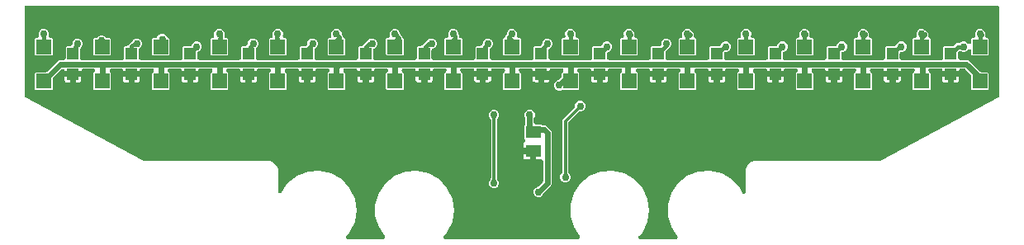
<source format=gbr>
G04 EAGLE Gerber RS-274X export*
G75*
%MOMM*%
%FSLAX34Y34*%
%LPD*%
%INBottom Copper*%
%IPPOS*%
%AMOC8*
5,1,8,0,0,1.08239X$1,22.5*%
G01*
%ADD10R,1.500000X1.300000*%
%ADD11R,1.200000X1.200000*%
%ADD12R,1.500000X1.500000*%
%ADD13C,0.558800*%
%ADD14C,0.756400*%
%ADD15C,0.406400*%
%ADD16C,0.304800*%

G36*
X367911Y360163D02*
X367911Y360163D01*
X367931Y360161D01*
X368111Y360183D01*
X368291Y360201D01*
X368310Y360207D01*
X368331Y360209D01*
X368503Y360266D01*
X368676Y360319D01*
X368694Y360329D01*
X368713Y360335D01*
X368870Y360424D01*
X369030Y360511D01*
X369045Y360524D01*
X369063Y360534D01*
X369200Y360653D01*
X369339Y360768D01*
X369352Y360784D01*
X369367Y360798D01*
X369478Y360941D01*
X369591Y361082D01*
X369601Y361100D01*
X369613Y361117D01*
X369694Y361280D01*
X369777Y361439D01*
X369782Y361459D01*
X369792Y361478D01*
X369838Y361653D01*
X369888Y361826D01*
X369890Y361847D01*
X369895Y361867D01*
X369906Y362047D01*
X369921Y362228D01*
X369919Y362248D01*
X369920Y362269D01*
X369895Y362448D01*
X369874Y362627D01*
X369868Y362647D01*
X369865Y362668D01*
X369805Y362838D01*
X369749Y363010D01*
X369739Y363028D01*
X369732Y363048D01*
X369568Y363336D01*
X363405Y372377D01*
X359836Y383946D01*
X359836Y396054D01*
X363405Y407623D01*
X370225Y417627D01*
X379691Y425176D01*
X390962Y429599D01*
X403035Y430504D01*
X414839Y427810D01*
X425325Y421756D01*
X433560Y412881D01*
X438813Y401972D01*
X440618Y390000D01*
X438813Y378028D01*
X433560Y367119D01*
X430270Y363574D01*
X430166Y363436D01*
X430058Y363302D01*
X430045Y363276D01*
X430027Y363253D01*
X429952Y363098D01*
X429872Y362945D01*
X429864Y362917D01*
X429852Y362890D01*
X429809Y362723D01*
X429761Y362558D01*
X429759Y362529D01*
X429751Y362500D01*
X429742Y362328D01*
X429728Y362156D01*
X429732Y362127D01*
X429730Y362098D01*
X429755Y361928D01*
X429775Y361757D01*
X429784Y361729D01*
X429788Y361700D01*
X429846Y361538D01*
X429900Y361374D01*
X429914Y361348D01*
X429924Y361321D01*
X430013Y361174D01*
X430098Y361023D01*
X430117Y361001D01*
X430132Y360976D01*
X430248Y360849D01*
X430361Y360718D01*
X430384Y360701D01*
X430404Y360679D01*
X430543Y360577D01*
X430679Y360472D01*
X430705Y360459D01*
X430729Y360441D01*
X430885Y360369D01*
X431040Y360292D01*
X431068Y360285D01*
X431094Y360273D01*
X431262Y360233D01*
X431428Y360188D01*
X431461Y360185D01*
X431486Y360179D01*
X431571Y360176D01*
X431759Y360161D01*
X567890Y360161D01*
X567910Y360163D01*
X567931Y360161D01*
X568111Y360183D01*
X568291Y360201D01*
X568310Y360207D01*
X568331Y360209D01*
X568502Y360266D01*
X568675Y360319D01*
X568694Y360329D01*
X568713Y360335D01*
X568870Y360424D01*
X569030Y360511D01*
X569045Y360524D01*
X569063Y360534D01*
X569200Y360653D01*
X569339Y360768D01*
X569352Y360784D01*
X569367Y360798D01*
X569478Y360941D01*
X569591Y361082D01*
X569601Y361100D01*
X569613Y361117D01*
X569694Y361280D01*
X569777Y361439D01*
X569782Y361459D01*
X569792Y361478D01*
X569838Y361653D01*
X569888Y361826D01*
X569890Y361847D01*
X569895Y361867D01*
X569906Y362047D01*
X569921Y362228D01*
X569918Y362248D01*
X569920Y362269D01*
X569895Y362448D01*
X569874Y362627D01*
X569868Y362647D01*
X569865Y362668D01*
X569805Y362838D01*
X569749Y363010D01*
X569739Y363028D01*
X569732Y363048D01*
X569568Y363336D01*
X563405Y372377D01*
X559836Y383946D01*
X559836Y396054D01*
X563405Y407623D01*
X570225Y417627D01*
X579691Y425176D01*
X590962Y429599D01*
X603035Y430504D01*
X614839Y427810D01*
X625325Y421756D01*
X633560Y412881D01*
X638813Y401972D01*
X640618Y390000D01*
X638813Y378028D01*
X633560Y367119D01*
X630270Y363574D01*
X630166Y363436D01*
X630058Y363302D01*
X630045Y363276D01*
X630027Y363253D01*
X629952Y363097D01*
X629872Y362945D01*
X629864Y362917D01*
X629852Y362890D01*
X629809Y362723D01*
X629761Y362558D01*
X629759Y362529D01*
X629751Y362500D01*
X629742Y362328D01*
X629728Y362156D01*
X629732Y362127D01*
X629730Y362098D01*
X629755Y361927D01*
X629775Y361757D01*
X629784Y361729D01*
X629788Y361700D01*
X629846Y361538D01*
X629900Y361374D01*
X629914Y361348D01*
X629924Y361321D01*
X630013Y361174D01*
X630098Y361023D01*
X630117Y361001D01*
X630132Y360976D01*
X630248Y360849D01*
X630361Y360718D01*
X630384Y360701D01*
X630404Y360679D01*
X630543Y360577D01*
X630679Y360472D01*
X630705Y360459D01*
X630729Y360441D01*
X630885Y360369D01*
X631040Y360292D01*
X631068Y360285D01*
X631094Y360273D01*
X631262Y360233D01*
X631428Y360188D01*
X631461Y360185D01*
X631486Y360179D01*
X631571Y360176D01*
X631759Y360161D01*
X667890Y360161D01*
X667910Y360163D01*
X667931Y360161D01*
X668111Y360183D01*
X668291Y360201D01*
X668310Y360207D01*
X668331Y360209D01*
X668502Y360266D01*
X668675Y360319D01*
X668694Y360329D01*
X668713Y360335D01*
X668870Y360424D01*
X669030Y360511D01*
X669045Y360524D01*
X669063Y360534D01*
X669200Y360653D01*
X669339Y360768D01*
X669352Y360784D01*
X669367Y360798D01*
X669478Y360941D01*
X669591Y361082D01*
X669601Y361100D01*
X669613Y361117D01*
X669694Y361280D01*
X669777Y361439D01*
X669782Y361459D01*
X669792Y361478D01*
X669838Y361653D01*
X669888Y361826D01*
X669890Y361847D01*
X669895Y361867D01*
X669906Y362047D01*
X669921Y362228D01*
X669918Y362248D01*
X669920Y362269D01*
X669895Y362448D01*
X669874Y362627D01*
X669868Y362647D01*
X669865Y362668D01*
X669805Y362838D01*
X669749Y363010D01*
X669739Y363028D01*
X669732Y363048D01*
X669568Y363336D01*
X663405Y372377D01*
X659836Y383946D01*
X659836Y396054D01*
X663405Y407623D01*
X670225Y417627D01*
X679691Y425176D01*
X690962Y429599D01*
X703035Y430504D01*
X714839Y427810D01*
X725325Y421756D01*
X733560Y412881D01*
X735978Y407860D01*
X736056Y407733D01*
X736127Y407602D01*
X736160Y407561D01*
X736188Y407516D01*
X736289Y407407D01*
X736384Y407292D01*
X736425Y407259D01*
X736461Y407221D01*
X736582Y407133D01*
X736698Y407040D01*
X736745Y407016D01*
X736787Y406985D01*
X736923Y406923D01*
X737055Y406855D01*
X737106Y406840D01*
X737154Y406818D01*
X737299Y406784D01*
X737442Y406743D01*
X737495Y406739D01*
X737546Y406727D01*
X737695Y406722D01*
X737844Y406710D01*
X737896Y406716D01*
X737949Y406715D01*
X738095Y406740D01*
X738243Y406757D01*
X738293Y406774D01*
X738345Y406782D01*
X738485Y406836D01*
X738626Y406882D01*
X738672Y406908D01*
X738721Y406927D01*
X738847Y407007D01*
X738977Y407080D01*
X739017Y407114D01*
X739061Y407143D01*
X739169Y407246D01*
X739282Y407343D01*
X739314Y407385D01*
X739352Y407421D01*
X739437Y407543D01*
X739528Y407661D01*
X739552Y407708D01*
X739582Y407752D01*
X739641Y407888D01*
X739708Y408022D01*
X739721Y408073D01*
X739742Y408121D01*
X739773Y408267D01*
X739812Y408411D01*
X739817Y408470D01*
X739827Y408515D01*
X739828Y408599D01*
X739839Y408741D01*
X739839Y432021D01*
X741386Y435756D01*
X744244Y438614D01*
X747979Y440161D01*
X876926Y440161D01*
X877059Y440174D01*
X877193Y440178D01*
X877259Y440194D01*
X877327Y440201D01*
X877455Y440240D01*
X877585Y440271D01*
X877657Y440302D01*
X877712Y440319D01*
X877780Y440356D01*
X877889Y440404D01*
X998771Y505494D01*
X998871Y505561D01*
X998977Y505621D01*
X999038Y505674D01*
X999105Y505719D01*
X999190Y505805D01*
X999282Y505884D01*
X999331Y505948D01*
X999388Y506005D01*
X999454Y506106D01*
X999528Y506202D01*
X999564Y506275D01*
X999609Y506342D01*
X999654Y506454D01*
X999708Y506563D01*
X999729Y506641D01*
X999759Y506716D01*
X999781Y506835D01*
X999812Y506951D01*
X999820Y507046D01*
X999832Y507111D01*
X999831Y507182D01*
X999839Y507282D01*
X999839Y597808D01*
X999837Y597826D01*
X999839Y597844D01*
X999818Y598026D01*
X999799Y598209D01*
X999794Y598226D01*
X999792Y598243D01*
X999735Y598418D01*
X999681Y598594D01*
X999673Y598609D01*
X999667Y598626D01*
X999577Y598786D01*
X999489Y598948D01*
X999478Y598961D01*
X999469Y598977D01*
X999349Y599116D01*
X999232Y599257D01*
X999218Y599268D01*
X999206Y599282D01*
X999061Y599394D01*
X998918Y599509D01*
X998902Y599517D01*
X998888Y599528D01*
X998723Y599610D01*
X998561Y599695D01*
X998544Y599700D01*
X998528Y599708D01*
X998349Y599755D01*
X998174Y599806D01*
X998156Y599808D01*
X998139Y599812D01*
X997808Y599839D01*
X2192Y599839D01*
X2174Y599837D01*
X2156Y599839D01*
X1974Y599818D01*
X1791Y599799D01*
X1774Y599794D01*
X1757Y599792D01*
X1582Y599735D01*
X1406Y599681D01*
X1391Y599673D01*
X1374Y599667D01*
X1214Y599577D01*
X1052Y599489D01*
X1039Y599478D01*
X1023Y599469D01*
X884Y599349D01*
X743Y599232D01*
X732Y599218D01*
X718Y599206D01*
X606Y599061D01*
X491Y598918D01*
X483Y598902D01*
X472Y598888D01*
X390Y598723D01*
X305Y598561D01*
X300Y598544D01*
X292Y598528D01*
X245Y598349D01*
X194Y598174D01*
X192Y598156D01*
X188Y598139D01*
X161Y597808D01*
X161Y507282D01*
X173Y507162D01*
X175Y507041D01*
X193Y506962D01*
X201Y506882D01*
X236Y506766D01*
X262Y506648D01*
X295Y506574D01*
X319Y506497D01*
X376Y506390D01*
X425Y506280D01*
X472Y506214D01*
X511Y506143D01*
X588Y506050D01*
X658Y505951D01*
X717Y505895D01*
X768Y505833D01*
X863Y505758D01*
X951Y505674D01*
X1030Y505623D01*
X1082Y505581D01*
X1144Y505549D01*
X1229Y505494D01*
X122111Y440404D01*
X122234Y440352D01*
X122354Y440292D01*
X122420Y440275D01*
X122482Y440249D01*
X122613Y440223D01*
X122743Y440188D01*
X122821Y440181D01*
X122877Y440170D01*
X122955Y440170D01*
X123074Y440161D01*
X252021Y440161D01*
X255756Y438614D01*
X258614Y435756D01*
X260161Y432021D01*
X260161Y409451D01*
X260180Y409258D01*
X260200Y409056D01*
X260200Y409053D01*
X260201Y409050D01*
X260257Y408865D01*
X260317Y408670D01*
X260318Y408668D01*
X260319Y408665D01*
X260411Y408494D01*
X260507Y408316D01*
X260509Y408313D01*
X260511Y408311D01*
X260638Y408158D01*
X260764Y408006D01*
X260766Y408004D01*
X260768Y408002D01*
X260923Y407877D01*
X261077Y407753D01*
X261080Y407751D01*
X261082Y407749D01*
X261257Y407658D01*
X261434Y407566D01*
X261437Y407565D01*
X261439Y407564D01*
X261629Y407509D01*
X261821Y407454D01*
X261824Y407453D01*
X261826Y407453D01*
X262025Y407436D01*
X262222Y407420D01*
X262225Y407420D01*
X262228Y407420D01*
X262421Y407442D01*
X262622Y407465D01*
X262625Y407466D01*
X262627Y407467D01*
X262816Y407528D01*
X263005Y407589D01*
X263007Y407591D01*
X263010Y407591D01*
X263186Y407691D01*
X263356Y407786D01*
X263358Y407788D01*
X263361Y407789D01*
X263507Y407916D01*
X263662Y408048D01*
X263664Y408051D01*
X263665Y408052D01*
X263679Y408070D01*
X263870Y408306D01*
X270225Y417627D01*
X279691Y425176D01*
X290962Y429599D01*
X303035Y430504D01*
X314839Y427810D01*
X325325Y421756D01*
X333560Y412881D01*
X338813Y401972D01*
X340618Y390000D01*
X338813Y378028D01*
X333560Y367119D01*
X330270Y363574D01*
X330166Y363436D01*
X330058Y363302D01*
X330045Y363276D01*
X330027Y363253D01*
X329952Y363098D01*
X329872Y362945D01*
X329864Y362917D01*
X329852Y362890D01*
X329809Y362723D01*
X329761Y362558D01*
X329759Y362529D01*
X329751Y362500D01*
X329742Y362328D01*
X329728Y362156D01*
X329732Y362127D01*
X329730Y362098D01*
X329755Y361928D01*
X329775Y361757D01*
X329784Y361729D01*
X329788Y361700D01*
X329846Y361538D01*
X329900Y361374D01*
X329914Y361348D01*
X329924Y361321D01*
X330013Y361174D01*
X330098Y361023D01*
X330117Y361001D01*
X330132Y360976D01*
X330248Y360849D01*
X330361Y360718D01*
X330384Y360701D01*
X330404Y360679D01*
X330543Y360577D01*
X330679Y360472D01*
X330705Y360459D01*
X330729Y360441D01*
X330885Y360369D01*
X331040Y360292D01*
X331068Y360285D01*
X331094Y360273D01*
X331262Y360233D01*
X331428Y360188D01*
X331461Y360185D01*
X331486Y360179D01*
X331571Y360176D01*
X331759Y360161D01*
X367890Y360161D01*
X367911Y360163D01*
G37*
%LPC*%
G36*
X547584Y512853D02*
X547584Y512853D01*
X545634Y513661D01*
X544141Y515154D01*
X543333Y517104D01*
X543333Y519216D01*
X544141Y521166D01*
X545634Y522659D01*
X547646Y523492D01*
X547673Y523507D01*
X547703Y523517D01*
X547851Y523602D01*
X548001Y523682D01*
X548025Y523702D01*
X548052Y523718D01*
X548305Y523933D01*
X549033Y524661D01*
X550380Y526008D01*
X550397Y526029D01*
X550418Y526046D01*
X550525Y526184D01*
X550635Y526319D01*
X550648Y526343D01*
X550664Y526364D01*
X550742Y526521D01*
X550824Y526675D01*
X550832Y526701D01*
X550844Y526725D01*
X550889Y526894D01*
X550939Y527061D01*
X550941Y527088D01*
X550948Y527114D01*
X550975Y527444D01*
X550975Y530632D01*
X552375Y532032D01*
X552381Y532039D01*
X552388Y532044D01*
X552508Y532194D01*
X552630Y532343D01*
X552635Y532351D01*
X552640Y532358D01*
X552729Y532528D01*
X552819Y532699D01*
X552822Y532708D01*
X552826Y532715D01*
X552879Y532900D01*
X552934Y533085D01*
X552935Y533094D01*
X552937Y533102D01*
X552953Y533293D01*
X552970Y533486D01*
X552969Y533495D01*
X552970Y533504D01*
X552948Y533693D01*
X552927Y533886D01*
X552924Y533895D01*
X552923Y533903D01*
X552864Y534085D01*
X552805Y534270D01*
X552801Y534278D01*
X552798Y534286D01*
X552704Y534453D01*
X552611Y534622D01*
X552605Y534629D01*
X552600Y534637D01*
X552475Y534782D01*
X552350Y534929D01*
X552343Y534935D01*
X552337Y534942D01*
X552187Y535058D01*
X552034Y535179D01*
X552026Y535183D01*
X552019Y535188D01*
X551848Y535274D01*
X551675Y535361D01*
X551667Y535364D01*
X551659Y535368D01*
X551473Y535418D01*
X551287Y535469D01*
X551278Y535470D01*
X551270Y535472D01*
X550939Y535499D01*
X540572Y535499D01*
X540554Y535497D01*
X540536Y535499D01*
X540354Y535478D01*
X540171Y535459D01*
X540154Y535454D01*
X540137Y535452D01*
X539962Y535395D01*
X539786Y535341D01*
X539771Y535333D01*
X539754Y535327D01*
X539594Y535237D01*
X539432Y535149D01*
X539419Y535138D01*
X539403Y535129D01*
X539264Y535009D01*
X539123Y534892D01*
X539112Y534878D01*
X539098Y534866D01*
X538986Y534721D01*
X538871Y534578D01*
X538863Y534562D01*
X538852Y534548D01*
X538770Y534383D01*
X538685Y534221D01*
X538680Y534204D01*
X538672Y534188D01*
X538625Y534009D01*
X538574Y533834D01*
X538572Y533816D01*
X538568Y533799D01*
X538541Y533468D01*
X538541Y532499D01*
X530968Y532499D01*
X530950Y532497D01*
X530933Y532499D01*
X530750Y532478D01*
X530568Y532459D01*
X530551Y532454D01*
X530533Y532452D01*
X530358Y532395D01*
X530183Y532341D01*
X530167Y532333D01*
X530150Y532327D01*
X530001Y532243D01*
X529947Y532270D01*
X529784Y532355D01*
X529767Y532360D01*
X529751Y532368D01*
X529573Y532415D01*
X529398Y532466D01*
X529380Y532468D01*
X529363Y532472D01*
X529032Y532499D01*
X521459Y532499D01*
X521459Y533468D01*
X521457Y533486D01*
X521459Y533504D01*
X521438Y533686D01*
X521419Y533869D01*
X521414Y533886D01*
X521412Y533903D01*
X521355Y534078D01*
X521301Y534254D01*
X521293Y534269D01*
X521287Y534286D01*
X521197Y534446D01*
X521109Y534608D01*
X521098Y534621D01*
X521089Y534637D01*
X520969Y534776D01*
X520852Y534917D01*
X520838Y534928D01*
X520826Y534942D01*
X520681Y535054D01*
X520538Y535169D01*
X520522Y535177D01*
X520508Y535188D01*
X520343Y535270D01*
X520181Y535355D01*
X520164Y535360D01*
X520148Y535368D01*
X519969Y535415D01*
X519794Y535466D01*
X519776Y535468D01*
X519759Y535472D01*
X519428Y535499D01*
X509061Y535499D01*
X509052Y535498D01*
X509043Y535499D01*
X508851Y535478D01*
X508660Y535459D01*
X508652Y535457D01*
X508643Y535456D01*
X508461Y535398D01*
X508275Y535341D01*
X508267Y535337D01*
X508259Y535334D01*
X508091Y535241D01*
X507921Y535149D01*
X507915Y535144D01*
X507907Y535139D01*
X507759Y535014D01*
X507612Y534892D01*
X507607Y534885D01*
X507600Y534879D01*
X507480Y534727D01*
X507360Y534578D01*
X507356Y534570D01*
X507350Y534563D01*
X507263Y534391D01*
X507174Y534221D01*
X507172Y534212D01*
X507168Y534204D01*
X507116Y534018D01*
X507063Y533834D01*
X507062Y533825D01*
X507060Y533816D01*
X507046Y533624D01*
X507030Y533432D01*
X507031Y533424D01*
X507030Y533415D01*
X507055Y533222D01*
X507077Y533033D01*
X507080Y533024D01*
X507081Y533015D01*
X507142Y532832D01*
X507202Y532650D01*
X507206Y532642D01*
X507209Y532634D01*
X507305Y532467D01*
X507400Y532299D01*
X507405Y532292D01*
X507410Y532285D01*
X507625Y532032D01*
X509025Y530632D01*
X509025Y514368D01*
X508132Y513475D01*
X491868Y513475D01*
X490975Y514368D01*
X490975Y530632D01*
X492375Y532032D01*
X492381Y532039D01*
X492388Y532044D01*
X492508Y532194D01*
X492630Y532343D01*
X492635Y532351D01*
X492640Y532358D01*
X492729Y532528D01*
X492819Y532699D01*
X492822Y532708D01*
X492826Y532715D01*
X492879Y532900D01*
X492934Y533085D01*
X492935Y533094D01*
X492937Y533102D01*
X492953Y533293D01*
X492970Y533486D01*
X492969Y533495D01*
X492970Y533504D01*
X492948Y533693D01*
X492927Y533886D01*
X492924Y533895D01*
X492923Y533903D01*
X492864Y534085D01*
X492805Y534270D01*
X492801Y534278D01*
X492798Y534286D01*
X492704Y534453D01*
X492611Y534622D01*
X492605Y534629D01*
X492600Y534637D01*
X492475Y534782D01*
X492350Y534929D01*
X492343Y534935D01*
X492337Y534942D01*
X492187Y535058D01*
X492034Y535179D01*
X492026Y535183D01*
X492019Y535188D01*
X491848Y535274D01*
X491675Y535361D01*
X491667Y535364D01*
X491659Y535368D01*
X491473Y535418D01*
X491287Y535469D01*
X491278Y535470D01*
X491270Y535472D01*
X490939Y535499D01*
X480572Y535499D01*
X480554Y535497D01*
X480536Y535499D01*
X480354Y535478D01*
X480171Y535459D01*
X480154Y535454D01*
X480137Y535452D01*
X479962Y535395D01*
X479786Y535341D01*
X479771Y535333D01*
X479754Y535327D01*
X479594Y535237D01*
X479432Y535149D01*
X479419Y535138D01*
X479403Y535129D01*
X479264Y535009D01*
X479123Y534892D01*
X479112Y534878D01*
X479098Y534866D01*
X478986Y534721D01*
X478871Y534578D01*
X478863Y534562D01*
X478852Y534548D01*
X478770Y534383D01*
X478685Y534221D01*
X478680Y534204D01*
X478672Y534188D01*
X478625Y534009D01*
X478574Y533834D01*
X478572Y533816D01*
X478568Y533799D01*
X478541Y533468D01*
X478541Y532499D01*
X470968Y532499D01*
X470950Y532497D01*
X470933Y532499D01*
X470750Y532478D01*
X470568Y532459D01*
X470551Y532454D01*
X470533Y532452D01*
X470358Y532395D01*
X470183Y532341D01*
X470167Y532333D01*
X470150Y532327D01*
X470001Y532243D01*
X469947Y532270D01*
X469784Y532355D01*
X469767Y532360D01*
X469751Y532368D01*
X469573Y532415D01*
X469398Y532466D01*
X469380Y532468D01*
X469363Y532472D01*
X469032Y532499D01*
X461459Y532499D01*
X461459Y533468D01*
X461457Y533486D01*
X461459Y533504D01*
X461438Y533686D01*
X461419Y533869D01*
X461414Y533886D01*
X461412Y533903D01*
X461355Y534078D01*
X461301Y534254D01*
X461293Y534269D01*
X461287Y534286D01*
X461197Y534446D01*
X461109Y534608D01*
X461098Y534621D01*
X461089Y534637D01*
X460969Y534776D01*
X460852Y534917D01*
X460838Y534928D01*
X460826Y534942D01*
X460681Y535054D01*
X460538Y535169D01*
X460522Y535177D01*
X460508Y535188D01*
X460343Y535270D01*
X460181Y535355D01*
X460164Y535360D01*
X460148Y535368D01*
X459969Y535415D01*
X459794Y535466D01*
X459776Y535468D01*
X459759Y535472D01*
X459428Y535499D01*
X449061Y535499D01*
X449052Y535498D01*
X449043Y535499D01*
X448851Y535478D01*
X448660Y535459D01*
X448652Y535457D01*
X448643Y535456D01*
X448461Y535398D01*
X448275Y535341D01*
X448267Y535337D01*
X448259Y535334D01*
X448091Y535241D01*
X447921Y535149D01*
X447915Y535144D01*
X447907Y535139D01*
X447759Y535014D01*
X447612Y534892D01*
X447607Y534885D01*
X447600Y534879D01*
X447480Y534727D01*
X447360Y534578D01*
X447356Y534570D01*
X447350Y534563D01*
X447263Y534391D01*
X447174Y534221D01*
X447172Y534212D01*
X447168Y534204D01*
X447116Y534018D01*
X447063Y533834D01*
X447062Y533825D01*
X447060Y533816D01*
X447046Y533624D01*
X447030Y533432D01*
X447031Y533424D01*
X447030Y533415D01*
X447055Y533222D01*
X447077Y533033D01*
X447080Y533024D01*
X447081Y533015D01*
X447142Y532832D01*
X447202Y532650D01*
X447206Y532642D01*
X447209Y532634D01*
X447305Y532467D01*
X447400Y532299D01*
X447405Y532292D01*
X447410Y532285D01*
X447625Y532032D01*
X449025Y530632D01*
X449025Y514368D01*
X448132Y513475D01*
X431868Y513475D01*
X430975Y514368D01*
X430975Y530632D01*
X432375Y532032D01*
X432381Y532039D01*
X432388Y532044D01*
X432508Y532194D01*
X432630Y532343D01*
X432635Y532351D01*
X432640Y532358D01*
X432729Y532528D01*
X432819Y532699D01*
X432822Y532708D01*
X432826Y532715D01*
X432879Y532900D01*
X432934Y533085D01*
X432935Y533094D01*
X432937Y533102D01*
X432953Y533293D01*
X432970Y533486D01*
X432969Y533495D01*
X432970Y533504D01*
X432948Y533693D01*
X432927Y533886D01*
X432924Y533895D01*
X432923Y533903D01*
X432864Y534085D01*
X432805Y534270D01*
X432801Y534278D01*
X432798Y534286D01*
X432704Y534453D01*
X432611Y534622D01*
X432605Y534629D01*
X432600Y534637D01*
X432475Y534782D01*
X432350Y534929D01*
X432343Y534935D01*
X432337Y534942D01*
X432187Y535058D01*
X432034Y535179D01*
X432026Y535183D01*
X432019Y535188D01*
X431848Y535274D01*
X431675Y535361D01*
X431667Y535364D01*
X431659Y535368D01*
X431473Y535418D01*
X431287Y535469D01*
X431278Y535470D01*
X431270Y535472D01*
X430939Y535499D01*
X420572Y535499D01*
X420554Y535497D01*
X420536Y535499D01*
X420354Y535478D01*
X420171Y535459D01*
X420154Y535454D01*
X420137Y535452D01*
X419962Y535395D01*
X419786Y535341D01*
X419771Y535333D01*
X419754Y535327D01*
X419594Y535237D01*
X419432Y535149D01*
X419419Y535138D01*
X419403Y535129D01*
X419264Y535009D01*
X419123Y534892D01*
X419112Y534878D01*
X419098Y534866D01*
X418986Y534721D01*
X418871Y534578D01*
X418863Y534562D01*
X418852Y534548D01*
X418770Y534383D01*
X418685Y534221D01*
X418680Y534204D01*
X418672Y534188D01*
X418625Y534009D01*
X418574Y533834D01*
X418572Y533816D01*
X418568Y533799D01*
X418541Y533468D01*
X418541Y532499D01*
X410968Y532499D01*
X410950Y532497D01*
X410933Y532499D01*
X410750Y532478D01*
X410568Y532459D01*
X410551Y532454D01*
X410533Y532452D01*
X410358Y532395D01*
X410183Y532341D01*
X410167Y532333D01*
X410150Y532327D01*
X410001Y532243D01*
X409947Y532270D01*
X409784Y532355D01*
X409767Y532360D01*
X409751Y532368D01*
X409573Y532415D01*
X409398Y532466D01*
X409380Y532468D01*
X409363Y532472D01*
X409032Y532499D01*
X401459Y532499D01*
X401459Y533468D01*
X401457Y533486D01*
X401459Y533504D01*
X401438Y533686D01*
X401419Y533869D01*
X401414Y533886D01*
X401412Y533903D01*
X401355Y534078D01*
X401301Y534254D01*
X401293Y534269D01*
X401287Y534286D01*
X401197Y534446D01*
X401109Y534608D01*
X401098Y534621D01*
X401089Y534637D01*
X400969Y534776D01*
X400852Y534917D01*
X400838Y534928D01*
X400826Y534942D01*
X400681Y535054D01*
X400538Y535169D01*
X400522Y535177D01*
X400508Y535188D01*
X400343Y535270D01*
X400181Y535355D01*
X400164Y535360D01*
X400148Y535368D01*
X399969Y535415D01*
X399794Y535466D01*
X399776Y535468D01*
X399759Y535472D01*
X399428Y535499D01*
X389061Y535499D01*
X389052Y535498D01*
X389043Y535499D01*
X388851Y535478D01*
X388660Y535459D01*
X388652Y535457D01*
X388643Y535456D01*
X388461Y535398D01*
X388275Y535341D01*
X388267Y535337D01*
X388259Y535334D01*
X388091Y535241D01*
X387921Y535149D01*
X387915Y535144D01*
X387907Y535139D01*
X387759Y535014D01*
X387612Y534892D01*
X387607Y534885D01*
X387600Y534879D01*
X387480Y534727D01*
X387360Y534578D01*
X387356Y534570D01*
X387350Y534563D01*
X387263Y534391D01*
X387174Y534221D01*
X387172Y534212D01*
X387168Y534204D01*
X387116Y534018D01*
X387063Y533834D01*
X387062Y533825D01*
X387060Y533816D01*
X387046Y533624D01*
X387030Y533432D01*
X387031Y533424D01*
X387030Y533415D01*
X387055Y533222D01*
X387077Y533033D01*
X387080Y533024D01*
X387081Y533015D01*
X387142Y532832D01*
X387202Y532650D01*
X387206Y532642D01*
X387209Y532634D01*
X387305Y532467D01*
X387400Y532299D01*
X387405Y532292D01*
X387410Y532285D01*
X387625Y532032D01*
X389025Y530632D01*
X389025Y514368D01*
X388132Y513475D01*
X371868Y513475D01*
X370975Y514368D01*
X370975Y530632D01*
X372375Y532032D01*
X372381Y532039D01*
X372388Y532044D01*
X372508Y532194D01*
X372630Y532343D01*
X372635Y532351D01*
X372640Y532358D01*
X372729Y532528D01*
X372819Y532699D01*
X372822Y532708D01*
X372826Y532715D01*
X372879Y532900D01*
X372934Y533085D01*
X372935Y533094D01*
X372937Y533102D01*
X372953Y533293D01*
X372970Y533486D01*
X372969Y533495D01*
X372970Y533504D01*
X372948Y533693D01*
X372927Y533886D01*
X372924Y533895D01*
X372923Y533903D01*
X372864Y534085D01*
X372805Y534270D01*
X372801Y534278D01*
X372798Y534286D01*
X372704Y534453D01*
X372611Y534622D01*
X372605Y534629D01*
X372600Y534637D01*
X372475Y534782D01*
X372350Y534929D01*
X372343Y534935D01*
X372337Y534942D01*
X372187Y535058D01*
X372034Y535179D01*
X372026Y535183D01*
X372019Y535188D01*
X371848Y535274D01*
X371675Y535361D01*
X371667Y535364D01*
X371659Y535368D01*
X371473Y535418D01*
X371287Y535469D01*
X371278Y535470D01*
X371270Y535472D01*
X370939Y535499D01*
X360572Y535499D01*
X360554Y535497D01*
X360536Y535499D01*
X360354Y535478D01*
X360171Y535459D01*
X360154Y535454D01*
X360137Y535452D01*
X359962Y535395D01*
X359786Y535341D01*
X359771Y535333D01*
X359754Y535327D01*
X359594Y535237D01*
X359432Y535149D01*
X359419Y535138D01*
X359403Y535129D01*
X359264Y535009D01*
X359123Y534892D01*
X359112Y534878D01*
X359098Y534866D01*
X358986Y534721D01*
X358871Y534578D01*
X358863Y534562D01*
X358852Y534548D01*
X358770Y534383D01*
X358685Y534221D01*
X358680Y534204D01*
X358672Y534188D01*
X358625Y534009D01*
X358574Y533834D01*
X358572Y533816D01*
X358568Y533799D01*
X358541Y533468D01*
X358541Y532499D01*
X350968Y532499D01*
X350950Y532497D01*
X350933Y532499D01*
X350750Y532478D01*
X350568Y532459D01*
X350551Y532454D01*
X350533Y532452D01*
X350358Y532395D01*
X350183Y532341D01*
X350167Y532333D01*
X350150Y532327D01*
X350001Y532243D01*
X349947Y532270D01*
X349784Y532355D01*
X349767Y532360D01*
X349751Y532368D01*
X349573Y532415D01*
X349398Y532466D01*
X349380Y532468D01*
X349363Y532472D01*
X349032Y532499D01*
X341459Y532499D01*
X341459Y533468D01*
X341457Y533486D01*
X341459Y533504D01*
X341438Y533686D01*
X341419Y533869D01*
X341414Y533886D01*
X341412Y533903D01*
X341355Y534078D01*
X341301Y534254D01*
X341293Y534269D01*
X341287Y534286D01*
X341197Y534446D01*
X341109Y534608D01*
X341098Y534621D01*
X341089Y534637D01*
X340969Y534776D01*
X340852Y534917D01*
X340838Y534928D01*
X340826Y534942D01*
X340681Y535054D01*
X340538Y535169D01*
X340522Y535177D01*
X340508Y535188D01*
X340343Y535270D01*
X340181Y535355D01*
X340164Y535360D01*
X340148Y535368D01*
X339969Y535415D01*
X339794Y535466D01*
X339776Y535468D01*
X339759Y535472D01*
X339428Y535499D01*
X329061Y535499D01*
X329052Y535498D01*
X329043Y535499D01*
X328851Y535478D01*
X328660Y535459D01*
X328652Y535457D01*
X328643Y535456D01*
X328461Y535398D01*
X328275Y535341D01*
X328267Y535337D01*
X328259Y535334D01*
X328091Y535241D01*
X327921Y535149D01*
X327915Y535144D01*
X327907Y535139D01*
X327759Y535014D01*
X327612Y534892D01*
X327607Y534885D01*
X327600Y534879D01*
X327480Y534727D01*
X327360Y534578D01*
X327356Y534570D01*
X327350Y534563D01*
X327263Y534391D01*
X327174Y534221D01*
X327172Y534212D01*
X327168Y534204D01*
X327116Y534018D01*
X327063Y533834D01*
X327062Y533825D01*
X327060Y533816D01*
X327046Y533624D01*
X327030Y533432D01*
X327031Y533424D01*
X327030Y533415D01*
X327055Y533222D01*
X327077Y533033D01*
X327080Y533024D01*
X327081Y533015D01*
X327142Y532832D01*
X327202Y532650D01*
X327206Y532642D01*
X327209Y532634D01*
X327305Y532467D01*
X327400Y532299D01*
X327405Y532292D01*
X327410Y532285D01*
X327625Y532032D01*
X329025Y530632D01*
X329025Y514368D01*
X328132Y513475D01*
X311868Y513475D01*
X310975Y514368D01*
X310975Y530632D01*
X312375Y532032D01*
X312381Y532039D01*
X312388Y532044D01*
X312508Y532194D01*
X312630Y532343D01*
X312635Y532351D01*
X312640Y532358D01*
X312729Y532528D01*
X312819Y532699D01*
X312822Y532708D01*
X312826Y532715D01*
X312879Y532900D01*
X312934Y533085D01*
X312935Y533094D01*
X312937Y533102D01*
X312953Y533293D01*
X312970Y533486D01*
X312969Y533495D01*
X312970Y533504D01*
X312948Y533693D01*
X312927Y533886D01*
X312924Y533895D01*
X312923Y533903D01*
X312864Y534085D01*
X312805Y534270D01*
X312801Y534278D01*
X312798Y534286D01*
X312704Y534453D01*
X312611Y534622D01*
X312605Y534629D01*
X312600Y534637D01*
X312475Y534782D01*
X312350Y534929D01*
X312343Y534935D01*
X312337Y534942D01*
X312187Y535058D01*
X312034Y535179D01*
X312026Y535183D01*
X312019Y535188D01*
X311848Y535274D01*
X311675Y535361D01*
X311667Y535364D01*
X311659Y535368D01*
X311473Y535418D01*
X311287Y535469D01*
X311278Y535470D01*
X311270Y535472D01*
X310939Y535499D01*
X300572Y535499D01*
X300554Y535497D01*
X300536Y535499D01*
X300354Y535478D01*
X300171Y535459D01*
X300154Y535454D01*
X300137Y535452D01*
X299962Y535395D01*
X299786Y535341D01*
X299771Y535333D01*
X299754Y535327D01*
X299594Y535237D01*
X299432Y535149D01*
X299419Y535138D01*
X299403Y535129D01*
X299264Y535009D01*
X299123Y534892D01*
X299112Y534878D01*
X299098Y534866D01*
X298986Y534721D01*
X298871Y534578D01*
X298863Y534562D01*
X298852Y534548D01*
X298770Y534383D01*
X298685Y534221D01*
X298680Y534204D01*
X298672Y534188D01*
X298625Y534009D01*
X298574Y533834D01*
X298572Y533816D01*
X298568Y533799D01*
X298541Y533468D01*
X298541Y532499D01*
X290968Y532499D01*
X290950Y532497D01*
X290933Y532499D01*
X290750Y532478D01*
X290568Y532459D01*
X290551Y532454D01*
X290533Y532452D01*
X290358Y532395D01*
X290183Y532341D01*
X290167Y532333D01*
X290150Y532327D01*
X290001Y532243D01*
X289947Y532270D01*
X289784Y532355D01*
X289767Y532360D01*
X289751Y532368D01*
X289573Y532415D01*
X289398Y532466D01*
X289380Y532468D01*
X289363Y532472D01*
X289032Y532499D01*
X281459Y532499D01*
X281459Y533468D01*
X281457Y533486D01*
X281459Y533504D01*
X281438Y533686D01*
X281419Y533869D01*
X281414Y533886D01*
X281412Y533903D01*
X281355Y534078D01*
X281301Y534254D01*
X281293Y534269D01*
X281287Y534286D01*
X281197Y534446D01*
X281109Y534608D01*
X281098Y534621D01*
X281089Y534637D01*
X280969Y534776D01*
X280852Y534917D01*
X280838Y534928D01*
X280826Y534942D01*
X280681Y535054D01*
X280538Y535169D01*
X280522Y535177D01*
X280508Y535188D01*
X280343Y535270D01*
X280181Y535355D01*
X280164Y535360D01*
X280148Y535368D01*
X279969Y535415D01*
X279794Y535466D01*
X279776Y535468D01*
X279759Y535472D01*
X279428Y535499D01*
X269061Y535499D01*
X269052Y535498D01*
X269043Y535499D01*
X268851Y535478D01*
X268660Y535459D01*
X268652Y535457D01*
X268643Y535456D01*
X268461Y535398D01*
X268275Y535341D01*
X268267Y535337D01*
X268259Y535334D01*
X268091Y535241D01*
X267921Y535149D01*
X267915Y535144D01*
X267907Y535139D01*
X267759Y535014D01*
X267612Y534892D01*
X267607Y534885D01*
X267600Y534879D01*
X267480Y534727D01*
X267360Y534578D01*
X267356Y534570D01*
X267350Y534563D01*
X267263Y534391D01*
X267174Y534221D01*
X267172Y534212D01*
X267168Y534204D01*
X267116Y534018D01*
X267063Y533834D01*
X267062Y533825D01*
X267060Y533816D01*
X267046Y533624D01*
X267030Y533432D01*
X267031Y533424D01*
X267030Y533415D01*
X267055Y533222D01*
X267077Y533033D01*
X267080Y533024D01*
X267081Y533015D01*
X267142Y532832D01*
X267202Y532650D01*
X267206Y532642D01*
X267209Y532634D01*
X267305Y532467D01*
X267400Y532299D01*
X267405Y532292D01*
X267410Y532285D01*
X267625Y532032D01*
X269025Y530632D01*
X269025Y514368D01*
X268132Y513475D01*
X251868Y513475D01*
X250975Y514368D01*
X250975Y530632D01*
X252375Y532032D01*
X252381Y532039D01*
X252388Y532044D01*
X252508Y532194D01*
X252630Y532343D01*
X252635Y532351D01*
X252640Y532358D01*
X252729Y532528D01*
X252819Y532699D01*
X252822Y532708D01*
X252826Y532715D01*
X252879Y532900D01*
X252934Y533085D01*
X252935Y533094D01*
X252937Y533102D01*
X252953Y533293D01*
X252970Y533486D01*
X252969Y533495D01*
X252970Y533504D01*
X252948Y533693D01*
X252927Y533886D01*
X252924Y533895D01*
X252923Y533903D01*
X252864Y534085D01*
X252805Y534270D01*
X252801Y534278D01*
X252798Y534286D01*
X252704Y534453D01*
X252611Y534622D01*
X252605Y534629D01*
X252600Y534637D01*
X252475Y534782D01*
X252350Y534929D01*
X252343Y534935D01*
X252337Y534942D01*
X252187Y535058D01*
X252034Y535179D01*
X252026Y535183D01*
X252019Y535188D01*
X251848Y535274D01*
X251675Y535361D01*
X251667Y535364D01*
X251659Y535368D01*
X251473Y535418D01*
X251287Y535469D01*
X251278Y535470D01*
X251270Y535472D01*
X250939Y535499D01*
X240572Y535499D01*
X240554Y535497D01*
X240536Y535499D01*
X240354Y535478D01*
X240171Y535459D01*
X240154Y535454D01*
X240137Y535452D01*
X239962Y535395D01*
X239786Y535341D01*
X239771Y535333D01*
X239754Y535327D01*
X239594Y535237D01*
X239432Y535149D01*
X239419Y535138D01*
X239403Y535129D01*
X239264Y535009D01*
X239123Y534892D01*
X239112Y534878D01*
X239098Y534866D01*
X238986Y534721D01*
X238871Y534578D01*
X238863Y534562D01*
X238852Y534548D01*
X238770Y534383D01*
X238685Y534221D01*
X238680Y534204D01*
X238672Y534188D01*
X238625Y534009D01*
X238574Y533834D01*
X238572Y533816D01*
X238568Y533799D01*
X238541Y533468D01*
X238541Y532499D01*
X230968Y532499D01*
X230950Y532497D01*
X230933Y532499D01*
X230750Y532478D01*
X230568Y532459D01*
X230551Y532454D01*
X230533Y532452D01*
X230358Y532395D01*
X230183Y532341D01*
X230167Y532333D01*
X230150Y532327D01*
X230001Y532243D01*
X229947Y532270D01*
X229784Y532355D01*
X229767Y532360D01*
X229751Y532368D01*
X229573Y532415D01*
X229398Y532466D01*
X229380Y532468D01*
X229363Y532472D01*
X229032Y532499D01*
X221459Y532499D01*
X221459Y533468D01*
X221457Y533486D01*
X221459Y533504D01*
X221438Y533686D01*
X221419Y533869D01*
X221414Y533886D01*
X221412Y533903D01*
X221355Y534078D01*
X221301Y534254D01*
X221293Y534269D01*
X221287Y534286D01*
X221197Y534446D01*
X221109Y534608D01*
X221098Y534621D01*
X221089Y534637D01*
X220969Y534776D01*
X220852Y534917D01*
X220838Y534928D01*
X220826Y534942D01*
X220681Y535054D01*
X220538Y535169D01*
X220522Y535177D01*
X220508Y535188D01*
X220343Y535270D01*
X220181Y535355D01*
X220164Y535360D01*
X220148Y535368D01*
X219969Y535415D01*
X219794Y535466D01*
X219776Y535468D01*
X219759Y535472D01*
X219428Y535499D01*
X209061Y535499D01*
X209052Y535498D01*
X209043Y535499D01*
X208851Y535478D01*
X208660Y535459D01*
X208652Y535457D01*
X208643Y535456D01*
X208461Y535398D01*
X208275Y535341D01*
X208267Y535337D01*
X208259Y535334D01*
X208091Y535241D01*
X207921Y535149D01*
X207915Y535144D01*
X207907Y535139D01*
X207759Y535014D01*
X207612Y534892D01*
X207607Y534885D01*
X207600Y534879D01*
X207480Y534727D01*
X207360Y534578D01*
X207356Y534570D01*
X207350Y534563D01*
X207263Y534391D01*
X207174Y534221D01*
X207172Y534212D01*
X207168Y534204D01*
X207116Y534018D01*
X207063Y533834D01*
X207062Y533825D01*
X207060Y533816D01*
X207046Y533624D01*
X207030Y533432D01*
X207031Y533424D01*
X207030Y533415D01*
X207055Y533222D01*
X207077Y533033D01*
X207080Y533024D01*
X207081Y533015D01*
X207142Y532832D01*
X207202Y532650D01*
X207206Y532642D01*
X207209Y532634D01*
X207305Y532467D01*
X207400Y532299D01*
X207405Y532292D01*
X207410Y532285D01*
X207625Y532032D01*
X209025Y530632D01*
X209025Y514368D01*
X208132Y513475D01*
X191868Y513475D01*
X190975Y514368D01*
X190975Y530632D01*
X192375Y532032D01*
X192381Y532039D01*
X192388Y532044D01*
X192508Y532194D01*
X192630Y532343D01*
X192635Y532351D01*
X192640Y532358D01*
X192729Y532528D01*
X192819Y532699D01*
X192822Y532708D01*
X192826Y532715D01*
X192879Y532900D01*
X192934Y533085D01*
X192935Y533094D01*
X192937Y533102D01*
X192953Y533293D01*
X192970Y533486D01*
X192969Y533495D01*
X192970Y533504D01*
X192948Y533693D01*
X192927Y533886D01*
X192924Y533895D01*
X192923Y533903D01*
X192864Y534085D01*
X192805Y534270D01*
X192801Y534278D01*
X192798Y534286D01*
X192704Y534453D01*
X192611Y534622D01*
X192605Y534629D01*
X192600Y534637D01*
X192475Y534782D01*
X192350Y534929D01*
X192343Y534935D01*
X192337Y534942D01*
X192187Y535058D01*
X192034Y535179D01*
X192026Y535183D01*
X192019Y535188D01*
X191848Y535274D01*
X191675Y535361D01*
X191667Y535364D01*
X191659Y535368D01*
X191473Y535418D01*
X191287Y535469D01*
X191278Y535470D01*
X191270Y535472D01*
X190939Y535499D01*
X180572Y535499D01*
X180554Y535497D01*
X180536Y535499D01*
X180354Y535478D01*
X180171Y535459D01*
X180154Y535454D01*
X180137Y535452D01*
X179962Y535395D01*
X179786Y535341D01*
X179771Y535333D01*
X179754Y535327D01*
X179594Y535237D01*
X179432Y535149D01*
X179419Y535138D01*
X179403Y535129D01*
X179264Y535009D01*
X179123Y534892D01*
X179112Y534878D01*
X179098Y534866D01*
X178986Y534721D01*
X178871Y534578D01*
X178863Y534562D01*
X178852Y534548D01*
X178770Y534383D01*
X178685Y534221D01*
X178680Y534204D01*
X178672Y534188D01*
X178625Y534009D01*
X178574Y533834D01*
X178572Y533816D01*
X178568Y533799D01*
X178541Y533468D01*
X178541Y532499D01*
X170968Y532499D01*
X170950Y532497D01*
X170933Y532499D01*
X170750Y532478D01*
X170568Y532459D01*
X170551Y532454D01*
X170533Y532452D01*
X170358Y532395D01*
X170183Y532341D01*
X170167Y532333D01*
X170150Y532327D01*
X170001Y532243D01*
X169947Y532270D01*
X169784Y532355D01*
X169767Y532360D01*
X169751Y532368D01*
X169573Y532415D01*
X169398Y532466D01*
X169380Y532468D01*
X169363Y532472D01*
X169032Y532499D01*
X161459Y532499D01*
X161459Y533468D01*
X161457Y533486D01*
X161459Y533504D01*
X161438Y533686D01*
X161419Y533869D01*
X161414Y533886D01*
X161412Y533903D01*
X161355Y534078D01*
X161301Y534254D01*
X161293Y534269D01*
X161287Y534286D01*
X161197Y534446D01*
X161109Y534608D01*
X161098Y534621D01*
X161089Y534637D01*
X160969Y534776D01*
X160852Y534917D01*
X160838Y534928D01*
X160826Y534942D01*
X160681Y535054D01*
X160538Y535169D01*
X160522Y535177D01*
X160508Y535188D01*
X160343Y535270D01*
X160181Y535355D01*
X160164Y535360D01*
X160148Y535368D01*
X159969Y535415D01*
X159794Y535466D01*
X159776Y535468D01*
X159759Y535472D01*
X159428Y535499D01*
X149061Y535499D01*
X149052Y535498D01*
X149043Y535499D01*
X148851Y535478D01*
X148660Y535459D01*
X148652Y535457D01*
X148643Y535456D01*
X148461Y535398D01*
X148275Y535341D01*
X148267Y535337D01*
X148259Y535334D01*
X148091Y535241D01*
X147921Y535149D01*
X147915Y535144D01*
X147907Y535139D01*
X147759Y535014D01*
X147612Y534892D01*
X147607Y534885D01*
X147600Y534879D01*
X147480Y534727D01*
X147360Y534578D01*
X147356Y534570D01*
X147350Y534563D01*
X147263Y534391D01*
X147174Y534221D01*
X147172Y534212D01*
X147168Y534204D01*
X147116Y534018D01*
X147063Y533834D01*
X147062Y533825D01*
X147060Y533816D01*
X147046Y533624D01*
X147030Y533432D01*
X147031Y533424D01*
X147030Y533415D01*
X147055Y533222D01*
X147077Y533033D01*
X147080Y533024D01*
X147081Y533015D01*
X147142Y532832D01*
X147202Y532650D01*
X147206Y532642D01*
X147209Y532634D01*
X147305Y532467D01*
X147400Y532299D01*
X147405Y532292D01*
X147410Y532285D01*
X147625Y532032D01*
X149025Y530632D01*
X149025Y514368D01*
X148132Y513475D01*
X131868Y513475D01*
X130975Y514368D01*
X130975Y530632D01*
X132375Y532032D01*
X132381Y532039D01*
X132388Y532044D01*
X132508Y532194D01*
X132630Y532343D01*
X132635Y532351D01*
X132640Y532358D01*
X132729Y532528D01*
X132819Y532699D01*
X132822Y532708D01*
X132826Y532715D01*
X132879Y532900D01*
X132934Y533085D01*
X132935Y533094D01*
X132937Y533102D01*
X132953Y533293D01*
X132970Y533486D01*
X132969Y533495D01*
X132970Y533504D01*
X132948Y533693D01*
X132927Y533886D01*
X132924Y533895D01*
X132923Y533903D01*
X132864Y534085D01*
X132805Y534270D01*
X132801Y534278D01*
X132798Y534286D01*
X132704Y534453D01*
X132611Y534622D01*
X132605Y534629D01*
X132600Y534637D01*
X132475Y534782D01*
X132350Y534929D01*
X132343Y534935D01*
X132337Y534942D01*
X132187Y535058D01*
X132034Y535179D01*
X132026Y535183D01*
X132019Y535188D01*
X131848Y535274D01*
X131675Y535361D01*
X131667Y535364D01*
X131659Y535368D01*
X131473Y535418D01*
X131287Y535469D01*
X131278Y535470D01*
X131270Y535472D01*
X130939Y535499D01*
X120572Y535499D01*
X120554Y535497D01*
X120536Y535499D01*
X120354Y535478D01*
X120171Y535459D01*
X120154Y535454D01*
X120137Y535452D01*
X119962Y535395D01*
X119786Y535341D01*
X119771Y535333D01*
X119754Y535327D01*
X119594Y535237D01*
X119432Y535149D01*
X119419Y535138D01*
X119403Y535129D01*
X119264Y535009D01*
X119123Y534892D01*
X119112Y534878D01*
X119098Y534866D01*
X118986Y534721D01*
X118871Y534578D01*
X118863Y534562D01*
X118852Y534548D01*
X118770Y534383D01*
X118685Y534221D01*
X118680Y534204D01*
X118672Y534188D01*
X118625Y534009D01*
X118574Y533834D01*
X118572Y533816D01*
X118568Y533799D01*
X118541Y533468D01*
X118541Y532499D01*
X110968Y532499D01*
X110950Y532497D01*
X110933Y532499D01*
X110750Y532478D01*
X110568Y532459D01*
X110551Y532454D01*
X110533Y532452D01*
X110358Y532395D01*
X110183Y532341D01*
X110167Y532333D01*
X110150Y532327D01*
X110001Y532243D01*
X109947Y532270D01*
X109784Y532355D01*
X109767Y532360D01*
X109751Y532368D01*
X109573Y532415D01*
X109398Y532466D01*
X109380Y532468D01*
X109363Y532472D01*
X109032Y532499D01*
X101459Y532499D01*
X101459Y533146D01*
X101457Y533164D01*
X101459Y533182D01*
X101438Y533364D01*
X101419Y533547D01*
X101414Y533564D01*
X101412Y533581D01*
X101355Y533756D01*
X101301Y533932D01*
X101293Y533947D01*
X101287Y533964D01*
X101197Y534124D01*
X101109Y534286D01*
X101098Y534299D01*
X101089Y534315D01*
X100969Y534454D01*
X100852Y534595D01*
X100838Y534606D01*
X100826Y534620D01*
X100681Y534732D01*
X100538Y534847D01*
X100522Y534855D01*
X100508Y534866D01*
X100343Y534948D01*
X100181Y535033D01*
X100164Y535038D01*
X100148Y535046D01*
X99969Y535093D01*
X99794Y535144D01*
X99776Y535146D01*
X99759Y535150D01*
X99428Y535177D01*
X89383Y535177D01*
X89374Y535176D01*
X89365Y535177D01*
X89173Y535156D01*
X88982Y535137D01*
X88974Y535135D01*
X88965Y535134D01*
X88783Y535076D01*
X88597Y535019D01*
X88589Y535015D01*
X88581Y535012D01*
X88413Y534919D01*
X88243Y534827D01*
X88237Y534822D01*
X88229Y534817D01*
X88081Y534692D01*
X87934Y534570D01*
X87929Y534563D01*
X87922Y534557D01*
X87802Y534405D01*
X87682Y534256D01*
X87678Y534248D01*
X87672Y534241D01*
X87585Y534069D01*
X87496Y533899D01*
X87494Y533890D01*
X87490Y533882D01*
X87438Y533696D01*
X87385Y533512D01*
X87384Y533503D01*
X87382Y533494D01*
X87368Y533302D01*
X87352Y533110D01*
X87353Y533102D01*
X87352Y533093D01*
X87377Y532900D01*
X87399Y532711D01*
X87402Y532702D01*
X87403Y532693D01*
X87464Y532510D01*
X87524Y532328D01*
X87528Y532320D01*
X87531Y532312D01*
X87627Y532145D01*
X87722Y531977D01*
X87727Y531970D01*
X87732Y531963D01*
X87947Y531710D01*
X89025Y530632D01*
X89025Y514368D01*
X88132Y513475D01*
X71868Y513475D01*
X70975Y514368D01*
X70975Y530632D01*
X72053Y531710D01*
X72059Y531717D01*
X72066Y531722D01*
X72186Y531872D01*
X72308Y532021D01*
X72313Y532029D01*
X72318Y532036D01*
X72407Y532206D01*
X72497Y532377D01*
X72500Y532386D01*
X72504Y532393D01*
X72557Y532578D01*
X72612Y532763D01*
X72613Y532772D01*
X72615Y532780D01*
X72631Y532971D01*
X72648Y533164D01*
X72647Y533173D01*
X72648Y533182D01*
X72626Y533371D01*
X72605Y533564D01*
X72602Y533573D01*
X72601Y533581D01*
X72542Y533763D01*
X72483Y533948D01*
X72479Y533956D01*
X72476Y533964D01*
X72382Y534131D01*
X72289Y534300D01*
X72283Y534307D01*
X72278Y534315D01*
X72153Y534460D01*
X72028Y534607D01*
X72021Y534613D01*
X72015Y534620D01*
X71865Y534736D01*
X71712Y534857D01*
X71704Y534861D01*
X71697Y534866D01*
X71526Y534952D01*
X71353Y535039D01*
X71345Y535042D01*
X71337Y535046D01*
X71151Y535096D01*
X70965Y535147D01*
X70956Y535148D01*
X70948Y535150D01*
X70617Y535177D01*
X60572Y535177D01*
X60554Y535175D01*
X60536Y535177D01*
X60354Y535156D01*
X60171Y535137D01*
X60154Y535132D01*
X60137Y535130D01*
X59962Y535073D01*
X59786Y535019D01*
X59771Y535011D01*
X59754Y535005D01*
X59594Y534915D01*
X59432Y534827D01*
X59419Y534816D01*
X59403Y534807D01*
X59264Y534687D01*
X59123Y534570D01*
X59112Y534556D01*
X59098Y534544D01*
X58986Y534399D01*
X58871Y534256D01*
X58863Y534240D01*
X58852Y534226D01*
X58770Y534061D01*
X58685Y533899D01*
X58680Y533882D01*
X58672Y533866D01*
X58625Y533687D01*
X58574Y533512D01*
X58572Y533494D01*
X58568Y533477D01*
X58541Y533146D01*
X58541Y532499D01*
X50968Y532499D01*
X50950Y532497D01*
X50933Y532499D01*
X50750Y532478D01*
X50568Y532459D01*
X50551Y532454D01*
X50533Y532452D01*
X50358Y532395D01*
X50183Y532341D01*
X50167Y532333D01*
X50150Y532327D01*
X50001Y532243D01*
X49947Y532270D01*
X49784Y532355D01*
X49767Y532360D01*
X49751Y532368D01*
X49573Y532415D01*
X49398Y532466D01*
X49380Y532468D01*
X49363Y532472D01*
X49032Y532499D01*
X41459Y532499D01*
X41459Y532948D01*
X41458Y532957D01*
X41459Y532966D01*
X41438Y533159D01*
X41419Y533348D01*
X41417Y533357D01*
X41416Y533366D01*
X41358Y533550D01*
X41301Y533733D01*
X41297Y533741D01*
X41294Y533750D01*
X41202Y533917D01*
X41109Y534087D01*
X41104Y534094D01*
X41099Y534102D01*
X40975Y534249D01*
X40852Y534397D01*
X40845Y534402D01*
X40839Y534409D01*
X40687Y534529D01*
X40538Y534649D01*
X40530Y534653D01*
X40523Y534659D01*
X40350Y534746D01*
X40181Y534834D01*
X40172Y534837D01*
X40164Y534841D01*
X39978Y534893D01*
X39794Y534946D01*
X39785Y534947D01*
X39776Y534949D01*
X39583Y534963D01*
X39392Y534979D01*
X39384Y534978D01*
X39375Y534978D01*
X39182Y534954D01*
X38993Y534932D01*
X38984Y534929D01*
X38975Y534928D01*
X38792Y534867D01*
X38610Y534807D01*
X38602Y534803D01*
X38594Y534800D01*
X38427Y534704D01*
X38259Y534609D01*
X38252Y534603D01*
X38245Y534599D01*
X37992Y534384D01*
X29620Y526012D01*
X29603Y525991D01*
X29582Y525974D01*
X29475Y525836D01*
X29365Y525701D01*
X29352Y525677D01*
X29336Y525656D01*
X29257Y525498D01*
X29176Y525345D01*
X29168Y525319D01*
X29156Y525295D01*
X29111Y525126D01*
X29061Y524959D01*
X29059Y524932D01*
X29052Y524906D01*
X29025Y524576D01*
X29025Y514368D01*
X28132Y513475D01*
X11868Y513475D01*
X10975Y514368D01*
X10975Y530632D01*
X11868Y531525D01*
X22076Y531525D01*
X22102Y531527D01*
X22129Y531525D01*
X22303Y531547D01*
X22476Y531565D01*
X22502Y531572D01*
X22528Y531576D01*
X22694Y531631D01*
X22861Y531683D01*
X22885Y531696D01*
X22910Y531704D01*
X23062Y531791D01*
X23215Y531875D01*
X23236Y531892D01*
X23259Y531905D01*
X23512Y532120D01*
X34872Y543479D01*
X36459Y544137D01*
X40444Y544137D01*
X40462Y544139D01*
X40480Y544137D01*
X40662Y544158D01*
X40845Y544177D01*
X40862Y544182D01*
X40879Y544184D01*
X41054Y544241D01*
X41230Y544295D01*
X41245Y544303D01*
X41262Y544309D01*
X41422Y544399D01*
X41584Y544487D01*
X41597Y544498D01*
X41613Y544507D01*
X41752Y544627D01*
X41893Y544744D01*
X41904Y544758D01*
X41918Y544770D01*
X42030Y544915D01*
X42145Y545058D01*
X42153Y545074D01*
X42164Y545088D01*
X42246Y545253D01*
X42331Y545415D01*
X42336Y545432D01*
X42344Y545448D01*
X42391Y545627D01*
X42442Y545802D01*
X42444Y545820D01*
X42448Y545837D01*
X42475Y546168D01*
X42475Y557132D01*
X43368Y558025D01*
X46228Y558025D01*
X46246Y558027D01*
X46264Y558025D01*
X46446Y558046D01*
X46629Y558065D01*
X46646Y558070D01*
X46663Y558072D01*
X46838Y558129D01*
X47014Y558183D01*
X47029Y558191D01*
X47046Y558197D01*
X47206Y558287D01*
X47368Y558375D01*
X47381Y558386D01*
X47397Y558395D01*
X47536Y558515D01*
X47677Y558632D01*
X47688Y558646D01*
X47702Y558658D01*
X47814Y558803D01*
X47852Y558850D01*
X48962Y559960D01*
X48979Y559981D01*
X49000Y559999D01*
X49107Y560136D01*
X49217Y560272D01*
X49230Y560295D01*
X49246Y560317D01*
X49324Y560474D01*
X49406Y560628D01*
X49414Y560653D01*
X49426Y560677D01*
X49471Y560847D01*
X49521Y561013D01*
X49523Y561040D01*
X49530Y561066D01*
X49557Y561397D01*
X49557Y561888D01*
X50365Y563838D01*
X51858Y565331D01*
X52206Y565475D01*
X53808Y566139D01*
X55920Y566139D01*
X57870Y565331D01*
X59363Y563838D01*
X60171Y561888D01*
X60171Y559776D01*
X59363Y557826D01*
X58120Y556583D01*
X58103Y556562D01*
X58082Y556545D01*
X57975Y556407D01*
X57865Y556271D01*
X57852Y556248D01*
X57836Y556227D01*
X57758Y556070D01*
X57676Y555916D01*
X57668Y555890D01*
X57656Y555866D01*
X57611Y555697D01*
X57561Y555530D01*
X57559Y555503D01*
X57552Y555477D01*
X57525Y555146D01*
X57525Y545959D01*
X57527Y545937D01*
X57525Y545915D01*
X57547Y545737D01*
X57565Y545558D01*
X57571Y545537D01*
X57574Y545515D01*
X57630Y545345D01*
X57683Y545174D01*
X57693Y545154D01*
X57700Y545133D01*
X57789Y544977D01*
X57875Y544820D01*
X57889Y544802D01*
X57900Y544783D01*
X58018Y544648D01*
X58132Y544510D01*
X58150Y544496D01*
X58164Y544479D01*
X58307Y544370D01*
X58446Y544258D01*
X58466Y544248D01*
X58484Y544234D01*
X58779Y544082D01*
X59052Y543969D01*
X59082Y543960D01*
X59110Y543946D01*
X59275Y543902D01*
X59437Y543853D01*
X59468Y543850D01*
X59498Y543842D01*
X59829Y543815D01*
X100171Y543815D01*
X100202Y543818D01*
X100233Y543816D01*
X100402Y543838D01*
X100572Y543855D01*
X100601Y543864D01*
X100632Y543868D01*
X100948Y543969D01*
X101221Y544082D01*
X101241Y544093D01*
X101262Y544100D01*
X101418Y544188D01*
X101576Y544273D01*
X101593Y544287D01*
X101613Y544298D01*
X101748Y544415D01*
X101887Y544529D01*
X101901Y544546D01*
X101918Y544561D01*
X102027Y544702D01*
X102140Y544842D01*
X102151Y544861D01*
X102164Y544879D01*
X102244Y545039D01*
X102327Y545198D01*
X102334Y545220D01*
X102344Y545240D01*
X102390Y545413D01*
X102440Y545585D01*
X102442Y545607D01*
X102448Y545628D01*
X102475Y545959D01*
X102475Y557132D01*
X103368Y558025D01*
X104412Y558025D01*
X104430Y558027D01*
X104448Y558025D01*
X104630Y558046D01*
X104813Y558065D01*
X104830Y558070D01*
X104847Y558072D01*
X105022Y558129D01*
X105198Y558183D01*
X105213Y558191D01*
X105230Y558197D01*
X105390Y558287D01*
X105552Y558375D01*
X105565Y558386D01*
X105581Y558395D01*
X105720Y558515D01*
X105861Y558632D01*
X105872Y558646D01*
X105886Y558658D01*
X105998Y558803D01*
X106113Y558946D01*
X106121Y558962D01*
X106132Y558976D01*
X106214Y559141D01*
X106299Y559303D01*
X106304Y559320D01*
X106312Y559336D01*
X106334Y559420D01*
X111332Y564418D01*
X111435Y564429D01*
X111461Y564437D01*
X111487Y564440D01*
X111653Y564495D01*
X111820Y564547D01*
X111844Y564560D01*
X111869Y564568D01*
X112021Y564655D01*
X112174Y564739D01*
X112195Y564756D01*
X112218Y564769D01*
X112471Y564984D01*
X112818Y565331D01*
X113166Y565475D01*
X114768Y566139D01*
X116880Y566139D01*
X118830Y565331D01*
X120323Y563838D01*
X121131Y561888D01*
X121131Y559776D01*
X120323Y557826D01*
X118830Y556333D01*
X118779Y556312D01*
X118759Y556301D01*
X118738Y556294D01*
X118582Y556206D01*
X118424Y556122D01*
X118407Y556108D01*
X118387Y556097D01*
X118252Y555980D01*
X118113Y555865D01*
X118099Y555848D01*
X118082Y555833D01*
X117973Y555692D01*
X117860Y555553D01*
X117849Y555533D01*
X117836Y555515D01*
X117756Y555355D01*
X117673Y555196D01*
X117666Y555175D01*
X117656Y555155D01*
X117610Y554981D01*
X117560Y554810D01*
X117558Y554788D01*
X117552Y554766D01*
X117525Y554435D01*
X117525Y546168D01*
X117527Y546150D01*
X117525Y546132D01*
X117546Y545950D01*
X117565Y545767D01*
X117570Y545750D01*
X117572Y545733D01*
X117629Y545558D01*
X117683Y545382D01*
X117691Y545367D01*
X117697Y545350D01*
X117787Y545190D01*
X117875Y545028D01*
X117886Y545015D01*
X117895Y544999D01*
X118015Y544860D01*
X118132Y544719D01*
X118146Y544708D01*
X118158Y544694D01*
X118303Y544582D01*
X118446Y544467D01*
X118462Y544459D01*
X118476Y544448D01*
X118641Y544366D01*
X118803Y544281D01*
X118820Y544276D01*
X118836Y544268D01*
X119015Y544221D01*
X119190Y544170D01*
X119208Y544168D01*
X119225Y544164D01*
X119556Y544137D01*
X160444Y544137D01*
X160462Y544139D01*
X160480Y544137D01*
X160662Y544158D01*
X160845Y544177D01*
X160862Y544182D01*
X160879Y544184D01*
X161054Y544241D01*
X161230Y544295D01*
X161245Y544303D01*
X161262Y544309D01*
X161422Y544399D01*
X161584Y544487D01*
X161597Y544498D01*
X161613Y544507D01*
X161752Y544627D01*
X161893Y544744D01*
X161904Y544758D01*
X161918Y544770D01*
X162030Y544915D01*
X162145Y545058D01*
X162153Y545074D01*
X162164Y545088D01*
X162246Y545253D01*
X162331Y545415D01*
X162336Y545432D01*
X162344Y545448D01*
X162391Y545627D01*
X162442Y545802D01*
X162444Y545820D01*
X162448Y545837D01*
X162475Y546168D01*
X162475Y557132D01*
X163368Y558025D01*
X169783Y558025D01*
X169805Y558027D01*
X169827Y558025D01*
X170005Y558047D01*
X170183Y558065D01*
X170204Y558071D01*
X170227Y558074D01*
X170396Y558130D01*
X170568Y558183D01*
X170588Y558193D01*
X170609Y558200D01*
X170764Y558289D01*
X170922Y558375D01*
X170939Y558389D01*
X170959Y558400D01*
X171094Y558517D01*
X171231Y558632D01*
X171245Y558650D01*
X171262Y558664D01*
X171371Y558806D01*
X171484Y558946D01*
X171494Y558966D01*
X171508Y558984D01*
X171659Y559279D01*
X172285Y560790D01*
X173778Y562283D01*
X175728Y563091D01*
X177840Y563091D01*
X179790Y562283D01*
X181283Y560790D01*
X182091Y558840D01*
X182091Y556728D01*
X181283Y554778D01*
X179790Y553285D01*
X179033Y552971D01*
X178779Y552866D01*
X178759Y552856D01*
X178738Y552849D01*
X178582Y552761D01*
X178424Y552676D01*
X178407Y552662D01*
X178387Y552651D01*
X178252Y552534D01*
X178113Y552420D01*
X178099Y552402D01*
X178082Y552388D01*
X177973Y552246D01*
X177860Y552107D01*
X177849Y552087D01*
X177836Y552070D01*
X177756Y551909D01*
X177673Y551750D01*
X177666Y551729D01*
X177656Y551709D01*
X177610Y551535D01*
X177560Y551364D01*
X177558Y551342D01*
X177552Y551320D01*
X177525Y550990D01*
X177525Y546168D01*
X177527Y546150D01*
X177525Y546132D01*
X177546Y545950D01*
X177565Y545767D01*
X177570Y545750D01*
X177572Y545733D01*
X177629Y545558D01*
X177683Y545382D01*
X177691Y545367D01*
X177697Y545350D01*
X177787Y545190D01*
X177875Y545028D01*
X177886Y545015D01*
X177895Y544999D01*
X178015Y544860D01*
X178132Y544719D01*
X178146Y544708D01*
X178158Y544694D01*
X178303Y544582D01*
X178446Y544467D01*
X178462Y544459D01*
X178476Y544448D01*
X178641Y544366D01*
X178803Y544281D01*
X178820Y544276D01*
X178836Y544268D01*
X179015Y544221D01*
X179190Y544170D01*
X179208Y544168D01*
X179225Y544164D01*
X179556Y544137D01*
X220444Y544137D01*
X220462Y544139D01*
X220480Y544137D01*
X220662Y544158D01*
X220845Y544177D01*
X220862Y544182D01*
X220879Y544184D01*
X221054Y544241D01*
X221230Y544295D01*
X221245Y544303D01*
X221262Y544309D01*
X221422Y544399D01*
X221584Y544487D01*
X221597Y544498D01*
X221613Y544507D01*
X221752Y544627D01*
X221893Y544744D01*
X221904Y544758D01*
X221918Y544770D01*
X222030Y544915D01*
X222145Y545058D01*
X222153Y545074D01*
X222164Y545088D01*
X222246Y545253D01*
X222331Y545415D01*
X222336Y545432D01*
X222344Y545448D01*
X222391Y545627D01*
X222442Y545802D01*
X222444Y545820D01*
X222448Y545837D01*
X222475Y546168D01*
X222475Y557132D01*
X223368Y558025D01*
X226060Y558025D01*
X226078Y558027D01*
X226096Y558025D01*
X226278Y558046D01*
X226461Y558065D01*
X226478Y558070D01*
X226495Y558072D01*
X226670Y558129D01*
X226846Y558183D01*
X226861Y558191D01*
X226878Y558197D01*
X227038Y558287D01*
X227200Y558375D01*
X227213Y558386D01*
X227229Y558395D01*
X227368Y558515D01*
X227509Y558632D01*
X227520Y558646D01*
X227534Y558658D01*
X227646Y558803D01*
X227684Y558850D01*
X228794Y559960D01*
X228811Y559981D01*
X228832Y559999D01*
X228939Y560136D01*
X229049Y560272D01*
X229062Y560295D01*
X229078Y560317D01*
X229156Y560474D01*
X229238Y560628D01*
X229246Y560653D01*
X229258Y560677D01*
X229303Y560847D01*
X229353Y561013D01*
X229355Y561040D01*
X229362Y561066D01*
X229389Y561397D01*
X229389Y561888D01*
X230197Y563838D01*
X231690Y565331D01*
X232038Y565475D01*
X233640Y566139D01*
X235752Y566139D01*
X237702Y565331D01*
X239195Y563838D01*
X240003Y561888D01*
X240003Y559776D01*
X239195Y557826D01*
X238120Y556751D01*
X238103Y556730D01*
X238082Y556713D01*
X237975Y556574D01*
X237865Y556439D01*
X237852Y556416D01*
X237836Y556395D01*
X237758Y556238D01*
X237676Y556084D01*
X237668Y556058D01*
X237656Y556034D01*
X237611Y555865D01*
X237561Y555698D01*
X237559Y555671D01*
X237552Y555645D01*
X237525Y555315D01*
X237525Y546168D01*
X237527Y546150D01*
X237525Y546132D01*
X237546Y545950D01*
X237565Y545767D01*
X237570Y545750D01*
X237572Y545733D01*
X237629Y545558D01*
X237683Y545382D01*
X237691Y545367D01*
X237697Y545350D01*
X237787Y545190D01*
X237875Y545028D01*
X237886Y545015D01*
X237895Y544999D01*
X238015Y544860D01*
X238132Y544719D01*
X238146Y544708D01*
X238158Y544694D01*
X238303Y544582D01*
X238446Y544467D01*
X238462Y544459D01*
X238476Y544448D01*
X238641Y544366D01*
X238803Y544281D01*
X238820Y544276D01*
X238836Y544268D01*
X239015Y544221D01*
X239190Y544170D01*
X239208Y544168D01*
X239225Y544164D01*
X239556Y544137D01*
X280444Y544137D01*
X280462Y544139D01*
X280480Y544137D01*
X280662Y544158D01*
X280845Y544177D01*
X280862Y544182D01*
X280879Y544184D01*
X281054Y544241D01*
X281230Y544295D01*
X281245Y544303D01*
X281262Y544309D01*
X281422Y544399D01*
X281584Y544487D01*
X281597Y544498D01*
X281613Y544507D01*
X281752Y544627D01*
X281893Y544744D01*
X281904Y544758D01*
X281918Y544770D01*
X282030Y544915D01*
X282145Y545058D01*
X282153Y545074D01*
X282164Y545088D01*
X282246Y545253D01*
X282331Y545415D01*
X282336Y545432D01*
X282344Y545448D01*
X282391Y545627D01*
X282442Y545802D01*
X282444Y545820D01*
X282448Y545837D01*
X282475Y546168D01*
X282475Y557132D01*
X283368Y558025D01*
X286977Y558025D01*
X287004Y558027D01*
X287031Y558025D01*
X287205Y558047D01*
X287378Y558065D01*
X287403Y558072D01*
X287430Y558076D01*
X287596Y558131D01*
X287763Y558183D01*
X287786Y558196D01*
X287812Y558204D01*
X287963Y558291D01*
X288117Y558375D01*
X288137Y558392D01*
X288161Y558405D01*
X288414Y558620D01*
X289754Y559960D01*
X289771Y559981D01*
X289792Y559999D01*
X289899Y560136D01*
X290009Y560272D01*
X290022Y560295D01*
X290038Y560317D01*
X290116Y560474D01*
X290198Y560628D01*
X290206Y560653D01*
X290218Y560677D01*
X290263Y560847D01*
X290313Y561013D01*
X290315Y561040D01*
X290322Y561066D01*
X290349Y561397D01*
X290349Y561888D01*
X291157Y563838D01*
X292650Y565331D01*
X292998Y565475D01*
X294600Y566139D01*
X296712Y566139D01*
X298662Y565331D01*
X300155Y563838D01*
X300963Y561888D01*
X300963Y559776D01*
X300155Y557826D01*
X298635Y556306D01*
X298582Y556276D01*
X298424Y556191D01*
X298407Y556177D01*
X298387Y556166D01*
X298252Y556049D01*
X298113Y555935D01*
X298099Y555918D01*
X298082Y555903D01*
X297973Y555762D01*
X297860Y555622D01*
X297849Y555602D01*
X297836Y555585D01*
X297756Y555425D01*
X297673Y555266D01*
X297666Y555244D01*
X297656Y555224D01*
X297610Y555051D01*
X297560Y554879D01*
X297558Y554857D01*
X297552Y554836D01*
X297525Y554505D01*
X297525Y546168D01*
X297527Y546150D01*
X297525Y546132D01*
X297546Y545950D01*
X297565Y545767D01*
X297570Y545750D01*
X297572Y545733D01*
X297629Y545558D01*
X297683Y545382D01*
X297691Y545367D01*
X297697Y545350D01*
X297787Y545190D01*
X297875Y545028D01*
X297886Y545015D01*
X297895Y544999D01*
X298015Y544860D01*
X298132Y544719D01*
X298146Y544708D01*
X298158Y544694D01*
X298303Y544582D01*
X298446Y544467D01*
X298462Y544459D01*
X298476Y544448D01*
X298641Y544366D01*
X298803Y544281D01*
X298820Y544276D01*
X298836Y544268D01*
X299015Y544221D01*
X299190Y544170D01*
X299208Y544168D01*
X299225Y544164D01*
X299556Y544137D01*
X340444Y544137D01*
X340462Y544139D01*
X340480Y544137D01*
X340662Y544158D01*
X340845Y544177D01*
X340862Y544182D01*
X340879Y544184D01*
X341054Y544241D01*
X341230Y544295D01*
X341245Y544303D01*
X341262Y544309D01*
X341422Y544399D01*
X341584Y544487D01*
X341597Y544498D01*
X341613Y544507D01*
X341752Y544627D01*
X341893Y544744D01*
X341904Y544758D01*
X341918Y544770D01*
X342030Y544915D01*
X342145Y545058D01*
X342153Y545074D01*
X342164Y545088D01*
X342246Y545253D01*
X342331Y545415D01*
X342336Y545432D01*
X342344Y545448D01*
X342391Y545627D01*
X342442Y545802D01*
X342444Y545820D01*
X342448Y545837D01*
X342475Y546168D01*
X342475Y557132D01*
X343368Y558025D01*
X344889Y558025D01*
X344916Y558027D01*
X344943Y558025D01*
X345117Y558047D01*
X345290Y558065D01*
X345315Y558072D01*
X345342Y558076D01*
X345508Y558131D01*
X345675Y558183D01*
X345698Y558196D01*
X345724Y558204D01*
X345875Y558291D01*
X346029Y558375D01*
X346049Y558392D01*
X346073Y558405D01*
X346326Y558620D01*
X352124Y564418D01*
X352227Y564429D01*
X352253Y564436D01*
X352279Y564440D01*
X352445Y564495D01*
X352612Y564547D01*
X352636Y564560D01*
X352661Y564568D01*
X352813Y564655D01*
X352966Y564739D01*
X352987Y564756D01*
X353010Y564769D01*
X353263Y564984D01*
X353610Y565331D01*
X353958Y565475D01*
X355560Y566139D01*
X357672Y566139D01*
X359622Y565331D01*
X361115Y563838D01*
X361923Y561888D01*
X361923Y559776D01*
X361115Y557826D01*
X359622Y556333D01*
X358779Y555984D01*
X358759Y555973D01*
X358738Y555966D01*
X358582Y555878D01*
X358424Y555794D01*
X358407Y555779D01*
X358387Y555768D01*
X358252Y555652D01*
X358113Y555537D01*
X358099Y555520D01*
X358082Y555505D01*
X357973Y555364D01*
X357860Y555225D01*
X357849Y555205D01*
X357836Y555187D01*
X357756Y555027D01*
X357673Y554868D01*
X357666Y554847D01*
X357656Y554827D01*
X357610Y554653D01*
X357560Y554482D01*
X357558Y554459D01*
X357552Y554438D01*
X357525Y554107D01*
X357525Y546168D01*
X357527Y546150D01*
X357525Y546132D01*
X357546Y545950D01*
X357565Y545767D01*
X357570Y545750D01*
X357572Y545733D01*
X357629Y545558D01*
X357683Y545382D01*
X357691Y545367D01*
X357697Y545350D01*
X357787Y545190D01*
X357875Y545028D01*
X357886Y545015D01*
X357895Y544999D01*
X358015Y544860D01*
X358132Y544719D01*
X358146Y544708D01*
X358158Y544694D01*
X358303Y544582D01*
X358446Y544467D01*
X358462Y544459D01*
X358476Y544448D01*
X358641Y544366D01*
X358803Y544281D01*
X358820Y544276D01*
X358836Y544268D01*
X359015Y544221D01*
X359190Y544170D01*
X359208Y544168D01*
X359225Y544164D01*
X359556Y544137D01*
X400444Y544137D01*
X400462Y544139D01*
X400480Y544137D01*
X400662Y544158D01*
X400845Y544177D01*
X400862Y544182D01*
X400879Y544184D01*
X401054Y544241D01*
X401230Y544295D01*
X401245Y544303D01*
X401262Y544309D01*
X401422Y544399D01*
X401584Y544487D01*
X401597Y544498D01*
X401613Y544507D01*
X401752Y544627D01*
X401893Y544744D01*
X401904Y544758D01*
X401918Y544770D01*
X402030Y544915D01*
X402145Y545058D01*
X402153Y545074D01*
X402164Y545088D01*
X402246Y545253D01*
X402331Y545415D01*
X402336Y545432D01*
X402344Y545448D01*
X402391Y545627D01*
X402442Y545802D01*
X402444Y545820D01*
X402448Y545837D01*
X402475Y546168D01*
X402475Y557132D01*
X403368Y558025D01*
X405892Y558025D01*
X405910Y558027D01*
X405928Y558025D01*
X406110Y558046D01*
X406293Y558065D01*
X406310Y558070D01*
X406327Y558072D01*
X406502Y558129D01*
X406678Y558183D01*
X406693Y558191D01*
X406710Y558197D01*
X406870Y558287D01*
X407032Y558375D01*
X407045Y558386D01*
X407061Y558395D01*
X407200Y558515D01*
X407341Y558632D01*
X407352Y558646D01*
X407366Y558658D01*
X407478Y558803D01*
X407516Y558850D01*
X413084Y564418D01*
X413187Y564429D01*
X413213Y564436D01*
X413239Y564440D01*
X413405Y564495D01*
X413572Y564547D01*
X413596Y564560D01*
X413621Y564568D01*
X413773Y564655D01*
X413926Y564739D01*
X413947Y564756D01*
X413970Y564769D01*
X414223Y564984D01*
X414570Y565331D01*
X414918Y565475D01*
X416520Y566139D01*
X418632Y566139D01*
X420582Y565331D01*
X422075Y563838D01*
X422883Y561888D01*
X422883Y559776D01*
X422075Y557826D01*
X420582Y556333D01*
X418779Y555586D01*
X418759Y555576D01*
X418738Y555569D01*
X418581Y555480D01*
X418424Y555396D01*
X418407Y555382D01*
X418387Y555371D01*
X418251Y555254D01*
X418113Y555140D01*
X418099Y555122D01*
X418082Y555108D01*
X417973Y554966D01*
X417860Y554827D01*
X417849Y554807D01*
X417836Y554790D01*
X417756Y554629D01*
X417673Y554470D01*
X417666Y554449D01*
X417656Y554429D01*
X417610Y554255D01*
X417560Y554084D01*
X417558Y554062D01*
X417552Y554040D01*
X417525Y553710D01*
X417525Y546168D01*
X417527Y546150D01*
X417525Y546132D01*
X417546Y545950D01*
X417565Y545767D01*
X417570Y545750D01*
X417572Y545733D01*
X417629Y545558D01*
X417683Y545382D01*
X417691Y545367D01*
X417697Y545350D01*
X417787Y545190D01*
X417875Y545028D01*
X417886Y545015D01*
X417895Y544999D01*
X418015Y544860D01*
X418132Y544719D01*
X418146Y544708D01*
X418158Y544694D01*
X418303Y544582D01*
X418446Y544467D01*
X418462Y544459D01*
X418476Y544448D01*
X418641Y544366D01*
X418803Y544281D01*
X418820Y544276D01*
X418836Y544268D01*
X419015Y544221D01*
X419190Y544170D01*
X419208Y544168D01*
X419225Y544164D01*
X419556Y544137D01*
X460444Y544137D01*
X460462Y544139D01*
X460480Y544137D01*
X460662Y544158D01*
X460845Y544177D01*
X460862Y544182D01*
X460879Y544184D01*
X461054Y544241D01*
X461230Y544295D01*
X461245Y544303D01*
X461262Y544309D01*
X461422Y544399D01*
X461584Y544487D01*
X461597Y544498D01*
X461613Y544507D01*
X461752Y544627D01*
X461893Y544744D01*
X461904Y544758D01*
X461918Y544770D01*
X462030Y544915D01*
X462145Y545058D01*
X462153Y545074D01*
X462164Y545088D01*
X462246Y545253D01*
X462331Y545415D01*
X462336Y545432D01*
X462344Y545448D01*
X462391Y545627D01*
X462442Y545802D01*
X462444Y545820D01*
X462448Y545837D01*
X462475Y546168D01*
X462475Y557132D01*
X463368Y558025D01*
X466852Y558025D01*
X466870Y558027D01*
X466888Y558025D01*
X467070Y558046D01*
X467253Y558065D01*
X467270Y558070D01*
X467287Y558072D01*
X467462Y558129D01*
X467638Y558183D01*
X467653Y558191D01*
X467670Y558197D01*
X467830Y558287D01*
X467992Y558375D01*
X468005Y558386D01*
X468021Y558395D01*
X468160Y558515D01*
X468301Y558632D01*
X468312Y558646D01*
X468326Y558658D01*
X468438Y558803D01*
X468476Y558850D01*
X469586Y559960D01*
X469603Y559981D01*
X469624Y559999D01*
X469731Y560136D01*
X469841Y560272D01*
X469854Y560295D01*
X469870Y560317D01*
X469948Y560474D01*
X470030Y560628D01*
X470038Y560653D01*
X470050Y560677D01*
X470095Y560847D01*
X470145Y561013D01*
X470147Y561040D01*
X470154Y561066D01*
X470181Y561397D01*
X470181Y561888D01*
X470989Y563838D01*
X472482Y565331D01*
X472830Y565475D01*
X474432Y566139D01*
X476544Y566139D01*
X478494Y565331D01*
X479987Y563838D01*
X480795Y561888D01*
X480795Y559776D01*
X479987Y557826D01*
X478412Y556251D01*
X478407Y556247D01*
X478387Y556236D01*
X478252Y556119D01*
X478113Y556004D01*
X478099Y555987D01*
X478082Y555973D01*
X477973Y555831D01*
X477860Y555692D01*
X477849Y555672D01*
X477836Y555654D01*
X477756Y555494D01*
X477673Y555335D01*
X477666Y555314D01*
X477656Y555294D01*
X477610Y555120D01*
X477560Y554949D01*
X477558Y554927D01*
X477552Y554905D01*
X477525Y554574D01*
X477525Y546168D01*
X477527Y546150D01*
X477525Y546132D01*
X477546Y545950D01*
X477565Y545767D01*
X477570Y545750D01*
X477572Y545733D01*
X477629Y545558D01*
X477683Y545382D01*
X477691Y545367D01*
X477697Y545350D01*
X477787Y545190D01*
X477875Y545028D01*
X477886Y545015D01*
X477895Y544999D01*
X478015Y544860D01*
X478132Y544719D01*
X478146Y544708D01*
X478158Y544694D01*
X478303Y544582D01*
X478446Y544467D01*
X478462Y544459D01*
X478476Y544448D01*
X478641Y544366D01*
X478803Y544281D01*
X478820Y544276D01*
X478836Y544268D01*
X479015Y544221D01*
X479190Y544170D01*
X479208Y544168D01*
X479225Y544164D01*
X479556Y544137D01*
X520444Y544137D01*
X520462Y544139D01*
X520480Y544137D01*
X520662Y544158D01*
X520845Y544177D01*
X520862Y544182D01*
X520879Y544184D01*
X521054Y544241D01*
X521230Y544295D01*
X521245Y544303D01*
X521262Y544309D01*
X521422Y544399D01*
X521584Y544487D01*
X521597Y544498D01*
X521613Y544507D01*
X521752Y544627D01*
X521893Y544744D01*
X521904Y544758D01*
X521918Y544770D01*
X522030Y544915D01*
X522145Y545058D01*
X522153Y545074D01*
X522164Y545088D01*
X522246Y545253D01*
X522331Y545415D01*
X522336Y545432D01*
X522344Y545448D01*
X522391Y545627D01*
X522442Y545802D01*
X522444Y545820D01*
X522448Y545837D01*
X522475Y546168D01*
X522475Y557132D01*
X523368Y558025D01*
X527769Y558025D01*
X527796Y558027D01*
X527823Y558025D01*
X527997Y558047D01*
X528170Y558065D01*
X528195Y558072D01*
X528222Y558076D01*
X528388Y558131D01*
X528555Y558183D01*
X528578Y558196D01*
X528604Y558204D01*
X528755Y558291D01*
X528909Y558375D01*
X528929Y558392D01*
X528953Y558405D01*
X529206Y558620D01*
X530546Y559960D01*
X530563Y559981D01*
X530584Y559999D01*
X530691Y560136D01*
X530801Y560272D01*
X530814Y560295D01*
X530830Y560317D01*
X530908Y560474D01*
X530990Y560628D01*
X530998Y560653D01*
X531010Y560677D01*
X531055Y560847D01*
X531105Y561013D01*
X531107Y561040D01*
X531114Y561066D01*
X531141Y561397D01*
X531141Y561888D01*
X531949Y563838D01*
X533442Y565331D01*
X533790Y565475D01*
X535392Y566139D01*
X537504Y566139D01*
X539454Y565331D01*
X540947Y563838D01*
X541755Y561888D01*
X541755Y559776D01*
X540947Y557826D01*
X539454Y556333D01*
X538779Y556053D01*
X538759Y556043D01*
X538738Y556036D01*
X538582Y555948D01*
X538424Y555863D01*
X538407Y555849D01*
X538387Y555838D01*
X538251Y555721D01*
X538113Y555607D01*
X538099Y555589D01*
X538082Y555575D01*
X537973Y555434D01*
X537860Y555294D01*
X537849Y555274D01*
X537836Y555257D01*
X537756Y555097D01*
X537673Y554938D01*
X537666Y554916D01*
X537656Y554896D01*
X537610Y554723D01*
X537560Y554551D01*
X537558Y554529D01*
X537552Y554508D01*
X537525Y554177D01*
X537525Y546168D01*
X537527Y546150D01*
X537525Y546132D01*
X537546Y545950D01*
X537565Y545767D01*
X537570Y545750D01*
X537572Y545733D01*
X537629Y545558D01*
X537683Y545382D01*
X537691Y545367D01*
X537697Y545350D01*
X537787Y545190D01*
X537875Y545028D01*
X537886Y545015D01*
X537895Y544999D01*
X538015Y544860D01*
X538132Y544719D01*
X538146Y544708D01*
X538158Y544694D01*
X538303Y544582D01*
X538446Y544467D01*
X538462Y544459D01*
X538476Y544448D01*
X538641Y544366D01*
X538803Y544281D01*
X538820Y544276D01*
X538836Y544268D01*
X539015Y544221D01*
X539190Y544170D01*
X539208Y544168D01*
X539225Y544164D01*
X539556Y544137D01*
X580444Y544137D01*
X580462Y544139D01*
X580480Y544137D01*
X580662Y544158D01*
X580845Y544177D01*
X580862Y544182D01*
X580879Y544184D01*
X581054Y544241D01*
X581230Y544295D01*
X581245Y544303D01*
X581262Y544309D01*
X581422Y544399D01*
X581584Y544487D01*
X581597Y544498D01*
X581613Y544507D01*
X581752Y544627D01*
X581893Y544744D01*
X581904Y544758D01*
X581918Y544770D01*
X582030Y544915D01*
X582145Y545058D01*
X582153Y545074D01*
X582164Y545088D01*
X582246Y545253D01*
X582331Y545415D01*
X582336Y545432D01*
X582344Y545448D01*
X582391Y545627D01*
X582442Y545802D01*
X582444Y545820D01*
X582448Y545837D01*
X582475Y546168D01*
X582475Y557132D01*
X583368Y558025D01*
X590407Y558025D01*
X590429Y558027D01*
X590451Y558025D01*
X590629Y558047D01*
X590807Y558065D01*
X590828Y558071D01*
X590851Y558074D01*
X591020Y558130D01*
X591192Y558183D01*
X591212Y558193D01*
X591233Y558200D01*
X591388Y558289D01*
X591546Y558375D01*
X591563Y558389D01*
X591583Y558400D01*
X591718Y558517D01*
X591855Y558632D01*
X591869Y558650D01*
X591886Y558664D01*
X591995Y558806D01*
X592108Y558946D01*
X592118Y558966D01*
X592132Y558984D01*
X592283Y559279D01*
X592909Y560790D01*
X594402Y562283D01*
X596352Y563091D01*
X598464Y563091D01*
X600414Y562283D01*
X601907Y560790D01*
X602715Y558840D01*
X602715Y556728D01*
X601907Y554778D01*
X600414Y553285D01*
X598779Y552608D01*
X598759Y552597D01*
X598738Y552590D01*
X598582Y552502D01*
X598424Y552418D01*
X598407Y552403D01*
X598387Y552392D01*
X598252Y552276D01*
X598113Y552161D01*
X598099Y552144D01*
X598082Y552129D01*
X597973Y551988D01*
X597860Y551849D01*
X597849Y551829D01*
X597836Y551811D01*
X597756Y551650D01*
X597673Y551492D01*
X597666Y551471D01*
X597656Y551451D01*
X597610Y551277D01*
X597560Y551106D01*
X597558Y551083D01*
X597552Y551062D01*
X597525Y550731D01*
X597525Y546168D01*
X597527Y546150D01*
X597525Y546132D01*
X597546Y545950D01*
X597565Y545767D01*
X597570Y545750D01*
X597572Y545733D01*
X597629Y545558D01*
X597683Y545382D01*
X597691Y545367D01*
X597697Y545350D01*
X597787Y545190D01*
X597875Y545028D01*
X597886Y545015D01*
X597895Y544999D01*
X598015Y544860D01*
X598132Y544719D01*
X598146Y544708D01*
X598158Y544694D01*
X598303Y544582D01*
X598446Y544467D01*
X598462Y544459D01*
X598476Y544448D01*
X598641Y544366D01*
X598803Y544281D01*
X598820Y544276D01*
X598836Y544268D01*
X599015Y544221D01*
X599190Y544170D01*
X599208Y544168D01*
X599225Y544164D01*
X599556Y544137D01*
X640444Y544137D01*
X640462Y544139D01*
X640480Y544137D01*
X640662Y544158D01*
X640845Y544177D01*
X640862Y544182D01*
X640879Y544184D01*
X641054Y544241D01*
X641230Y544295D01*
X641245Y544303D01*
X641262Y544309D01*
X641422Y544399D01*
X641584Y544487D01*
X641597Y544498D01*
X641613Y544507D01*
X641752Y544627D01*
X641893Y544744D01*
X641904Y544758D01*
X641918Y544770D01*
X642030Y544915D01*
X642145Y545058D01*
X642153Y545074D01*
X642164Y545088D01*
X642246Y545253D01*
X642331Y545415D01*
X642336Y545432D01*
X642344Y545448D01*
X642391Y545627D01*
X642442Y545802D01*
X642444Y545820D01*
X642448Y545837D01*
X642475Y546168D01*
X642475Y557132D01*
X643368Y558025D01*
X651030Y558025D01*
X651048Y558027D01*
X651066Y558025D01*
X651248Y558046D01*
X651431Y558065D01*
X651448Y558070D01*
X651465Y558072D01*
X651640Y558129D01*
X651816Y558183D01*
X651831Y558191D01*
X651848Y558197D01*
X652008Y558287D01*
X652170Y558375D01*
X652183Y558386D01*
X652199Y558395D01*
X652338Y558515D01*
X652479Y558632D01*
X652490Y558646D01*
X652504Y558658D01*
X652616Y558803D01*
X652731Y558946D01*
X652739Y558962D01*
X652750Y558976D01*
X652832Y559141D01*
X652917Y559303D01*
X652922Y559320D01*
X652930Y559336D01*
X652977Y559515D01*
X653028Y559690D01*
X653030Y559708D01*
X653034Y559725D01*
X653061Y560056D01*
X653061Y561888D01*
X653869Y563838D01*
X655362Y565331D01*
X655710Y565475D01*
X657312Y566139D01*
X659424Y566139D01*
X661374Y565331D01*
X662867Y563838D01*
X663675Y561888D01*
X663675Y559776D01*
X662867Y557826D01*
X661374Y556333D01*
X660875Y556127D01*
X660848Y556112D01*
X660818Y556102D01*
X660670Y556017D01*
X660520Y555936D01*
X660496Y555917D01*
X660469Y555901D01*
X660216Y555686D01*
X659246Y554716D01*
X658120Y553590D01*
X658103Y553569D01*
X658082Y553551D01*
X657975Y553413D01*
X657865Y553278D01*
X657852Y553255D01*
X657836Y553233D01*
X657758Y553076D01*
X657676Y552922D01*
X657668Y552897D01*
X657656Y552873D01*
X657611Y552703D01*
X657561Y552537D01*
X657559Y552510D01*
X657552Y552484D01*
X657525Y552153D01*
X657525Y546168D01*
X657527Y546150D01*
X657525Y546132D01*
X657546Y545950D01*
X657565Y545767D01*
X657570Y545750D01*
X657572Y545733D01*
X657629Y545558D01*
X657683Y545382D01*
X657691Y545367D01*
X657697Y545350D01*
X657787Y545190D01*
X657875Y545028D01*
X657886Y545015D01*
X657895Y544999D01*
X658015Y544860D01*
X658132Y544719D01*
X658146Y544708D01*
X658158Y544694D01*
X658303Y544582D01*
X658446Y544467D01*
X658462Y544459D01*
X658476Y544448D01*
X658641Y544366D01*
X658803Y544281D01*
X658820Y544276D01*
X658836Y544268D01*
X659015Y544221D01*
X659190Y544170D01*
X659208Y544168D01*
X659225Y544164D01*
X659556Y544137D01*
X700444Y544137D01*
X700462Y544139D01*
X700480Y544137D01*
X700662Y544158D01*
X700845Y544177D01*
X700862Y544182D01*
X700879Y544184D01*
X701054Y544241D01*
X701230Y544295D01*
X701245Y544303D01*
X701262Y544309D01*
X701422Y544399D01*
X701584Y544487D01*
X701597Y544498D01*
X701613Y544507D01*
X701752Y544627D01*
X701893Y544744D01*
X701904Y544758D01*
X701918Y544770D01*
X702030Y544915D01*
X702145Y545058D01*
X702153Y545074D01*
X702164Y545088D01*
X702246Y545253D01*
X702331Y545415D01*
X702336Y545432D01*
X702344Y545448D01*
X702391Y545627D01*
X702442Y545802D01*
X702444Y545820D01*
X702448Y545837D01*
X702475Y546168D01*
X702475Y557132D01*
X703368Y558025D01*
X711653Y558025D01*
X711680Y558027D01*
X711707Y558025D01*
X711881Y558047D01*
X712054Y558065D01*
X712079Y558072D01*
X712106Y558076D01*
X712272Y558131D01*
X712439Y558183D01*
X712462Y558196D01*
X712488Y558204D01*
X712639Y558291D01*
X712793Y558375D01*
X712813Y558392D01*
X712837Y558405D01*
X713090Y558620D01*
X713132Y558662D01*
X714239Y559769D01*
X714259Y559793D01*
X714282Y559813D01*
X714386Y559948D01*
X714494Y560080D01*
X714509Y560108D01*
X714528Y560133D01*
X714679Y560428D01*
X714829Y560790D01*
X716322Y562283D01*
X718272Y563091D01*
X720384Y563091D01*
X722334Y562283D01*
X723827Y560790D01*
X724635Y558840D01*
X724635Y556728D01*
X723827Y554778D01*
X722334Y553285D01*
X720384Y552477D01*
X719556Y552477D01*
X719538Y552475D01*
X719520Y552477D01*
X719338Y552456D01*
X719155Y552437D01*
X719138Y552432D01*
X719121Y552430D01*
X718946Y552373D01*
X718770Y552319D01*
X718755Y552311D01*
X718738Y552305D01*
X718578Y552215D01*
X718416Y552127D01*
X718403Y552116D01*
X718387Y552107D01*
X718248Y551987D01*
X718107Y551870D01*
X718096Y551856D01*
X718082Y551844D01*
X717970Y551699D01*
X717855Y551556D01*
X717847Y551540D01*
X717836Y551526D01*
X717754Y551361D01*
X717669Y551199D01*
X717664Y551182D01*
X717656Y551166D01*
X717609Y550987D01*
X717558Y550812D01*
X717556Y550794D01*
X717552Y550777D01*
X717525Y550446D01*
X717525Y546168D01*
X717527Y546150D01*
X717525Y546132D01*
X717546Y545950D01*
X717565Y545767D01*
X717570Y545750D01*
X717572Y545733D01*
X717629Y545558D01*
X717683Y545382D01*
X717691Y545367D01*
X717697Y545350D01*
X717787Y545190D01*
X717875Y545028D01*
X717886Y545015D01*
X717895Y544999D01*
X718015Y544860D01*
X718132Y544719D01*
X718146Y544708D01*
X718158Y544694D01*
X718303Y544582D01*
X718446Y544467D01*
X718462Y544459D01*
X718476Y544448D01*
X718641Y544366D01*
X718803Y544281D01*
X718820Y544276D01*
X718836Y544268D01*
X719015Y544221D01*
X719190Y544170D01*
X719208Y544168D01*
X719225Y544164D01*
X719556Y544137D01*
X760444Y544137D01*
X760462Y544139D01*
X760480Y544137D01*
X760662Y544158D01*
X760845Y544177D01*
X760862Y544182D01*
X760879Y544184D01*
X761054Y544241D01*
X761230Y544295D01*
X761245Y544303D01*
X761262Y544309D01*
X761422Y544399D01*
X761584Y544487D01*
X761597Y544498D01*
X761613Y544507D01*
X761752Y544627D01*
X761893Y544744D01*
X761904Y544758D01*
X761918Y544770D01*
X762030Y544915D01*
X762145Y545058D01*
X762153Y545074D01*
X762164Y545088D01*
X762246Y545253D01*
X762331Y545415D01*
X762336Y545432D01*
X762344Y545448D01*
X762391Y545627D01*
X762442Y545802D01*
X762444Y545820D01*
X762448Y545837D01*
X762475Y546168D01*
X762475Y557132D01*
X763368Y558025D01*
X770239Y558025D01*
X770261Y558027D01*
X770283Y558025D01*
X770461Y558047D01*
X770639Y558065D01*
X770660Y558071D01*
X770683Y558074D01*
X770852Y558130D01*
X771024Y558183D01*
X771044Y558193D01*
X771065Y558200D01*
X771220Y558289D01*
X771378Y558375D01*
X771395Y558389D01*
X771415Y558400D01*
X771550Y558517D01*
X771687Y558632D01*
X771701Y558650D01*
X771718Y558664D01*
X771827Y558806D01*
X771940Y558946D01*
X771950Y558966D01*
X771964Y558984D01*
X772115Y559279D01*
X772741Y560790D01*
X774234Y562283D01*
X776184Y563091D01*
X778296Y563091D01*
X780246Y562283D01*
X781739Y560790D01*
X782547Y558840D01*
X782547Y556728D01*
X781739Y554778D01*
X780246Y553285D01*
X779489Y552971D01*
X778779Y552677D01*
X778759Y552667D01*
X778738Y552660D01*
X778582Y552572D01*
X778424Y552487D01*
X778407Y552473D01*
X778387Y552462D01*
X778252Y552345D01*
X778113Y552231D01*
X778099Y552213D01*
X778082Y552199D01*
X777973Y552057D01*
X777860Y551918D01*
X777849Y551898D01*
X777836Y551881D01*
X777756Y551720D01*
X777673Y551562D01*
X777666Y551540D01*
X777656Y551520D01*
X777610Y551347D01*
X777560Y551175D01*
X777558Y551153D01*
X777552Y551131D01*
X777525Y550801D01*
X777525Y546168D01*
X777527Y546150D01*
X777525Y546132D01*
X777546Y545950D01*
X777565Y545767D01*
X777570Y545750D01*
X777572Y545733D01*
X777629Y545558D01*
X777683Y545382D01*
X777691Y545367D01*
X777697Y545350D01*
X777787Y545190D01*
X777875Y545028D01*
X777886Y545015D01*
X777895Y544999D01*
X778015Y544860D01*
X778132Y544719D01*
X778146Y544708D01*
X778158Y544694D01*
X778303Y544582D01*
X778446Y544467D01*
X778462Y544459D01*
X778476Y544448D01*
X778641Y544366D01*
X778803Y544281D01*
X778820Y544276D01*
X778836Y544268D01*
X779015Y544221D01*
X779190Y544170D01*
X779208Y544168D01*
X779225Y544164D01*
X779556Y544137D01*
X820444Y544137D01*
X820462Y544139D01*
X820480Y544137D01*
X820662Y544158D01*
X820845Y544177D01*
X820862Y544182D01*
X820879Y544184D01*
X821054Y544241D01*
X821230Y544295D01*
X821245Y544303D01*
X821262Y544309D01*
X821422Y544399D01*
X821584Y544487D01*
X821597Y544498D01*
X821613Y544507D01*
X821752Y544627D01*
X821893Y544744D01*
X821904Y544758D01*
X821918Y544770D01*
X822030Y544915D01*
X822145Y545058D01*
X822153Y545074D01*
X822164Y545088D01*
X822246Y545253D01*
X822331Y545415D01*
X822336Y545432D01*
X822344Y545448D01*
X822391Y545627D01*
X822442Y545802D01*
X822444Y545820D01*
X822448Y545837D01*
X822475Y546168D01*
X822475Y557132D01*
X823368Y558025D01*
X831199Y558025D01*
X831221Y558027D01*
X831243Y558025D01*
X831421Y558047D01*
X831599Y558065D01*
X831620Y558071D01*
X831643Y558074D01*
X831812Y558130D01*
X831984Y558183D01*
X832004Y558193D01*
X832025Y558200D01*
X832180Y558289D01*
X832338Y558375D01*
X832355Y558389D01*
X832375Y558400D01*
X832510Y558517D01*
X832647Y558632D01*
X832661Y558650D01*
X832678Y558664D01*
X832787Y558806D01*
X832900Y558946D01*
X832910Y558966D01*
X832924Y558984D01*
X833075Y559279D01*
X833701Y560790D01*
X835194Y562283D01*
X837144Y563091D01*
X839256Y563091D01*
X841206Y562283D01*
X842699Y560790D01*
X843507Y558840D01*
X843507Y556728D01*
X842699Y554778D01*
X841206Y553285D01*
X839161Y552438D01*
X839155Y552437D01*
X839138Y552432D01*
X839121Y552430D01*
X838946Y552373D01*
X838770Y552319D01*
X838755Y552311D01*
X838738Y552305D01*
X838578Y552215D01*
X838416Y552127D01*
X838403Y552116D01*
X838387Y552107D01*
X838248Y551987D01*
X838107Y551870D01*
X838096Y551856D01*
X838082Y551844D01*
X837970Y551699D01*
X837855Y551556D01*
X837847Y551540D01*
X837836Y551526D01*
X837754Y551361D01*
X837669Y551199D01*
X837664Y551182D01*
X837656Y551166D01*
X837609Y550987D01*
X837558Y550812D01*
X837556Y550794D01*
X837552Y550777D01*
X837525Y550446D01*
X837525Y546168D01*
X837527Y546150D01*
X837525Y546132D01*
X837546Y545950D01*
X837565Y545767D01*
X837570Y545750D01*
X837572Y545733D01*
X837629Y545558D01*
X837683Y545382D01*
X837691Y545367D01*
X837697Y545350D01*
X837787Y545190D01*
X837875Y545028D01*
X837886Y545015D01*
X837895Y544999D01*
X838015Y544860D01*
X838132Y544719D01*
X838146Y544708D01*
X838158Y544694D01*
X838303Y544582D01*
X838446Y544467D01*
X838462Y544459D01*
X838476Y544448D01*
X838641Y544366D01*
X838803Y544281D01*
X838820Y544276D01*
X838836Y544268D01*
X839015Y544221D01*
X839190Y544170D01*
X839208Y544168D01*
X839225Y544164D01*
X839556Y544137D01*
X880444Y544137D01*
X880462Y544139D01*
X880480Y544137D01*
X880662Y544158D01*
X880845Y544177D01*
X880862Y544182D01*
X880879Y544184D01*
X881054Y544241D01*
X881230Y544295D01*
X881245Y544303D01*
X881262Y544309D01*
X881422Y544399D01*
X881584Y544487D01*
X881597Y544498D01*
X881613Y544507D01*
X881752Y544627D01*
X881893Y544744D01*
X881904Y544758D01*
X881918Y544770D01*
X882030Y544915D01*
X882145Y545058D01*
X882153Y545074D01*
X882164Y545088D01*
X882246Y545253D01*
X882331Y545415D01*
X882336Y545432D01*
X882344Y545448D01*
X882391Y545627D01*
X882442Y545802D01*
X882444Y545820D01*
X882448Y545837D01*
X882475Y546168D01*
X882475Y557132D01*
X883368Y558025D01*
X891653Y558025D01*
X891680Y558027D01*
X891707Y558025D01*
X891880Y558047D01*
X892054Y558065D01*
X892080Y558073D01*
X892107Y558076D01*
X892272Y558132D01*
X892439Y558183D01*
X892463Y558196D01*
X892488Y558204D01*
X892640Y558292D01*
X892793Y558375D01*
X892814Y558392D01*
X892837Y558405D01*
X893090Y558620D01*
X893132Y558662D01*
X893952Y559482D01*
X893972Y559506D01*
X893995Y559527D01*
X894099Y559662D01*
X894207Y559793D01*
X894222Y559821D01*
X894241Y559846D01*
X894392Y560141D01*
X894661Y560790D01*
X896154Y562283D01*
X898104Y563091D01*
X900216Y563091D01*
X902166Y562283D01*
X903659Y560790D01*
X904467Y558840D01*
X904467Y556728D01*
X903659Y554778D01*
X902166Y553285D01*
X900216Y552477D01*
X899556Y552477D01*
X899538Y552475D01*
X899520Y552477D01*
X899338Y552456D01*
X899155Y552437D01*
X899138Y552432D01*
X899121Y552430D01*
X898946Y552373D01*
X898770Y552319D01*
X898755Y552311D01*
X898738Y552305D01*
X898578Y552215D01*
X898416Y552127D01*
X898403Y552116D01*
X898387Y552107D01*
X898248Y551987D01*
X898107Y551870D01*
X898096Y551856D01*
X898082Y551844D01*
X897970Y551699D01*
X897855Y551556D01*
X897847Y551540D01*
X897836Y551526D01*
X897754Y551361D01*
X897669Y551199D01*
X897664Y551182D01*
X897656Y551166D01*
X897609Y550987D01*
X897558Y550812D01*
X897556Y550794D01*
X897552Y550777D01*
X897525Y550446D01*
X897525Y546168D01*
X897527Y546150D01*
X897525Y546132D01*
X897546Y545950D01*
X897565Y545767D01*
X897570Y545750D01*
X897572Y545733D01*
X897629Y545558D01*
X897683Y545382D01*
X897691Y545367D01*
X897697Y545350D01*
X897787Y545190D01*
X897875Y545028D01*
X897886Y545015D01*
X897895Y544999D01*
X898015Y544860D01*
X898132Y544719D01*
X898146Y544708D01*
X898158Y544694D01*
X898303Y544582D01*
X898446Y544467D01*
X898462Y544459D01*
X898476Y544448D01*
X898641Y544366D01*
X898803Y544281D01*
X898820Y544276D01*
X898836Y544268D01*
X899015Y544221D01*
X899190Y544170D01*
X899208Y544168D01*
X899225Y544164D01*
X899556Y544137D01*
X940444Y544137D01*
X940462Y544139D01*
X940480Y544137D01*
X940662Y544158D01*
X940845Y544177D01*
X940862Y544182D01*
X940879Y544184D01*
X941054Y544241D01*
X941230Y544295D01*
X941245Y544303D01*
X941262Y544309D01*
X941422Y544399D01*
X941584Y544487D01*
X941597Y544498D01*
X941613Y544507D01*
X941752Y544627D01*
X941893Y544744D01*
X941904Y544758D01*
X941918Y544770D01*
X942030Y544915D01*
X942145Y545058D01*
X942153Y545074D01*
X942164Y545088D01*
X942246Y545253D01*
X942331Y545415D01*
X942336Y545432D01*
X942344Y545448D01*
X942391Y545627D01*
X942442Y545802D01*
X942444Y545820D01*
X942448Y545837D01*
X942475Y546168D01*
X942475Y557132D01*
X943368Y558025D01*
X951653Y558025D01*
X951680Y558027D01*
X951707Y558025D01*
X951880Y558047D01*
X952054Y558065D01*
X952080Y558073D01*
X952107Y558076D01*
X952272Y558132D01*
X952439Y558183D01*
X952463Y558196D01*
X952488Y558204D01*
X952640Y558292D01*
X952793Y558375D01*
X952814Y558392D01*
X952837Y558405D01*
X953090Y558620D01*
X953132Y558662D01*
X955811Y561341D01*
X958378Y561341D01*
X958405Y561343D01*
X958432Y561341D01*
X958606Y561363D01*
X958779Y561381D01*
X958805Y561388D01*
X958831Y561392D01*
X958997Y561447D01*
X959164Y561499D01*
X959188Y561512D01*
X959213Y561520D01*
X959365Y561607D01*
X959518Y561691D01*
X959539Y561708D01*
X959562Y561721D01*
X959815Y561936D01*
X960162Y562283D01*
X962112Y563091D01*
X964224Y563091D01*
X966174Y562283D01*
X967508Y560949D01*
X967515Y560944D01*
X967520Y560937D01*
X967671Y560816D01*
X967819Y560694D01*
X967827Y560690D01*
X967834Y560684D01*
X968005Y560595D01*
X968175Y560505D01*
X968184Y560503D01*
X968191Y560499D01*
X968376Y560446D01*
X968561Y560391D01*
X968570Y560390D01*
X968578Y560387D01*
X968769Y560372D01*
X968962Y560354D01*
X968971Y560355D01*
X968980Y560355D01*
X969169Y560377D01*
X969362Y560398D01*
X969371Y560400D01*
X969379Y560401D01*
X969561Y560461D01*
X969746Y560519D01*
X969754Y560523D01*
X969762Y560526D01*
X969929Y560620D01*
X970098Y560714D01*
X970105Y560720D01*
X970113Y560724D01*
X970257Y560849D01*
X970405Y560974D01*
X970411Y560982D01*
X970418Y560987D01*
X970534Y561138D01*
X970655Y561290D01*
X970659Y561298D01*
X970664Y561305D01*
X970750Y561477D01*
X970837Y561649D01*
X970840Y561658D01*
X970844Y561666D01*
X970894Y561852D01*
X970945Y562037D01*
X970946Y562046D01*
X970948Y562055D01*
X970975Y562385D01*
X970975Y565632D01*
X971868Y566525D01*
X972863Y566525D01*
X972876Y566526D01*
X972889Y566525D01*
X973076Y566546D01*
X973263Y566565D01*
X973276Y566569D01*
X973289Y566570D01*
X973469Y566628D01*
X973648Y566683D01*
X973660Y566689D01*
X973673Y566693D01*
X973838Y566785D01*
X974002Y566875D01*
X974012Y566883D01*
X974024Y566890D01*
X974168Y567013D01*
X974311Y567132D01*
X974320Y567143D01*
X974330Y567151D01*
X974446Y567300D01*
X974564Y567446D01*
X974570Y567458D01*
X974578Y567469D01*
X974663Y567637D01*
X974749Y567803D01*
X974753Y567816D01*
X974759Y567828D01*
X974809Y568009D01*
X974861Y568190D01*
X974862Y568204D01*
X974865Y568217D01*
X974878Y568403D01*
X974894Y568592D01*
X974892Y568605D01*
X974893Y568618D01*
X974869Y568804D01*
X974847Y568991D01*
X974843Y569004D01*
X974841Y569017D01*
X974739Y569333D01*
X974693Y569444D01*
X974693Y571556D01*
X975501Y573506D01*
X976994Y574999D01*
X978521Y575631D01*
X978944Y575807D01*
X981056Y575807D01*
X983006Y574999D01*
X984499Y573506D01*
X985307Y571556D01*
X985307Y569444D01*
X985261Y569333D01*
X985257Y569320D01*
X985251Y569309D01*
X985199Y569128D01*
X985144Y568948D01*
X985143Y568935D01*
X985139Y568922D01*
X985124Y568733D01*
X985106Y568547D01*
X985107Y568534D01*
X985106Y568520D01*
X985128Y568334D01*
X985148Y568147D01*
X985152Y568134D01*
X985153Y568121D01*
X985212Y567942D01*
X985268Y567762D01*
X985274Y567751D01*
X985278Y567738D01*
X985371Y567573D01*
X985461Y567409D01*
X985469Y567399D01*
X985476Y567387D01*
X985598Y567246D01*
X985720Y567101D01*
X985731Y567093D01*
X985739Y567082D01*
X985887Y566968D01*
X986035Y566850D01*
X986047Y566844D01*
X986057Y566836D01*
X986226Y566752D01*
X986393Y566666D01*
X986406Y566662D01*
X986418Y566656D01*
X986600Y566607D01*
X986780Y566556D01*
X986794Y566555D01*
X986807Y566552D01*
X987137Y566525D01*
X988132Y566525D01*
X989025Y565632D01*
X989025Y549368D01*
X988132Y548475D01*
X971868Y548475D01*
X970975Y549368D01*
X970975Y553183D01*
X970974Y553191D01*
X970975Y553200D01*
X970954Y553392D01*
X970935Y553583D01*
X970933Y553592D01*
X970932Y553601D01*
X970874Y553783D01*
X970817Y553968D01*
X970813Y553976D01*
X970810Y553984D01*
X970717Y554153D01*
X970625Y554322D01*
X970620Y554329D01*
X970615Y554337D01*
X970490Y554485D01*
X970368Y554631D01*
X970361Y554637D01*
X970355Y554644D01*
X970203Y554764D01*
X970054Y554884D01*
X970046Y554888D01*
X970039Y554893D01*
X969867Y554981D01*
X969697Y555069D01*
X969688Y555072D01*
X969680Y555076D01*
X969494Y555128D01*
X969310Y555181D01*
X969301Y555181D01*
X969292Y555184D01*
X969100Y555198D01*
X968908Y555213D01*
X968900Y555212D01*
X968891Y555213D01*
X968698Y555189D01*
X968509Y555167D01*
X968500Y555164D01*
X968491Y555163D01*
X968308Y555101D01*
X968126Y555042D01*
X968118Y555037D01*
X968110Y555034D01*
X967944Y554939D01*
X967775Y554844D01*
X967768Y554838D01*
X967761Y554834D01*
X967508Y554619D01*
X966174Y553285D01*
X964224Y552477D01*
X962112Y552477D01*
X960333Y553214D01*
X960320Y553218D01*
X960309Y553224D01*
X960129Y553276D01*
X959948Y553331D01*
X959935Y553332D01*
X959922Y553336D01*
X959734Y553351D01*
X959547Y553369D01*
X959534Y553367D01*
X959520Y553369D01*
X959334Y553347D01*
X959147Y553327D01*
X959134Y553323D01*
X959121Y553322D01*
X958941Y553263D01*
X958762Y553207D01*
X958751Y553201D01*
X958738Y553197D01*
X958574Y553104D01*
X958409Y553014D01*
X958399Y553005D01*
X958387Y552999D01*
X958245Y552876D01*
X958101Y552755D01*
X958093Y552744D01*
X958082Y552736D01*
X957968Y552588D01*
X957850Y552440D01*
X957844Y552428D01*
X957836Y552418D01*
X957752Y552249D01*
X957666Y552082D01*
X957662Y552069D01*
X957656Y552057D01*
X957607Y551874D01*
X957556Y551695D01*
X957555Y551681D01*
X957552Y551668D01*
X957525Y551338D01*
X957525Y546168D01*
X957527Y546150D01*
X957525Y546132D01*
X957546Y545950D01*
X957565Y545767D01*
X957570Y545750D01*
X957572Y545733D01*
X957629Y545558D01*
X957683Y545382D01*
X957691Y545367D01*
X957697Y545350D01*
X957787Y545190D01*
X957875Y545028D01*
X957886Y545015D01*
X957895Y544999D01*
X958015Y544860D01*
X958132Y544719D01*
X958146Y544708D01*
X958158Y544694D01*
X958303Y544582D01*
X958446Y544467D01*
X958462Y544459D01*
X958476Y544448D01*
X958641Y544366D01*
X958803Y544281D01*
X958820Y544276D01*
X958836Y544268D01*
X959015Y544221D01*
X959190Y544170D01*
X959208Y544168D01*
X959225Y544164D01*
X959556Y544137D01*
X966753Y544137D01*
X968340Y543479D01*
X979700Y532120D01*
X979721Y532103D01*
X979738Y532082D01*
X979876Y531975D01*
X980011Y531865D01*
X980035Y531852D01*
X980056Y531836D01*
X980213Y531758D01*
X980367Y531676D01*
X980393Y531668D01*
X980417Y531656D01*
X980586Y531611D01*
X980753Y531561D01*
X980780Y531559D01*
X980806Y531552D01*
X981136Y531525D01*
X988132Y531525D01*
X989025Y530632D01*
X989025Y514368D01*
X988132Y513475D01*
X971868Y513475D01*
X970975Y514368D01*
X970975Y527788D01*
X970973Y527814D01*
X970975Y527841D01*
X970953Y528015D01*
X970935Y528188D01*
X970928Y528214D01*
X970924Y528241D01*
X970868Y528406D01*
X970817Y528573D01*
X970804Y528597D01*
X970796Y528622D01*
X970709Y528774D01*
X970625Y528927D01*
X970608Y528948D01*
X970595Y528971D01*
X970380Y529224D01*
X964700Y534904D01*
X964679Y534921D01*
X964662Y534942D01*
X964524Y535049D01*
X964389Y535159D01*
X964365Y535172D01*
X964344Y535188D01*
X964187Y535266D01*
X964033Y535348D01*
X964007Y535356D01*
X963983Y535368D01*
X963814Y535413D01*
X963647Y535463D01*
X963620Y535465D01*
X963594Y535472D01*
X963264Y535499D01*
X960572Y535499D01*
X960554Y535497D01*
X960536Y535499D01*
X960354Y535478D01*
X960171Y535459D01*
X960154Y535454D01*
X960137Y535452D01*
X959962Y535395D01*
X959786Y535341D01*
X959771Y535333D01*
X959754Y535327D01*
X959594Y535237D01*
X959432Y535149D01*
X959419Y535138D01*
X959403Y535129D01*
X959264Y535009D01*
X959123Y534892D01*
X959112Y534878D01*
X959098Y534866D01*
X958986Y534721D01*
X958871Y534578D01*
X958863Y534562D01*
X958852Y534548D01*
X958770Y534383D01*
X958685Y534221D01*
X958680Y534204D01*
X958672Y534188D01*
X958625Y534009D01*
X958574Y533834D01*
X958572Y533816D01*
X958568Y533799D01*
X958541Y533468D01*
X958541Y532499D01*
X950968Y532499D01*
X950950Y532497D01*
X950933Y532499D01*
X950750Y532478D01*
X950568Y532459D01*
X950551Y532454D01*
X950533Y532452D01*
X950358Y532395D01*
X950183Y532341D01*
X950167Y532333D01*
X950150Y532327D01*
X950001Y532243D01*
X949947Y532270D01*
X949784Y532355D01*
X949767Y532360D01*
X949751Y532368D01*
X949573Y532415D01*
X949398Y532466D01*
X949380Y532468D01*
X949363Y532472D01*
X949032Y532499D01*
X941459Y532499D01*
X941459Y533468D01*
X941457Y533486D01*
X941459Y533504D01*
X941438Y533686D01*
X941419Y533869D01*
X941414Y533886D01*
X941412Y533903D01*
X941355Y534078D01*
X941301Y534254D01*
X941293Y534269D01*
X941287Y534286D01*
X941197Y534446D01*
X941109Y534608D01*
X941098Y534621D01*
X941089Y534637D01*
X940969Y534776D01*
X940852Y534917D01*
X940838Y534928D01*
X940826Y534942D01*
X940681Y535054D01*
X940538Y535169D01*
X940522Y535177D01*
X940508Y535188D01*
X940343Y535270D01*
X940181Y535355D01*
X940164Y535360D01*
X940148Y535368D01*
X939969Y535415D01*
X939794Y535466D01*
X939776Y535468D01*
X939759Y535472D01*
X939428Y535499D01*
X929061Y535499D01*
X929052Y535498D01*
X929043Y535499D01*
X928851Y535478D01*
X928660Y535459D01*
X928652Y535457D01*
X928643Y535456D01*
X928461Y535398D01*
X928275Y535341D01*
X928267Y535337D01*
X928259Y535334D01*
X928091Y535241D01*
X927921Y535149D01*
X927915Y535144D01*
X927907Y535139D01*
X927759Y535014D01*
X927612Y534892D01*
X927607Y534885D01*
X927600Y534879D01*
X927480Y534727D01*
X927360Y534578D01*
X927356Y534570D01*
X927350Y534563D01*
X927263Y534391D01*
X927174Y534221D01*
X927172Y534212D01*
X927168Y534204D01*
X927116Y534018D01*
X927063Y533834D01*
X927062Y533825D01*
X927060Y533816D01*
X927046Y533624D01*
X927030Y533432D01*
X927031Y533424D01*
X927030Y533415D01*
X927055Y533222D01*
X927077Y533033D01*
X927080Y533024D01*
X927081Y533015D01*
X927142Y532832D01*
X927202Y532650D01*
X927206Y532642D01*
X927209Y532634D01*
X927305Y532467D01*
X927400Y532299D01*
X927405Y532292D01*
X927410Y532285D01*
X927625Y532032D01*
X929025Y530632D01*
X929025Y514368D01*
X928132Y513475D01*
X911868Y513475D01*
X910975Y514368D01*
X910975Y530632D01*
X912375Y532032D01*
X912381Y532039D01*
X912388Y532044D01*
X912508Y532194D01*
X912630Y532343D01*
X912635Y532351D01*
X912640Y532358D01*
X912729Y532528D01*
X912819Y532699D01*
X912822Y532708D01*
X912826Y532715D01*
X912879Y532900D01*
X912934Y533085D01*
X912935Y533094D01*
X912937Y533102D01*
X912953Y533293D01*
X912970Y533486D01*
X912969Y533495D01*
X912970Y533504D01*
X912948Y533693D01*
X912927Y533886D01*
X912924Y533895D01*
X912923Y533903D01*
X912864Y534085D01*
X912805Y534270D01*
X912801Y534278D01*
X912798Y534286D01*
X912704Y534453D01*
X912611Y534622D01*
X912605Y534629D01*
X912600Y534637D01*
X912475Y534782D01*
X912350Y534929D01*
X912343Y534935D01*
X912337Y534942D01*
X912187Y535058D01*
X912034Y535179D01*
X912026Y535183D01*
X912019Y535188D01*
X911848Y535274D01*
X911675Y535361D01*
X911667Y535364D01*
X911659Y535368D01*
X911473Y535418D01*
X911287Y535469D01*
X911278Y535470D01*
X911270Y535472D01*
X910939Y535499D01*
X900572Y535499D01*
X900554Y535497D01*
X900536Y535499D01*
X900354Y535478D01*
X900171Y535459D01*
X900154Y535454D01*
X900137Y535452D01*
X899962Y535395D01*
X899786Y535341D01*
X899771Y535333D01*
X899754Y535327D01*
X899594Y535237D01*
X899432Y535149D01*
X899419Y535138D01*
X899403Y535129D01*
X899264Y535009D01*
X899123Y534892D01*
X899112Y534878D01*
X899098Y534866D01*
X898986Y534721D01*
X898871Y534578D01*
X898863Y534562D01*
X898852Y534548D01*
X898770Y534383D01*
X898685Y534221D01*
X898680Y534204D01*
X898672Y534188D01*
X898625Y534009D01*
X898574Y533834D01*
X898572Y533816D01*
X898568Y533799D01*
X898541Y533468D01*
X898541Y532499D01*
X890968Y532499D01*
X890950Y532497D01*
X890933Y532499D01*
X890750Y532478D01*
X890568Y532459D01*
X890551Y532454D01*
X890533Y532452D01*
X890358Y532395D01*
X890183Y532341D01*
X890167Y532333D01*
X890150Y532327D01*
X890001Y532243D01*
X889947Y532270D01*
X889784Y532355D01*
X889767Y532360D01*
X889751Y532368D01*
X889573Y532415D01*
X889398Y532466D01*
X889380Y532468D01*
X889363Y532472D01*
X889032Y532499D01*
X881459Y532499D01*
X881459Y533468D01*
X881457Y533486D01*
X881459Y533504D01*
X881438Y533686D01*
X881419Y533869D01*
X881414Y533886D01*
X881412Y533903D01*
X881355Y534078D01*
X881301Y534254D01*
X881293Y534269D01*
X881287Y534286D01*
X881197Y534446D01*
X881109Y534608D01*
X881098Y534621D01*
X881089Y534637D01*
X880969Y534776D01*
X880852Y534917D01*
X880838Y534928D01*
X880826Y534942D01*
X880681Y535054D01*
X880538Y535169D01*
X880522Y535177D01*
X880508Y535188D01*
X880343Y535270D01*
X880181Y535355D01*
X880164Y535360D01*
X880148Y535368D01*
X879969Y535415D01*
X879794Y535466D01*
X879776Y535468D01*
X879759Y535472D01*
X879428Y535499D01*
X869061Y535499D01*
X869052Y535498D01*
X869043Y535499D01*
X868851Y535478D01*
X868660Y535459D01*
X868652Y535457D01*
X868643Y535456D01*
X868461Y535398D01*
X868275Y535341D01*
X868267Y535337D01*
X868259Y535334D01*
X868091Y535241D01*
X867921Y535149D01*
X867915Y535144D01*
X867907Y535139D01*
X867759Y535014D01*
X867612Y534892D01*
X867607Y534885D01*
X867600Y534879D01*
X867480Y534727D01*
X867360Y534578D01*
X867356Y534570D01*
X867350Y534563D01*
X867263Y534391D01*
X867174Y534221D01*
X867172Y534212D01*
X867168Y534204D01*
X867116Y534018D01*
X867063Y533834D01*
X867062Y533825D01*
X867060Y533816D01*
X867046Y533624D01*
X867030Y533432D01*
X867031Y533424D01*
X867030Y533415D01*
X867055Y533222D01*
X867077Y533033D01*
X867080Y533024D01*
X867081Y533015D01*
X867142Y532832D01*
X867202Y532650D01*
X867206Y532642D01*
X867209Y532634D01*
X867305Y532467D01*
X867400Y532299D01*
X867405Y532292D01*
X867410Y532285D01*
X867625Y532032D01*
X869025Y530632D01*
X869025Y514368D01*
X868132Y513475D01*
X851868Y513475D01*
X850975Y514368D01*
X850975Y530632D01*
X852375Y532032D01*
X852381Y532039D01*
X852388Y532044D01*
X852508Y532194D01*
X852630Y532343D01*
X852635Y532351D01*
X852640Y532358D01*
X852729Y532528D01*
X852819Y532699D01*
X852822Y532708D01*
X852826Y532715D01*
X852879Y532900D01*
X852934Y533085D01*
X852935Y533094D01*
X852937Y533102D01*
X852953Y533293D01*
X852970Y533486D01*
X852969Y533495D01*
X852970Y533504D01*
X852948Y533693D01*
X852927Y533886D01*
X852924Y533895D01*
X852923Y533903D01*
X852864Y534085D01*
X852805Y534270D01*
X852801Y534278D01*
X852798Y534286D01*
X852704Y534453D01*
X852611Y534622D01*
X852605Y534629D01*
X852600Y534637D01*
X852475Y534782D01*
X852350Y534929D01*
X852343Y534935D01*
X852337Y534942D01*
X852187Y535058D01*
X852034Y535179D01*
X852026Y535183D01*
X852019Y535188D01*
X851848Y535274D01*
X851675Y535361D01*
X851667Y535364D01*
X851659Y535368D01*
X851473Y535418D01*
X851287Y535469D01*
X851278Y535470D01*
X851270Y535472D01*
X850939Y535499D01*
X840572Y535499D01*
X840554Y535497D01*
X840536Y535499D01*
X840354Y535478D01*
X840171Y535459D01*
X840154Y535454D01*
X840137Y535452D01*
X839962Y535395D01*
X839786Y535341D01*
X839771Y535333D01*
X839754Y535327D01*
X839594Y535237D01*
X839432Y535149D01*
X839419Y535138D01*
X839403Y535129D01*
X839264Y535009D01*
X839123Y534892D01*
X839112Y534878D01*
X839098Y534866D01*
X838986Y534721D01*
X838871Y534578D01*
X838863Y534562D01*
X838852Y534548D01*
X838770Y534383D01*
X838685Y534221D01*
X838680Y534204D01*
X838672Y534188D01*
X838625Y534009D01*
X838574Y533834D01*
X838572Y533816D01*
X838568Y533799D01*
X838541Y533468D01*
X838541Y532499D01*
X830968Y532499D01*
X830950Y532497D01*
X830933Y532499D01*
X830750Y532478D01*
X830568Y532459D01*
X830551Y532454D01*
X830533Y532452D01*
X830358Y532395D01*
X830183Y532341D01*
X830167Y532333D01*
X830150Y532327D01*
X830001Y532243D01*
X829947Y532270D01*
X829784Y532355D01*
X829767Y532360D01*
X829751Y532368D01*
X829573Y532415D01*
X829398Y532466D01*
X829380Y532468D01*
X829363Y532472D01*
X829032Y532499D01*
X821459Y532499D01*
X821459Y533468D01*
X821457Y533486D01*
X821459Y533504D01*
X821438Y533686D01*
X821419Y533869D01*
X821414Y533886D01*
X821412Y533903D01*
X821355Y534078D01*
X821301Y534254D01*
X821293Y534269D01*
X821287Y534286D01*
X821197Y534446D01*
X821109Y534608D01*
X821098Y534621D01*
X821089Y534637D01*
X820969Y534776D01*
X820852Y534917D01*
X820838Y534928D01*
X820826Y534942D01*
X820681Y535054D01*
X820538Y535169D01*
X820522Y535177D01*
X820508Y535188D01*
X820343Y535270D01*
X820181Y535355D01*
X820164Y535360D01*
X820148Y535368D01*
X819969Y535415D01*
X819794Y535466D01*
X819776Y535468D01*
X819759Y535472D01*
X819428Y535499D01*
X809061Y535499D01*
X809052Y535498D01*
X809043Y535499D01*
X808851Y535478D01*
X808660Y535459D01*
X808652Y535457D01*
X808643Y535456D01*
X808461Y535398D01*
X808275Y535341D01*
X808267Y535337D01*
X808259Y535334D01*
X808091Y535241D01*
X807921Y535149D01*
X807915Y535144D01*
X807907Y535139D01*
X807759Y535014D01*
X807612Y534892D01*
X807607Y534885D01*
X807600Y534879D01*
X807480Y534727D01*
X807360Y534578D01*
X807356Y534570D01*
X807350Y534563D01*
X807263Y534391D01*
X807174Y534221D01*
X807172Y534212D01*
X807168Y534204D01*
X807116Y534018D01*
X807063Y533834D01*
X807062Y533825D01*
X807060Y533816D01*
X807046Y533624D01*
X807030Y533432D01*
X807031Y533424D01*
X807030Y533415D01*
X807055Y533222D01*
X807077Y533033D01*
X807080Y533024D01*
X807081Y533015D01*
X807142Y532832D01*
X807202Y532650D01*
X807206Y532642D01*
X807209Y532634D01*
X807305Y532467D01*
X807400Y532299D01*
X807405Y532292D01*
X807410Y532285D01*
X807625Y532032D01*
X809025Y530632D01*
X809025Y514368D01*
X808132Y513475D01*
X791868Y513475D01*
X790975Y514368D01*
X790975Y530632D01*
X792375Y532032D01*
X792381Y532039D01*
X792388Y532044D01*
X792508Y532194D01*
X792630Y532343D01*
X792635Y532351D01*
X792640Y532358D01*
X792729Y532528D01*
X792819Y532699D01*
X792822Y532708D01*
X792826Y532715D01*
X792879Y532900D01*
X792934Y533085D01*
X792935Y533094D01*
X792937Y533102D01*
X792953Y533293D01*
X792970Y533486D01*
X792969Y533495D01*
X792970Y533504D01*
X792948Y533693D01*
X792927Y533886D01*
X792924Y533895D01*
X792923Y533903D01*
X792864Y534085D01*
X792805Y534270D01*
X792801Y534278D01*
X792798Y534286D01*
X792704Y534453D01*
X792611Y534622D01*
X792605Y534629D01*
X792600Y534637D01*
X792475Y534782D01*
X792350Y534929D01*
X792343Y534935D01*
X792337Y534942D01*
X792187Y535058D01*
X792034Y535179D01*
X792026Y535183D01*
X792019Y535188D01*
X791848Y535274D01*
X791675Y535361D01*
X791667Y535364D01*
X791659Y535368D01*
X791473Y535418D01*
X791287Y535469D01*
X791278Y535470D01*
X791270Y535472D01*
X790939Y535499D01*
X780572Y535499D01*
X780554Y535497D01*
X780536Y535499D01*
X780354Y535478D01*
X780171Y535459D01*
X780154Y535454D01*
X780137Y535452D01*
X779962Y535395D01*
X779786Y535341D01*
X779771Y535333D01*
X779754Y535327D01*
X779594Y535237D01*
X779432Y535149D01*
X779419Y535138D01*
X779403Y535129D01*
X779264Y535009D01*
X779123Y534892D01*
X779112Y534878D01*
X779098Y534866D01*
X778986Y534721D01*
X778871Y534578D01*
X778863Y534562D01*
X778852Y534548D01*
X778770Y534383D01*
X778685Y534221D01*
X778680Y534204D01*
X778672Y534188D01*
X778625Y534009D01*
X778574Y533834D01*
X778572Y533816D01*
X778568Y533799D01*
X778541Y533468D01*
X778541Y532499D01*
X770968Y532499D01*
X770950Y532497D01*
X770933Y532499D01*
X770750Y532478D01*
X770568Y532459D01*
X770551Y532454D01*
X770533Y532452D01*
X770358Y532395D01*
X770183Y532341D01*
X770167Y532333D01*
X770150Y532327D01*
X770001Y532243D01*
X769947Y532270D01*
X769784Y532355D01*
X769767Y532360D01*
X769751Y532368D01*
X769573Y532415D01*
X769398Y532466D01*
X769380Y532468D01*
X769363Y532472D01*
X769032Y532499D01*
X761459Y532499D01*
X761459Y533468D01*
X761457Y533486D01*
X761459Y533504D01*
X761438Y533686D01*
X761419Y533869D01*
X761414Y533886D01*
X761412Y533903D01*
X761355Y534078D01*
X761301Y534254D01*
X761293Y534269D01*
X761287Y534286D01*
X761197Y534446D01*
X761109Y534608D01*
X761098Y534621D01*
X761089Y534637D01*
X760969Y534776D01*
X760852Y534917D01*
X760838Y534928D01*
X760826Y534942D01*
X760681Y535054D01*
X760538Y535169D01*
X760522Y535177D01*
X760508Y535188D01*
X760343Y535270D01*
X760181Y535355D01*
X760164Y535360D01*
X760148Y535368D01*
X759969Y535415D01*
X759794Y535466D01*
X759776Y535468D01*
X759759Y535472D01*
X759428Y535499D01*
X749061Y535499D01*
X749052Y535498D01*
X749043Y535499D01*
X748851Y535478D01*
X748660Y535459D01*
X748652Y535457D01*
X748643Y535456D01*
X748461Y535398D01*
X748275Y535341D01*
X748267Y535337D01*
X748259Y535334D01*
X748091Y535241D01*
X747921Y535149D01*
X747915Y535144D01*
X747907Y535139D01*
X747759Y535014D01*
X747612Y534892D01*
X747607Y534885D01*
X747600Y534879D01*
X747480Y534727D01*
X747360Y534578D01*
X747356Y534570D01*
X747350Y534563D01*
X747263Y534391D01*
X747174Y534221D01*
X747172Y534212D01*
X747168Y534204D01*
X747116Y534018D01*
X747063Y533834D01*
X747062Y533825D01*
X747060Y533816D01*
X747046Y533624D01*
X747030Y533432D01*
X747031Y533424D01*
X747030Y533415D01*
X747055Y533222D01*
X747077Y533033D01*
X747080Y533024D01*
X747081Y533015D01*
X747142Y532832D01*
X747202Y532650D01*
X747206Y532642D01*
X747209Y532634D01*
X747305Y532467D01*
X747400Y532299D01*
X747405Y532292D01*
X747410Y532285D01*
X747625Y532032D01*
X749025Y530632D01*
X749025Y514368D01*
X748132Y513475D01*
X731868Y513475D01*
X730975Y514368D01*
X730975Y530632D01*
X732375Y532032D01*
X732381Y532039D01*
X732388Y532044D01*
X732508Y532194D01*
X732630Y532343D01*
X732635Y532351D01*
X732640Y532358D01*
X732729Y532528D01*
X732819Y532699D01*
X732822Y532708D01*
X732826Y532715D01*
X732879Y532900D01*
X732934Y533085D01*
X732935Y533094D01*
X732937Y533102D01*
X732953Y533293D01*
X732970Y533486D01*
X732969Y533495D01*
X732970Y533504D01*
X732948Y533693D01*
X732927Y533886D01*
X732924Y533895D01*
X732923Y533903D01*
X732864Y534085D01*
X732805Y534270D01*
X732801Y534278D01*
X732798Y534286D01*
X732704Y534453D01*
X732611Y534622D01*
X732605Y534629D01*
X732600Y534637D01*
X732475Y534782D01*
X732350Y534929D01*
X732343Y534935D01*
X732337Y534942D01*
X732187Y535058D01*
X732034Y535179D01*
X732026Y535183D01*
X732019Y535188D01*
X731848Y535274D01*
X731675Y535361D01*
X731667Y535364D01*
X731659Y535368D01*
X731473Y535418D01*
X731287Y535469D01*
X731278Y535470D01*
X731270Y535472D01*
X730939Y535499D01*
X720572Y535499D01*
X720554Y535497D01*
X720536Y535499D01*
X720354Y535478D01*
X720171Y535459D01*
X720154Y535454D01*
X720137Y535452D01*
X719962Y535395D01*
X719786Y535341D01*
X719771Y535333D01*
X719754Y535327D01*
X719594Y535237D01*
X719432Y535149D01*
X719419Y535138D01*
X719403Y535129D01*
X719264Y535009D01*
X719123Y534892D01*
X719112Y534878D01*
X719098Y534866D01*
X718986Y534721D01*
X718871Y534578D01*
X718863Y534562D01*
X718852Y534548D01*
X718770Y534383D01*
X718685Y534221D01*
X718680Y534204D01*
X718672Y534188D01*
X718625Y534009D01*
X718574Y533834D01*
X718572Y533816D01*
X718568Y533799D01*
X718541Y533468D01*
X718541Y532499D01*
X710968Y532499D01*
X710950Y532497D01*
X710933Y532499D01*
X710750Y532478D01*
X710568Y532459D01*
X710551Y532454D01*
X710533Y532452D01*
X710358Y532395D01*
X710183Y532341D01*
X710167Y532333D01*
X710150Y532327D01*
X710001Y532243D01*
X709947Y532270D01*
X709784Y532355D01*
X709767Y532360D01*
X709751Y532368D01*
X709573Y532415D01*
X709398Y532466D01*
X709380Y532468D01*
X709363Y532472D01*
X709032Y532499D01*
X701459Y532499D01*
X701459Y533468D01*
X701457Y533486D01*
X701459Y533504D01*
X701438Y533686D01*
X701419Y533869D01*
X701414Y533886D01*
X701412Y533903D01*
X701355Y534078D01*
X701301Y534254D01*
X701293Y534269D01*
X701287Y534286D01*
X701197Y534446D01*
X701109Y534608D01*
X701098Y534621D01*
X701089Y534637D01*
X700969Y534776D01*
X700852Y534917D01*
X700838Y534928D01*
X700826Y534942D01*
X700681Y535054D01*
X700538Y535169D01*
X700522Y535177D01*
X700508Y535188D01*
X700343Y535270D01*
X700181Y535355D01*
X700164Y535360D01*
X700148Y535368D01*
X699969Y535415D01*
X699794Y535466D01*
X699776Y535468D01*
X699759Y535472D01*
X699428Y535499D01*
X689061Y535499D01*
X689052Y535498D01*
X689043Y535499D01*
X688851Y535478D01*
X688660Y535459D01*
X688652Y535457D01*
X688643Y535456D01*
X688461Y535398D01*
X688275Y535341D01*
X688267Y535337D01*
X688259Y535334D01*
X688091Y535241D01*
X687921Y535149D01*
X687915Y535144D01*
X687907Y535139D01*
X687759Y535014D01*
X687612Y534892D01*
X687607Y534885D01*
X687600Y534879D01*
X687480Y534727D01*
X687360Y534578D01*
X687356Y534570D01*
X687350Y534563D01*
X687263Y534391D01*
X687174Y534221D01*
X687172Y534212D01*
X687168Y534204D01*
X687116Y534018D01*
X687063Y533834D01*
X687062Y533825D01*
X687060Y533816D01*
X687046Y533624D01*
X687030Y533432D01*
X687031Y533424D01*
X687030Y533415D01*
X687055Y533222D01*
X687077Y533033D01*
X687080Y533024D01*
X687081Y533015D01*
X687142Y532832D01*
X687202Y532650D01*
X687206Y532642D01*
X687209Y532634D01*
X687305Y532467D01*
X687400Y532299D01*
X687405Y532292D01*
X687410Y532285D01*
X687625Y532032D01*
X689025Y530632D01*
X689025Y514368D01*
X688132Y513475D01*
X671868Y513475D01*
X670975Y514368D01*
X670975Y530632D01*
X672375Y532032D01*
X672381Y532039D01*
X672388Y532044D01*
X672508Y532194D01*
X672630Y532343D01*
X672635Y532351D01*
X672640Y532358D01*
X672729Y532528D01*
X672819Y532699D01*
X672822Y532708D01*
X672826Y532715D01*
X672879Y532900D01*
X672934Y533085D01*
X672935Y533094D01*
X672937Y533102D01*
X672953Y533293D01*
X672970Y533486D01*
X672969Y533495D01*
X672970Y533504D01*
X672948Y533693D01*
X672927Y533886D01*
X672924Y533895D01*
X672923Y533903D01*
X672864Y534085D01*
X672805Y534270D01*
X672801Y534278D01*
X672798Y534286D01*
X672704Y534453D01*
X672611Y534622D01*
X672605Y534629D01*
X672600Y534637D01*
X672475Y534782D01*
X672350Y534929D01*
X672343Y534935D01*
X672337Y534942D01*
X672187Y535058D01*
X672034Y535179D01*
X672026Y535183D01*
X672019Y535188D01*
X671848Y535274D01*
X671675Y535361D01*
X671667Y535364D01*
X671659Y535368D01*
X671473Y535418D01*
X671287Y535469D01*
X671278Y535470D01*
X671270Y535472D01*
X670939Y535499D01*
X660572Y535499D01*
X660554Y535497D01*
X660536Y535499D01*
X660354Y535478D01*
X660171Y535459D01*
X660154Y535454D01*
X660137Y535452D01*
X659962Y535395D01*
X659786Y535341D01*
X659771Y535333D01*
X659754Y535327D01*
X659594Y535237D01*
X659432Y535149D01*
X659419Y535138D01*
X659403Y535129D01*
X659264Y535009D01*
X659123Y534892D01*
X659112Y534878D01*
X659098Y534866D01*
X658986Y534721D01*
X658871Y534578D01*
X658863Y534562D01*
X658852Y534548D01*
X658770Y534383D01*
X658685Y534221D01*
X658680Y534204D01*
X658672Y534188D01*
X658625Y534009D01*
X658574Y533834D01*
X658572Y533816D01*
X658568Y533799D01*
X658541Y533468D01*
X658541Y532499D01*
X650968Y532499D01*
X650950Y532497D01*
X650933Y532499D01*
X650750Y532478D01*
X650568Y532459D01*
X650551Y532454D01*
X650533Y532452D01*
X650358Y532395D01*
X650183Y532341D01*
X650167Y532333D01*
X650150Y532327D01*
X650001Y532243D01*
X649947Y532270D01*
X649784Y532355D01*
X649767Y532360D01*
X649751Y532368D01*
X649573Y532415D01*
X649398Y532466D01*
X649380Y532468D01*
X649363Y532472D01*
X649032Y532499D01*
X641459Y532499D01*
X641459Y533468D01*
X641457Y533486D01*
X641459Y533504D01*
X641438Y533686D01*
X641419Y533869D01*
X641414Y533886D01*
X641412Y533903D01*
X641355Y534078D01*
X641301Y534254D01*
X641293Y534269D01*
X641287Y534286D01*
X641197Y534446D01*
X641109Y534608D01*
X641098Y534621D01*
X641089Y534637D01*
X640969Y534776D01*
X640852Y534917D01*
X640838Y534928D01*
X640826Y534942D01*
X640681Y535054D01*
X640538Y535169D01*
X640522Y535177D01*
X640508Y535188D01*
X640343Y535270D01*
X640181Y535355D01*
X640164Y535360D01*
X640148Y535368D01*
X639969Y535415D01*
X639794Y535466D01*
X639776Y535468D01*
X639759Y535472D01*
X639428Y535499D01*
X629061Y535499D01*
X629052Y535498D01*
X629043Y535499D01*
X628851Y535478D01*
X628660Y535459D01*
X628652Y535457D01*
X628643Y535456D01*
X628461Y535398D01*
X628275Y535341D01*
X628267Y535337D01*
X628259Y535334D01*
X628091Y535241D01*
X627921Y535149D01*
X627915Y535144D01*
X627907Y535139D01*
X627759Y535014D01*
X627612Y534892D01*
X627607Y534885D01*
X627600Y534879D01*
X627480Y534727D01*
X627360Y534578D01*
X627356Y534570D01*
X627350Y534563D01*
X627263Y534391D01*
X627174Y534221D01*
X627172Y534212D01*
X627168Y534204D01*
X627116Y534018D01*
X627063Y533834D01*
X627062Y533825D01*
X627060Y533816D01*
X627046Y533624D01*
X627030Y533432D01*
X627031Y533424D01*
X627030Y533415D01*
X627055Y533222D01*
X627077Y533033D01*
X627080Y533024D01*
X627081Y533015D01*
X627142Y532832D01*
X627202Y532650D01*
X627206Y532642D01*
X627209Y532634D01*
X627305Y532467D01*
X627400Y532299D01*
X627405Y532292D01*
X627410Y532285D01*
X627625Y532032D01*
X629025Y530632D01*
X629025Y514368D01*
X628132Y513475D01*
X611868Y513475D01*
X610975Y514368D01*
X610975Y530632D01*
X612375Y532032D01*
X612381Y532039D01*
X612388Y532044D01*
X612508Y532194D01*
X612630Y532343D01*
X612635Y532351D01*
X612640Y532358D01*
X612729Y532528D01*
X612819Y532699D01*
X612822Y532708D01*
X612826Y532715D01*
X612879Y532900D01*
X612934Y533085D01*
X612935Y533094D01*
X612937Y533102D01*
X612953Y533293D01*
X612970Y533486D01*
X612969Y533495D01*
X612970Y533504D01*
X612948Y533693D01*
X612927Y533886D01*
X612924Y533895D01*
X612923Y533903D01*
X612864Y534085D01*
X612805Y534270D01*
X612801Y534278D01*
X612798Y534286D01*
X612704Y534453D01*
X612611Y534622D01*
X612605Y534629D01*
X612600Y534637D01*
X612475Y534782D01*
X612350Y534929D01*
X612343Y534935D01*
X612337Y534942D01*
X612187Y535058D01*
X612034Y535179D01*
X612026Y535183D01*
X612019Y535188D01*
X611848Y535274D01*
X611675Y535361D01*
X611667Y535364D01*
X611659Y535368D01*
X611473Y535418D01*
X611287Y535469D01*
X611278Y535470D01*
X611270Y535472D01*
X610939Y535499D01*
X600572Y535499D01*
X600554Y535497D01*
X600536Y535499D01*
X600354Y535478D01*
X600171Y535459D01*
X600154Y535454D01*
X600137Y535452D01*
X599962Y535395D01*
X599786Y535341D01*
X599771Y535333D01*
X599754Y535327D01*
X599594Y535237D01*
X599432Y535149D01*
X599419Y535138D01*
X599403Y535129D01*
X599264Y535009D01*
X599123Y534892D01*
X599112Y534878D01*
X599098Y534866D01*
X598986Y534721D01*
X598871Y534578D01*
X598863Y534562D01*
X598852Y534548D01*
X598770Y534383D01*
X598685Y534221D01*
X598680Y534204D01*
X598672Y534188D01*
X598625Y534009D01*
X598574Y533834D01*
X598572Y533816D01*
X598568Y533799D01*
X598541Y533468D01*
X598541Y532499D01*
X590968Y532499D01*
X590950Y532497D01*
X590933Y532499D01*
X590750Y532478D01*
X590568Y532459D01*
X590551Y532454D01*
X590533Y532452D01*
X590358Y532395D01*
X590183Y532341D01*
X590167Y532333D01*
X590150Y532327D01*
X590001Y532243D01*
X589947Y532270D01*
X589784Y532355D01*
X589767Y532360D01*
X589751Y532368D01*
X589573Y532415D01*
X589398Y532466D01*
X589380Y532468D01*
X589363Y532472D01*
X589032Y532499D01*
X581459Y532499D01*
X581459Y533468D01*
X581457Y533486D01*
X581459Y533504D01*
X581438Y533686D01*
X581419Y533869D01*
X581414Y533886D01*
X581412Y533903D01*
X581355Y534078D01*
X581301Y534254D01*
X581293Y534269D01*
X581287Y534286D01*
X581197Y534446D01*
X581109Y534608D01*
X581098Y534621D01*
X581089Y534637D01*
X580969Y534776D01*
X580852Y534917D01*
X580838Y534928D01*
X580826Y534942D01*
X580681Y535054D01*
X580538Y535169D01*
X580522Y535177D01*
X580508Y535188D01*
X580343Y535270D01*
X580181Y535355D01*
X580164Y535360D01*
X580148Y535368D01*
X579969Y535415D01*
X579794Y535466D01*
X579776Y535468D01*
X579759Y535472D01*
X579428Y535499D01*
X569061Y535499D01*
X569052Y535498D01*
X569043Y535499D01*
X568851Y535478D01*
X568660Y535459D01*
X568652Y535457D01*
X568643Y535456D01*
X568461Y535398D01*
X568275Y535341D01*
X568267Y535337D01*
X568259Y535334D01*
X568091Y535241D01*
X567921Y535149D01*
X567915Y535144D01*
X567907Y535139D01*
X567759Y535014D01*
X567612Y534892D01*
X567607Y534885D01*
X567600Y534879D01*
X567480Y534727D01*
X567360Y534578D01*
X567356Y534570D01*
X567350Y534563D01*
X567263Y534391D01*
X567174Y534221D01*
X567172Y534212D01*
X567168Y534204D01*
X567116Y534018D01*
X567063Y533834D01*
X567062Y533825D01*
X567060Y533816D01*
X567046Y533624D01*
X567030Y533432D01*
X567031Y533424D01*
X567030Y533415D01*
X567055Y533222D01*
X567077Y533033D01*
X567080Y533024D01*
X567081Y533015D01*
X567142Y532832D01*
X567202Y532650D01*
X567206Y532642D01*
X567209Y532634D01*
X567305Y532467D01*
X567400Y532299D01*
X567405Y532292D01*
X567410Y532285D01*
X567625Y532032D01*
X569025Y530632D01*
X569025Y514368D01*
X568132Y513475D01*
X551601Y513475D01*
X551570Y513472D01*
X551539Y513474D01*
X551370Y513452D01*
X551201Y513435D01*
X551171Y513426D01*
X551140Y513422D01*
X550824Y513321D01*
X549696Y512853D01*
X547584Y512853D01*
G37*
%LPD*%
%LPC*%
G36*
X526248Y403125D02*
X526248Y403125D01*
X524298Y403933D01*
X522805Y405426D01*
X521997Y407376D01*
X521997Y409488D01*
X522805Y411438D01*
X524298Y412931D01*
X526310Y413764D01*
X526337Y413779D01*
X526367Y413789D01*
X526515Y413874D01*
X526665Y413954D01*
X526689Y413974D01*
X526716Y413990D01*
X526969Y414205D01*
X531534Y418770D01*
X531551Y418791D01*
X531572Y418808D01*
X531678Y418946D01*
X531789Y419081D01*
X531802Y419105D01*
X531818Y419126D01*
X531896Y419282D01*
X531978Y419437D01*
X531986Y419463D01*
X531998Y419487D01*
X532043Y419656D01*
X532093Y419823D01*
X532095Y419850D01*
X532102Y419876D01*
X532129Y420206D01*
X532129Y439996D01*
X532121Y440078D01*
X532123Y440160D01*
X532101Y440278D01*
X532089Y440396D01*
X532065Y440475D01*
X532051Y440556D01*
X532006Y440667D01*
X531971Y440781D01*
X531932Y440854D01*
X531902Y440930D01*
X531836Y441030D01*
X531779Y441135D01*
X531727Y441198D01*
X531682Y441267D01*
X531598Y441353D01*
X531522Y441445D01*
X531458Y441496D01*
X531400Y441555D01*
X531301Y441622D01*
X531208Y441697D01*
X531135Y441735D01*
X531067Y441781D01*
X530957Y441827D01*
X530851Y441883D01*
X530772Y441905D01*
X530696Y441937D01*
X530579Y441961D01*
X530464Y441994D01*
X530382Y442001D01*
X530301Y442017D01*
X530182Y442017D01*
X530062Y442027D01*
X529981Y442017D01*
X529899Y442017D01*
X529748Y441990D01*
X529663Y441980D01*
X529624Y441967D01*
X529572Y441958D01*
X529562Y441955D01*
X524977Y441955D01*
X524977Y449778D01*
X524975Y449796D01*
X524977Y449813D01*
X524956Y449996D01*
X524937Y450178D01*
X524932Y450195D01*
X524930Y450213D01*
X524873Y450388D01*
X524819Y450563D01*
X524811Y450579D01*
X524805Y450596D01*
X524715Y450756D01*
X524627Y450917D01*
X524616Y450931D01*
X524607Y450947D01*
X524487Y451086D01*
X524370Y451227D01*
X524356Y451238D01*
X524344Y451251D01*
X524199Y451364D01*
X524056Y451479D01*
X524040Y451487D01*
X524026Y451498D01*
X523861Y451580D01*
X523699Y451664D01*
X523682Y451669D01*
X523666Y451677D01*
X523487Y451725D01*
X523312Y451776D01*
X523294Y451777D01*
X523277Y451782D01*
X522946Y451809D01*
X522541Y451809D01*
X522541Y452214D01*
X522539Y452232D01*
X522541Y452250D01*
X522519Y452432D01*
X522501Y452615D01*
X522496Y452632D01*
X522494Y452649D01*
X522437Y452824D01*
X522383Y453000D01*
X522375Y453015D01*
X522369Y453032D01*
X522279Y453192D01*
X522191Y453354D01*
X522180Y453367D01*
X522171Y453383D01*
X522051Y453522D01*
X521933Y453663D01*
X521920Y453674D01*
X521908Y453688D01*
X521763Y453800D01*
X521620Y453915D01*
X521604Y453923D01*
X521590Y453934D01*
X521425Y454016D01*
X521262Y454101D01*
X521245Y454106D01*
X521229Y454114D01*
X521051Y454161D01*
X520876Y454212D01*
X520858Y454214D01*
X520841Y454218D01*
X520510Y454245D01*
X511687Y454245D01*
X511687Y457831D01*
X511860Y458477D01*
X512195Y459056D01*
X512745Y459607D01*
X512839Y459674D01*
X512895Y459734D01*
X512958Y459787D01*
X513032Y459881D01*
X513113Y459968D01*
X513156Y460039D01*
X513208Y460103D01*
X513262Y460210D01*
X513324Y460311D01*
X513353Y460389D01*
X513390Y460462D01*
X513422Y460577D01*
X513463Y460689D01*
X513476Y460771D01*
X513498Y460850D01*
X513507Y460969D01*
X513525Y461087D01*
X513521Y461169D01*
X513527Y461252D01*
X513512Y461370D01*
X513507Y461489D01*
X513487Y461569D01*
X513477Y461651D01*
X513439Y461764D01*
X513410Y461880D01*
X513375Y461955D01*
X513349Y462033D01*
X513289Y462136D01*
X513238Y462244D01*
X513189Y462310D01*
X513148Y462382D01*
X513049Y462498D01*
X512998Y462567D01*
X512967Y462594D01*
X512933Y462635D01*
X512703Y462864D01*
X512703Y477128D01*
X513246Y477671D01*
X513263Y477691D01*
X513284Y477709D01*
X513391Y477847D01*
X513501Y477982D01*
X513514Y478006D01*
X513530Y478027D01*
X513608Y478184D01*
X513690Y478338D01*
X513698Y478363D01*
X513710Y478387D01*
X513755Y478557D01*
X513805Y478724D01*
X513807Y478750D01*
X513814Y478776D01*
X513841Y479107D01*
X513841Y483835D01*
X513838Y483866D01*
X513840Y483897D01*
X513818Y484067D01*
X513801Y484236D01*
X513792Y484266D01*
X513788Y484297D01*
X513687Y484612D01*
X512853Y486624D01*
X512853Y488736D01*
X513661Y490686D01*
X515154Y492179D01*
X515567Y492350D01*
X517104Y492987D01*
X519216Y492987D01*
X521166Y492179D01*
X522659Y490686D01*
X523467Y488736D01*
X523467Y486624D01*
X522633Y484612D01*
X522624Y484583D01*
X522610Y484555D01*
X522566Y484390D01*
X522517Y484227D01*
X522514Y484196D01*
X522506Y484166D01*
X522479Y483835D01*
X522479Y480052D01*
X522481Y480034D01*
X522479Y480016D01*
X522500Y479834D01*
X522519Y479651D01*
X522524Y479634D01*
X522526Y479617D01*
X522583Y479442D01*
X522637Y479266D01*
X522645Y479251D01*
X522651Y479234D01*
X522741Y479074D01*
X522829Y478912D01*
X522840Y478899D01*
X522849Y478883D01*
X522969Y478744D01*
X523086Y478603D01*
X523100Y478592D01*
X523112Y478578D01*
X523257Y478466D01*
X523400Y478351D01*
X523416Y478343D01*
X523430Y478332D01*
X523595Y478250D01*
X523757Y478165D01*
X523774Y478160D01*
X523790Y478152D01*
X523969Y478105D01*
X524144Y478054D01*
X524162Y478052D01*
X524179Y478048D01*
X524510Y478021D01*
X529860Y478021D01*
X530527Y477354D01*
X530547Y477337D01*
X530565Y477316D01*
X530703Y477209D01*
X530838Y477099D01*
X530862Y477086D01*
X530883Y477070D01*
X531040Y476992D01*
X531194Y476910D01*
X531219Y476902D01*
X531243Y476890D01*
X531413Y476845D01*
X531580Y476795D01*
X531606Y476793D01*
X531632Y476786D01*
X531963Y476759D01*
X534259Y476759D01*
X535846Y476101D01*
X540109Y471838D01*
X540767Y470251D01*
X540767Y416717D01*
X540109Y415130D01*
X538609Y413629D01*
X533077Y408097D01*
X533057Y408073D01*
X533033Y408052D01*
X532929Y407917D01*
X532821Y407785D01*
X532807Y407758D01*
X532788Y407733D01*
X532636Y407438D01*
X531803Y405426D01*
X530310Y403933D01*
X528360Y403125D01*
X526248Y403125D01*
G37*
%LPD*%
%LPC*%
G36*
X553680Y418365D02*
X553680Y418365D01*
X551730Y419173D01*
X550237Y420666D01*
X549429Y422616D01*
X549429Y424728D01*
X550237Y426678D01*
X551092Y427533D01*
X551109Y427554D01*
X551130Y427571D01*
X551237Y427709D01*
X551347Y427845D01*
X551360Y427868D01*
X551376Y427889D01*
X551454Y428046D01*
X551536Y428200D01*
X551544Y428226D01*
X551556Y428250D01*
X551601Y428419D01*
X551651Y428586D01*
X551653Y428613D01*
X551660Y428639D01*
X551687Y428970D01*
X551687Y482847D01*
X564074Y495234D01*
X564091Y495255D01*
X564112Y495272D01*
X564219Y495410D01*
X564329Y495545D01*
X564342Y495569D01*
X564358Y495590D01*
X564436Y495747D01*
X564518Y495901D01*
X564526Y495927D01*
X564538Y495951D01*
X564583Y496120D01*
X564633Y496287D01*
X564635Y496314D01*
X564642Y496339D01*
X564669Y496670D01*
X564669Y497880D01*
X565477Y499830D01*
X566970Y501323D01*
X568920Y502131D01*
X571032Y502131D01*
X572982Y501323D01*
X574475Y499830D01*
X575283Y497880D01*
X575283Y495768D01*
X574475Y493818D01*
X572982Y492325D01*
X572279Y492034D01*
X571032Y491517D01*
X569822Y491517D01*
X569796Y491515D01*
X569769Y491517D01*
X569595Y491495D01*
X569422Y491477D01*
X569396Y491470D01*
X569369Y491466D01*
X569204Y491411D01*
X569037Y491359D01*
X569013Y491346D01*
X568988Y491338D01*
X568836Y491251D01*
X568683Y491167D01*
X568662Y491150D01*
X568639Y491137D01*
X568386Y490922D01*
X558380Y480916D01*
X558363Y480895D01*
X558342Y480878D01*
X558235Y480740D01*
X558125Y480605D01*
X558112Y480581D01*
X558096Y480560D01*
X558017Y480402D01*
X557936Y480249D01*
X557928Y480223D01*
X557916Y480199D01*
X557871Y480030D01*
X557821Y479863D01*
X557819Y479836D01*
X557812Y479811D01*
X557785Y479480D01*
X557785Y428970D01*
X557787Y428943D01*
X557785Y428916D01*
X557807Y428742D01*
X557825Y428569D01*
X557832Y428543D01*
X557836Y428517D01*
X557891Y428351D01*
X557943Y428184D01*
X557956Y428160D01*
X557964Y428135D01*
X558051Y427983D01*
X558135Y427830D01*
X558152Y427809D01*
X558165Y427786D01*
X558380Y427533D01*
X559235Y426678D01*
X560043Y424728D01*
X560043Y422616D01*
X559235Y420666D01*
X557742Y419173D01*
X555792Y418365D01*
X553680Y418365D01*
G37*
%LPD*%
%LPC*%
G36*
X480528Y412269D02*
X480528Y412269D01*
X478578Y413077D01*
X477085Y414570D01*
X476277Y416520D01*
X476277Y418632D01*
X477085Y420582D01*
X477940Y421437D01*
X477957Y421458D01*
X477978Y421475D01*
X478085Y421613D01*
X478195Y421749D01*
X478208Y421772D01*
X478224Y421793D01*
X478302Y421950D01*
X478384Y422104D01*
X478392Y422130D01*
X478404Y422154D01*
X478449Y422323D01*
X478499Y422490D01*
X478501Y422517D01*
X478508Y422543D01*
X478535Y422874D01*
X478535Y482382D01*
X478533Y482409D01*
X478535Y482436D01*
X478513Y482610D01*
X478495Y482783D01*
X478488Y482809D01*
X478484Y482835D01*
X478429Y483001D01*
X478377Y483168D01*
X478364Y483192D01*
X478356Y483217D01*
X478269Y483369D01*
X478185Y483522D01*
X478168Y483543D01*
X478155Y483566D01*
X477940Y483819D01*
X477085Y484674D01*
X476277Y486624D01*
X476277Y488736D01*
X477085Y490686D01*
X478578Y492179D01*
X478991Y492350D01*
X480528Y492987D01*
X482640Y492987D01*
X484590Y492179D01*
X486083Y490686D01*
X486891Y488736D01*
X486891Y486624D01*
X486083Y484674D01*
X485228Y483819D01*
X485211Y483798D01*
X485190Y483781D01*
X485083Y483643D01*
X484973Y483507D01*
X484960Y483484D01*
X484944Y483463D01*
X484866Y483306D01*
X484784Y483152D01*
X484776Y483126D01*
X484764Y483102D01*
X484719Y482933D01*
X484669Y482766D01*
X484667Y482739D01*
X484660Y482713D01*
X484633Y482382D01*
X484633Y422874D01*
X484635Y422847D01*
X484633Y422820D01*
X484655Y422646D01*
X484673Y422473D01*
X484680Y422447D01*
X484684Y422421D01*
X484739Y422255D01*
X484791Y422088D01*
X484804Y422064D01*
X484812Y422039D01*
X484899Y421887D01*
X484983Y421734D01*
X485000Y421713D01*
X485013Y421690D01*
X485228Y421437D01*
X486083Y420582D01*
X486891Y418632D01*
X486891Y416520D01*
X486083Y414570D01*
X484590Y413077D01*
X482640Y412269D01*
X480528Y412269D01*
G37*
%LPD*%
%LPC*%
G36*
X911868Y548475D02*
X911868Y548475D01*
X910975Y549368D01*
X910975Y565632D01*
X911868Y566525D01*
X912863Y566525D01*
X912876Y566526D01*
X912889Y566525D01*
X913076Y566546D01*
X913263Y566565D01*
X913276Y566569D01*
X913289Y566570D01*
X913469Y566628D01*
X913648Y566683D01*
X913660Y566689D01*
X913673Y566693D01*
X913838Y566785D01*
X914002Y566875D01*
X914012Y566883D01*
X914024Y566890D01*
X914168Y567013D01*
X914311Y567132D01*
X914320Y567143D01*
X914330Y567151D01*
X914446Y567300D01*
X914564Y567446D01*
X914570Y567458D01*
X914578Y567469D01*
X914663Y567637D01*
X914749Y567803D01*
X914753Y567816D01*
X914759Y567828D01*
X914809Y568009D01*
X914861Y568190D01*
X914862Y568204D01*
X914865Y568217D01*
X914878Y568403D01*
X914894Y568592D01*
X914892Y568605D01*
X914893Y568618D01*
X914869Y568804D01*
X914847Y568991D01*
X914843Y569004D01*
X914841Y569017D01*
X914739Y569333D01*
X914693Y569444D01*
X914693Y571556D01*
X915501Y573506D01*
X916994Y574999D01*
X918521Y575631D01*
X918944Y575807D01*
X921056Y575807D01*
X923006Y574999D01*
X923353Y574652D01*
X923374Y574635D01*
X923391Y574614D01*
X923529Y574507D01*
X923665Y574397D01*
X923688Y574384D01*
X923709Y574368D01*
X923866Y574290D01*
X924020Y574208D01*
X924046Y574200D01*
X924070Y574188D01*
X924239Y574143D01*
X924406Y574093D01*
X924433Y574091D01*
X924459Y574084D01*
X924467Y574083D01*
X927101Y571449D01*
X927101Y568397D01*
X927103Y568370D01*
X927101Y568344D01*
X927123Y568170D01*
X927141Y567996D01*
X927148Y567971D01*
X927152Y567944D01*
X927207Y567779D01*
X927259Y567611D01*
X927272Y567588D01*
X927280Y567563D01*
X927367Y567411D01*
X927451Y567257D01*
X927468Y567237D01*
X927481Y567214D01*
X927696Y566961D01*
X929025Y565632D01*
X929025Y549368D01*
X928132Y548475D01*
X911868Y548475D01*
G37*
%LPD*%
%LPC*%
G36*
X371868Y548475D02*
X371868Y548475D01*
X370975Y549368D01*
X370975Y565632D01*
X371868Y566525D01*
X372863Y566525D01*
X372876Y566526D01*
X372889Y566525D01*
X373076Y566546D01*
X373263Y566565D01*
X373276Y566569D01*
X373289Y566570D01*
X373469Y566628D01*
X373648Y566683D01*
X373660Y566689D01*
X373673Y566693D01*
X373838Y566785D01*
X374002Y566875D01*
X374012Y566883D01*
X374024Y566890D01*
X374168Y567013D01*
X374311Y567132D01*
X374320Y567143D01*
X374330Y567151D01*
X374446Y567300D01*
X374564Y567446D01*
X374570Y567458D01*
X374578Y567469D01*
X374663Y567637D01*
X374749Y567803D01*
X374753Y567816D01*
X374759Y567828D01*
X374809Y568009D01*
X374861Y568190D01*
X374862Y568204D01*
X374865Y568217D01*
X374878Y568403D01*
X374894Y568592D01*
X374892Y568605D01*
X374893Y568618D01*
X374869Y568804D01*
X374847Y568991D01*
X374843Y569004D01*
X374841Y569017D01*
X374739Y569333D01*
X374693Y569444D01*
X374693Y571556D01*
X375501Y573506D01*
X376994Y574999D01*
X378521Y575631D01*
X378944Y575807D01*
X381056Y575807D01*
X383006Y574999D01*
X384499Y573506D01*
X385307Y571556D01*
X385307Y571541D01*
X385309Y571514D01*
X385307Y571487D01*
X385329Y571313D01*
X385347Y571140D01*
X385354Y571115D01*
X385358Y571088D01*
X385413Y570922D01*
X385465Y570755D01*
X385478Y570732D01*
X385486Y570706D01*
X385573Y570555D01*
X385657Y570401D01*
X385674Y570381D01*
X385687Y570357D01*
X385902Y570104D01*
X387605Y568401D01*
X387605Y567893D01*
X387607Y567866D01*
X387605Y567840D01*
X387627Y567666D01*
X387645Y567492D01*
X387652Y567467D01*
X387656Y567440D01*
X387712Y567274D01*
X387763Y567107D01*
X387776Y567084D01*
X387784Y567058D01*
X387871Y566907D01*
X387955Y566753D01*
X387972Y566733D01*
X387985Y566710D01*
X388200Y566457D01*
X389025Y565632D01*
X389025Y549368D01*
X388132Y548475D01*
X371868Y548475D01*
G37*
%LPD*%
%LPC*%
G36*
X671868Y548475D02*
X671868Y548475D01*
X670975Y549368D01*
X670975Y565632D01*
X671868Y566525D01*
X672863Y566525D01*
X672876Y566526D01*
X672889Y566525D01*
X673076Y566546D01*
X673263Y566565D01*
X673276Y566569D01*
X673289Y566570D01*
X673469Y566628D01*
X673648Y566683D01*
X673660Y566689D01*
X673673Y566693D01*
X673838Y566785D01*
X674002Y566875D01*
X674012Y566883D01*
X674024Y566890D01*
X674168Y567013D01*
X674311Y567132D01*
X674320Y567143D01*
X674330Y567151D01*
X674446Y567300D01*
X674564Y567446D01*
X674570Y567458D01*
X674578Y567469D01*
X674663Y567637D01*
X674749Y567803D01*
X674753Y567816D01*
X674759Y567828D01*
X674809Y568009D01*
X674861Y568190D01*
X674862Y568204D01*
X674865Y568217D01*
X674878Y568403D01*
X674894Y568592D01*
X674892Y568605D01*
X674893Y568618D01*
X674869Y568804D01*
X674847Y568991D01*
X674843Y569004D01*
X674841Y569017D01*
X674739Y569333D01*
X674693Y569444D01*
X674693Y571556D01*
X675501Y573506D01*
X676994Y574999D01*
X678521Y575631D01*
X678944Y575807D01*
X681056Y575807D01*
X683006Y574999D01*
X684499Y573506D01*
X684519Y573458D01*
X684534Y573430D01*
X684543Y573401D01*
X684628Y573254D01*
X684709Y573103D01*
X684729Y573079D01*
X684744Y573052D01*
X684959Y572799D01*
X686309Y571449D01*
X686309Y568556D01*
X686311Y568538D01*
X686309Y568520D01*
X686330Y568338D01*
X686349Y568155D01*
X686354Y568138D01*
X686356Y568121D01*
X686413Y567946D01*
X686467Y567770D01*
X686475Y567755D01*
X686481Y567738D01*
X686571Y567578D01*
X686659Y567416D01*
X686670Y567403D01*
X686679Y567387D01*
X686799Y567248D01*
X686916Y567107D01*
X686930Y567096D01*
X686942Y567082D01*
X687087Y566970D01*
X687230Y566855D01*
X687246Y566847D01*
X687260Y566836D01*
X687425Y566754D01*
X687587Y566669D01*
X687604Y566664D01*
X687620Y566656D01*
X687799Y566609D01*
X687974Y566558D01*
X687992Y566556D01*
X688009Y566552D01*
X688113Y566543D01*
X689025Y565632D01*
X689025Y549368D01*
X688132Y548475D01*
X671868Y548475D01*
G37*
%LPD*%
%LPC*%
G36*
X851868Y548475D02*
X851868Y548475D01*
X850975Y549368D01*
X850975Y565632D01*
X851868Y566525D01*
X852863Y566525D01*
X852876Y566526D01*
X852889Y566525D01*
X853076Y566546D01*
X853263Y566565D01*
X853276Y566569D01*
X853289Y566570D01*
X853469Y566628D01*
X853648Y566683D01*
X853660Y566689D01*
X853673Y566693D01*
X853838Y566785D01*
X854002Y566875D01*
X854012Y566883D01*
X854024Y566890D01*
X854168Y567013D01*
X854311Y567132D01*
X854320Y567143D01*
X854330Y567151D01*
X854446Y567300D01*
X854564Y567446D01*
X854570Y567458D01*
X854578Y567469D01*
X854663Y567637D01*
X854749Y567803D01*
X854753Y567816D01*
X854759Y567828D01*
X854809Y568009D01*
X854861Y568190D01*
X854862Y568204D01*
X854865Y568217D01*
X854878Y568403D01*
X854894Y568592D01*
X854892Y568605D01*
X854893Y568618D01*
X854869Y568804D01*
X854847Y568991D01*
X854843Y569004D01*
X854841Y569017D01*
X854739Y569333D01*
X854693Y569444D01*
X854693Y571556D01*
X855501Y573506D01*
X856994Y574999D01*
X858521Y575631D01*
X858944Y575807D01*
X861056Y575807D01*
X863006Y574999D01*
X864499Y573506D01*
X864638Y573171D01*
X864652Y573144D01*
X864662Y573114D01*
X864747Y572967D01*
X864828Y572816D01*
X864848Y572792D01*
X864863Y572765D01*
X865078Y572512D01*
X866141Y571449D01*
X866141Y568556D01*
X866143Y568538D01*
X866141Y568520D01*
X866162Y568338D01*
X866181Y568155D01*
X866186Y568138D01*
X866188Y568121D01*
X866245Y567946D01*
X866299Y567770D01*
X866307Y567755D01*
X866313Y567738D01*
X866403Y567578D01*
X866491Y567416D01*
X866502Y567403D01*
X866511Y567387D01*
X866631Y567248D01*
X866748Y567107D01*
X866762Y567096D01*
X866774Y567082D01*
X866919Y566970D01*
X867062Y566855D01*
X867078Y566847D01*
X867092Y566836D01*
X867257Y566754D01*
X867419Y566669D01*
X867436Y566664D01*
X867452Y566656D01*
X867631Y566609D01*
X867806Y566558D01*
X867824Y566556D01*
X867841Y566552D01*
X868128Y566528D01*
X869025Y565632D01*
X869025Y549368D01*
X868132Y548475D01*
X851868Y548475D01*
G37*
%LPD*%
%LPC*%
G36*
X491868Y548475D02*
X491868Y548475D01*
X490975Y549368D01*
X490975Y565632D01*
X492032Y566689D01*
X492037Y566691D01*
X492054Y566697D01*
X492214Y566787D01*
X492376Y566875D01*
X492389Y566886D01*
X492405Y566895D01*
X492544Y567015D01*
X492685Y567132D01*
X492696Y567146D01*
X492710Y567158D01*
X492822Y567303D01*
X492937Y567446D01*
X492945Y567462D01*
X492956Y567476D01*
X493038Y567641D01*
X493123Y567803D01*
X493128Y567820D01*
X493136Y567836D01*
X493183Y568015D01*
X493234Y568190D01*
X493236Y568208D01*
X493240Y568225D01*
X493267Y568556D01*
X493267Y568797D01*
X494098Y569628D01*
X494115Y569649D01*
X494136Y569666D01*
X494243Y569805D01*
X494353Y569940D01*
X494366Y569963D01*
X494382Y569985D01*
X494460Y570141D01*
X494542Y570295D01*
X494550Y570321D01*
X494562Y570345D01*
X494607Y570514D01*
X494657Y570681D01*
X494659Y570708D01*
X494666Y570734D01*
X494693Y571065D01*
X494693Y571556D01*
X495501Y573506D01*
X496994Y574999D01*
X498521Y575631D01*
X498944Y575807D01*
X501056Y575807D01*
X503006Y574999D01*
X504499Y573506D01*
X505307Y571556D01*
X505307Y569444D01*
X505261Y569333D01*
X505257Y569320D01*
X505251Y569309D01*
X505199Y569128D01*
X505144Y568948D01*
X505143Y568935D01*
X505139Y568922D01*
X505124Y568733D01*
X505106Y568547D01*
X505107Y568534D01*
X505106Y568520D01*
X505128Y568334D01*
X505148Y568147D01*
X505152Y568134D01*
X505153Y568121D01*
X505212Y567942D01*
X505268Y567762D01*
X505274Y567751D01*
X505278Y567738D01*
X505371Y567573D01*
X505461Y567409D01*
X505469Y567399D01*
X505476Y567387D01*
X505598Y567246D01*
X505720Y567101D01*
X505731Y567093D01*
X505739Y567082D01*
X505887Y566968D01*
X506035Y566850D01*
X506047Y566844D01*
X506057Y566836D01*
X506226Y566752D01*
X506393Y566666D01*
X506406Y566662D01*
X506418Y566656D01*
X506600Y566607D01*
X506780Y566556D01*
X506794Y566555D01*
X506807Y566552D01*
X507137Y566525D01*
X508132Y566525D01*
X509025Y565632D01*
X509025Y549368D01*
X508132Y548475D01*
X491868Y548475D01*
G37*
%LPD*%
%LPC*%
G36*
X311868Y548475D02*
X311868Y548475D01*
X310975Y549368D01*
X310975Y565632D01*
X311868Y566525D01*
X312863Y566525D01*
X312876Y566526D01*
X312889Y566525D01*
X313076Y566546D01*
X313263Y566565D01*
X313276Y566569D01*
X313289Y566570D01*
X313469Y566628D01*
X313648Y566683D01*
X313660Y566689D01*
X313673Y566693D01*
X313838Y566785D01*
X314002Y566875D01*
X314012Y566883D01*
X314024Y566890D01*
X314168Y567013D01*
X314311Y567132D01*
X314320Y567143D01*
X314330Y567151D01*
X314446Y567300D01*
X314564Y567446D01*
X314570Y567458D01*
X314578Y567469D01*
X314663Y567637D01*
X314749Y567803D01*
X314753Y567816D01*
X314759Y567828D01*
X314809Y568009D01*
X314861Y568190D01*
X314862Y568204D01*
X314865Y568217D01*
X314878Y568403D01*
X314894Y568592D01*
X314892Y568605D01*
X314893Y568618D01*
X314869Y568804D01*
X314847Y568991D01*
X314843Y569004D01*
X314841Y569017D01*
X314739Y569333D01*
X314693Y569444D01*
X314693Y571556D01*
X315501Y573506D01*
X316994Y574999D01*
X318521Y575631D01*
X318944Y575807D01*
X321056Y575807D01*
X323006Y574999D01*
X324499Y573506D01*
X325307Y571556D01*
X325307Y571065D01*
X325309Y571038D01*
X325307Y571011D01*
X325329Y570837D01*
X325347Y570664D01*
X325354Y570639D01*
X325358Y570612D01*
X325414Y570446D01*
X325465Y570279D01*
X325478Y570256D01*
X325486Y570230D01*
X325573Y570079D01*
X325657Y569925D01*
X325674Y569905D01*
X325687Y569881D01*
X325902Y569628D01*
X326645Y568885D01*
X326645Y568556D01*
X326647Y568538D01*
X326645Y568520D01*
X326666Y568338D01*
X326685Y568155D01*
X326690Y568138D01*
X326692Y568121D01*
X326749Y567946D01*
X326803Y567770D01*
X326811Y567755D01*
X326817Y567738D01*
X326907Y567578D01*
X326995Y567416D01*
X327006Y567403D01*
X327015Y567387D01*
X327135Y567248D01*
X327252Y567107D01*
X327266Y567096D01*
X327278Y567082D01*
X327423Y566970D01*
X327566Y566855D01*
X327582Y566847D01*
X327596Y566836D01*
X327761Y566754D01*
X327923Y566669D01*
X327940Y566664D01*
X327956Y566656D01*
X328016Y566640D01*
X329025Y565632D01*
X329025Y549368D01*
X328132Y548475D01*
X311868Y548475D01*
G37*
%LPD*%
%LPC*%
G36*
X431868Y548475D02*
X431868Y548475D01*
X430975Y549368D01*
X430975Y565632D01*
X431868Y566525D01*
X432863Y566525D01*
X432876Y566526D01*
X432889Y566525D01*
X433076Y566546D01*
X433263Y566565D01*
X433276Y566569D01*
X433289Y566570D01*
X433469Y566628D01*
X433648Y566683D01*
X433660Y566689D01*
X433673Y566693D01*
X433838Y566785D01*
X434002Y566875D01*
X434012Y566883D01*
X434024Y566890D01*
X434168Y567013D01*
X434311Y567132D01*
X434320Y567143D01*
X434330Y567151D01*
X434446Y567300D01*
X434564Y567446D01*
X434570Y567458D01*
X434578Y567469D01*
X434663Y567637D01*
X434749Y567803D01*
X434753Y567816D01*
X434759Y567828D01*
X434809Y568009D01*
X434861Y568190D01*
X434862Y568204D01*
X434865Y568217D01*
X434878Y568403D01*
X434894Y568592D01*
X434892Y568605D01*
X434893Y568618D01*
X434869Y568804D01*
X434847Y568991D01*
X434843Y569004D01*
X434841Y569017D01*
X434739Y569333D01*
X434693Y569444D01*
X434693Y571556D01*
X435501Y573506D01*
X436994Y574999D01*
X438521Y575631D01*
X438944Y575807D01*
X441056Y575807D01*
X443006Y574999D01*
X444499Y573506D01*
X445307Y571556D01*
X445307Y571065D01*
X445309Y571038D01*
X445307Y571011D01*
X445329Y570837D01*
X445347Y570664D01*
X445354Y570639D01*
X445358Y570612D01*
X445414Y570446D01*
X445465Y570279D01*
X445478Y570256D01*
X445486Y570230D01*
X445517Y570177D01*
X445517Y568556D01*
X445519Y568538D01*
X445517Y568520D01*
X445538Y568338D01*
X445557Y568155D01*
X445562Y568138D01*
X445564Y568121D01*
X445621Y567946D01*
X445675Y567770D01*
X445683Y567755D01*
X445689Y567738D01*
X445779Y567578D01*
X445867Y567416D01*
X445878Y567403D01*
X445887Y567387D01*
X446007Y567248D01*
X446124Y567107D01*
X446138Y567096D01*
X446150Y567082D01*
X446295Y566970D01*
X446438Y566855D01*
X446454Y566847D01*
X446468Y566836D01*
X446633Y566754D01*
X446795Y566669D01*
X446812Y566664D01*
X446828Y566656D01*
X447007Y566609D01*
X447182Y566558D01*
X447200Y566556D01*
X447217Y566552D01*
X447548Y566525D01*
X448132Y566525D01*
X449025Y565632D01*
X449025Y549368D01*
X448132Y548475D01*
X431868Y548475D01*
G37*
%LPD*%
%LPC*%
G36*
X611868Y548475D02*
X611868Y548475D01*
X610975Y549368D01*
X610975Y565632D01*
X611868Y566525D01*
X612863Y566525D01*
X612876Y566526D01*
X612889Y566525D01*
X613076Y566546D01*
X613263Y566565D01*
X613276Y566569D01*
X613289Y566570D01*
X613469Y566628D01*
X613648Y566683D01*
X613660Y566689D01*
X613673Y566693D01*
X613838Y566785D01*
X614002Y566875D01*
X614012Y566883D01*
X614024Y566890D01*
X614168Y567013D01*
X614311Y567132D01*
X614320Y567143D01*
X614330Y567151D01*
X614446Y567300D01*
X614564Y567446D01*
X614570Y567458D01*
X614578Y567469D01*
X614663Y567637D01*
X614749Y567803D01*
X614753Y567816D01*
X614759Y567828D01*
X614809Y568009D01*
X614861Y568190D01*
X614862Y568204D01*
X614865Y568217D01*
X614878Y568403D01*
X614894Y568592D01*
X614892Y568605D01*
X614893Y568618D01*
X614869Y568804D01*
X614847Y568991D01*
X614843Y569004D01*
X614841Y569017D01*
X614739Y569333D01*
X614693Y569444D01*
X614693Y571556D01*
X615501Y573506D01*
X616994Y574999D01*
X618521Y575631D01*
X618944Y575807D01*
X621056Y575807D01*
X623006Y574999D01*
X624499Y573506D01*
X625198Y571819D01*
X625212Y571792D01*
X625222Y571762D01*
X625307Y571614D01*
X625349Y571537D01*
X625349Y568556D01*
X625351Y568538D01*
X625349Y568520D01*
X625370Y568338D01*
X625389Y568155D01*
X625394Y568138D01*
X625396Y568121D01*
X625453Y567946D01*
X625507Y567770D01*
X625515Y567755D01*
X625521Y567738D01*
X625611Y567578D01*
X625699Y567416D01*
X625710Y567403D01*
X625719Y567387D01*
X625839Y567248D01*
X625956Y567107D01*
X625970Y567096D01*
X625982Y567082D01*
X626127Y566970D01*
X626270Y566855D01*
X626286Y566847D01*
X626300Y566836D01*
X626465Y566754D01*
X626627Y566669D01*
X626644Y566664D01*
X626660Y566656D01*
X626839Y566609D01*
X627014Y566558D01*
X627032Y566556D01*
X627049Y566552D01*
X627380Y566525D01*
X628132Y566525D01*
X629025Y565632D01*
X629025Y549368D01*
X628132Y548475D01*
X611868Y548475D01*
G37*
%LPD*%
%LPC*%
G36*
X791868Y548475D02*
X791868Y548475D01*
X790975Y549368D01*
X790975Y565632D01*
X791868Y566525D01*
X792863Y566525D01*
X792876Y566526D01*
X792889Y566525D01*
X793076Y566546D01*
X793263Y566565D01*
X793276Y566569D01*
X793289Y566570D01*
X793469Y566628D01*
X793648Y566683D01*
X793660Y566689D01*
X793673Y566693D01*
X793838Y566785D01*
X794002Y566875D01*
X794012Y566883D01*
X794024Y566890D01*
X794168Y567013D01*
X794311Y567132D01*
X794320Y567143D01*
X794330Y567151D01*
X794446Y567300D01*
X794564Y567446D01*
X794570Y567458D01*
X794578Y567469D01*
X794663Y567637D01*
X794749Y567803D01*
X794753Y567816D01*
X794759Y567828D01*
X794809Y568009D01*
X794861Y568190D01*
X794862Y568204D01*
X794865Y568217D01*
X794878Y568403D01*
X794894Y568592D01*
X794892Y568605D01*
X794893Y568618D01*
X794869Y568804D01*
X794847Y568991D01*
X794843Y569004D01*
X794841Y569017D01*
X794739Y569333D01*
X794693Y569444D01*
X794693Y571556D01*
X795501Y573506D01*
X796994Y574999D01*
X798521Y575631D01*
X798944Y575807D01*
X801056Y575807D01*
X803006Y574999D01*
X804499Y573506D01*
X805307Y571556D01*
X805307Y569435D01*
X805268Y569291D01*
X805219Y569128D01*
X805216Y569097D01*
X805208Y569067D01*
X805181Y568736D01*
X805181Y568556D01*
X805183Y568538D01*
X805181Y568520D01*
X805202Y568338D01*
X805221Y568155D01*
X805226Y568138D01*
X805228Y568121D01*
X805285Y567946D01*
X805339Y567770D01*
X805347Y567755D01*
X805353Y567738D01*
X805443Y567578D01*
X805531Y567416D01*
X805542Y567403D01*
X805551Y567387D01*
X805671Y567248D01*
X805788Y567107D01*
X805802Y567096D01*
X805814Y567082D01*
X805959Y566970D01*
X806102Y566855D01*
X806118Y566847D01*
X806132Y566836D01*
X806297Y566754D01*
X806459Y566669D01*
X806476Y566664D01*
X806492Y566656D01*
X806671Y566609D01*
X806846Y566558D01*
X806864Y566556D01*
X806881Y566552D01*
X807212Y566525D01*
X808132Y566525D01*
X809025Y565632D01*
X809025Y549368D01*
X808132Y548475D01*
X791868Y548475D01*
G37*
%LPD*%
%LPC*%
G36*
X251868Y548475D02*
X251868Y548475D01*
X250975Y549368D01*
X250975Y565632D01*
X251868Y566525D01*
X252863Y566525D01*
X252876Y566526D01*
X252889Y566525D01*
X253076Y566546D01*
X253263Y566565D01*
X253276Y566569D01*
X253289Y566570D01*
X253469Y566628D01*
X253648Y566683D01*
X253660Y566689D01*
X253673Y566693D01*
X253838Y566785D01*
X254002Y566875D01*
X254012Y566883D01*
X254024Y566890D01*
X254168Y567013D01*
X254311Y567132D01*
X254320Y567143D01*
X254330Y567151D01*
X254446Y567300D01*
X254564Y567446D01*
X254570Y567458D01*
X254578Y567469D01*
X254663Y567637D01*
X254749Y567803D01*
X254753Y567816D01*
X254759Y567828D01*
X254809Y568009D01*
X254861Y568190D01*
X254862Y568204D01*
X254865Y568217D01*
X254878Y568403D01*
X254894Y568592D01*
X254892Y568605D01*
X254893Y568618D01*
X254869Y568804D01*
X254847Y568991D01*
X254843Y569004D01*
X254841Y569017D01*
X254739Y569333D01*
X254693Y569444D01*
X254693Y571556D01*
X255501Y573506D01*
X256994Y574999D01*
X258521Y575631D01*
X258944Y575807D01*
X261056Y575807D01*
X263006Y574999D01*
X264499Y573506D01*
X265307Y571556D01*
X265307Y569444D01*
X265261Y569333D01*
X265257Y569320D01*
X265251Y569309D01*
X265199Y569128D01*
X265144Y568948D01*
X265143Y568935D01*
X265139Y568922D01*
X265124Y568733D01*
X265106Y568547D01*
X265107Y568534D01*
X265106Y568520D01*
X265128Y568334D01*
X265148Y568147D01*
X265152Y568134D01*
X265153Y568121D01*
X265212Y567942D01*
X265268Y567762D01*
X265274Y567751D01*
X265278Y567738D01*
X265371Y567573D01*
X265461Y567409D01*
X265469Y567399D01*
X265476Y567387D01*
X265598Y567246D01*
X265720Y567101D01*
X265731Y567093D01*
X265739Y567082D01*
X265887Y566968D01*
X266035Y566850D01*
X266047Y566844D01*
X266057Y566836D01*
X266226Y566752D01*
X266393Y566666D01*
X266406Y566662D01*
X266418Y566656D01*
X266600Y566607D01*
X266780Y566556D01*
X266794Y566555D01*
X266807Y566552D01*
X267137Y566525D01*
X268132Y566525D01*
X269025Y565632D01*
X269025Y549368D01*
X268132Y548475D01*
X251868Y548475D01*
G37*
%LPD*%
%LPC*%
G36*
X191868Y548475D02*
X191868Y548475D01*
X190975Y549368D01*
X190975Y565632D01*
X191868Y566525D01*
X192863Y566525D01*
X192876Y566526D01*
X192889Y566525D01*
X193076Y566546D01*
X193263Y566565D01*
X193276Y566569D01*
X193289Y566570D01*
X193469Y566628D01*
X193648Y566683D01*
X193660Y566689D01*
X193673Y566693D01*
X193838Y566785D01*
X194002Y566875D01*
X194012Y566883D01*
X194024Y566890D01*
X194168Y567013D01*
X194311Y567132D01*
X194320Y567143D01*
X194330Y567151D01*
X194446Y567300D01*
X194564Y567446D01*
X194570Y567458D01*
X194578Y567469D01*
X194663Y567637D01*
X194749Y567803D01*
X194753Y567816D01*
X194759Y567828D01*
X194809Y568009D01*
X194861Y568190D01*
X194862Y568204D01*
X194865Y568217D01*
X194878Y568403D01*
X194894Y568592D01*
X194892Y568605D01*
X194893Y568618D01*
X194869Y568804D01*
X194847Y568991D01*
X194843Y569004D01*
X194841Y569017D01*
X194739Y569333D01*
X194693Y569444D01*
X194693Y571556D01*
X195501Y573506D01*
X196994Y574999D01*
X198521Y575631D01*
X198944Y575807D01*
X201056Y575807D01*
X203006Y574999D01*
X204499Y573506D01*
X205307Y571556D01*
X205307Y569444D01*
X205261Y569333D01*
X205257Y569320D01*
X205251Y569309D01*
X205199Y569128D01*
X205144Y568948D01*
X205143Y568935D01*
X205139Y568922D01*
X205124Y568733D01*
X205106Y568547D01*
X205107Y568534D01*
X205106Y568520D01*
X205128Y568334D01*
X205148Y568147D01*
X205152Y568134D01*
X205153Y568121D01*
X205212Y567942D01*
X205268Y567762D01*
X205274Y567751D01*
X205278Y567738D01*
X205371Y567573D01*
X205461Y567409D01*
X205469Y567399D01*
X205476Y567387D01*
X205598Y567246D01*
X205720Y567101D01*
X205731Y567093D01*
X205739Y567082D01*
X205887Y566968D01*
X206035Y566850D01*
X206047Y566844D01*
X206057Y566836D01*
X206226Y566752D01*
X206393Y566666D01*
X206406Y566662D01*
X206418Y566656D01*
X206600Y566607D01*
X206780Y566556D01*
X206794Y566555D01*
X206807Y566552D01*
X207137Y566525D01*
X208132Y566525D01*
X209025Y565632D01*
X209025Y549368D01*
X208132Y548475D01*
X191868Y548475D01*
G37*
%LPD*%
%LPC*%
G36*
X551868Y548475D02*
X551868Y548475D01*
X550975Y549368D01*
X550975Y565632D01*
X551868Y566525D01*
X552863Y566525D01*
X552876Y566526D01*
X552889Y566525D01*
X553076Y566546D01*
X553263Y566565D01*
X553276Y566569D01*
X553289Y566570D01*
X553469Y566628D01*
X553648Y566683D01*
X553660Y566689D01*
X553673Y566693D01*
X553838Y566785D01*
X554002Y566875D01*
X554012Y566883D01*
X554024Y566890D01*
X554168Y567013D01*
X554311Y567132D01*
X554320Y567143D01*
X554330Y567151D01*
X554446Y567300D01*
X554564Y567446D01*
X554570Y567458D01*
X554578Y567469D01*
X554663Y567637D01*
X554749Y567803D01*
X554753Y567816D01*
X554759Y567828D01*
X554809Y568009D01*
X554861Y568190D01*
X554862Y568204D01*
X554865Y568217D01*
X554878Y568403D01*
X554894Y568592D01*
X554892Y568605D01*
X554893Y568618D01*
X554869Y568804D01*
X554847Y568991D01*
X554843Y569004D01*
X554841Y569017D01*
X554739Y569333D01*
X554693Y569444D01*
X554693Y571556D01*
X555501Y573506D01*
X556994Y574999D01*
X558521Y575631D01*
X558944Y575807D01*
X561056Y575807D01*
X563006Y574999D01*
X564499Y573506D01*
X565307Y571556D01*
X565307Y569444D01*
X565261Y569333D01*
X565257Y569320D01*
X565251Y569309D01*
X565199Y569128D01*
X565144Y568948D01*
X565143Y568935D01*
X565139Y568922D01*
X565124Y568733D01*
X565106Y568547D01*
X565107Y568534D01*
X565106Y568520D01*
X565128Y568334D01*
X565148Y568147D01*
X565152Y568134D01*
X565153Y568121D01*
X565212Y567942D01*
X565268Y567762D01*
X565274Y567751D01*
X565278Y567738D01*
X565371Y567573D01*
X565461Y567409D01*
X565469Y567399D01*
X565476Y567387D01*
X565598Y567246D01*
X565720Y567101D01*
X565731Y567093D01*
X565739Y567082D01*
X565887Y566968D01*
X566035Y566850D01*
X566047Y566844D01*
X566057Y566836D01*
X566226Y566752D01*
X566393Y566666D01*
X566406Y566662D01*
X566418Y566656D01*
X566600Y566607D01*
X566780Y566556D01*
X566794Y566555D01*
X566807Y566552D01*
X567137Y566525D01*
X568132Y566525D01*
X569025Y565632D01*
X569025Y549368D01*
X568132Y548475D01*
X551868Y548475D01*
G37*
%LPD*%
%LPC*%
G36*
X11868Y548475D02*
X11868Y548475D01*
X10975Y549368D01*
X10975Y565632D01*
X11868Y566525D01*
X12863Y566525D01*
X12876Y566526D01*
X12889Y566525D01*
X13076Y566546D01*
X13263Y566565D01*
X13276Y566569D01*
X13289Y566570D01*
X13469Y566628D01*
X13648Y566683D01*
X13660Y566689D01*
X13673Y566693D01*
X13838Y566785D01*
X14002Y566875D01*
X14012Y566883D01*
X14024Y566890D01*
X14168Y567013D01*
X14311Y567132D01*
X14320Y567143D01*
X14330Y567151D01*
X14446Y567300D01*
X14564Y567446D01*
X14570Y567458D01*
X14578Y567469D01*
X14663Y567637D01*
X14749Y567803D01*
X14753Y567816D01*
X14759Y567828D01*
X14809Y568009D01*
X14861Y568190D01*
X14862Y568204D01*
X14865Y568217D01*
X14878Y568403D01*
X14894Y568592D01*
X14892Y568605D01*
X14893Y568618D01*
X14869Y568804D01*
X14847Y568991D01*
X14843Y569004D01*
X14841Y569017D01*
X14739Y569333D01*
X14693Y569444D01*
X14693Y571556D01*
X15501Y573506D01*
X16994Y574999D01*
X18521Y575631D01*
X18944Y575807D01*
X21056Y575807D01*
X23006Y574999D01*
X24499Y573506D01*
X25307Y571556D01*
X25307Y569444D01*
X25261Y569333D01*
X25257Y569320D01*
X25251Y569309D01*
X25199Y569128D01*
X25144Y568948D01*
X25143Y568935D01*
X25139Y568922D01*
X25124Y568733D01*
X25106Y568547D01*
X25107Y568534D01*
X25106Y568520D01*
X25128Y568334D01*
X25148Y568147D01*
X25152Y568134D01*
X25153Y568121D01*
X25212Y567942D01*
X25268Y567762D01*
X25274Y567751D01*
X25278Y567738D01*
X25371Y567573D01*
X25461Y567409D01*
X25469Y567399D01*
X25476Y567387D01*
X25598Y567246D01*
X25720Y567101D01*
X25731Y567093D01*
X25739Y567082D01*
X25887Y566968D01*
X26035Y566850D01*
X26047Y566844D01*
X26057Y566836D01*
X26226Y566752D01*
X26393Y566666D01*
X26406Y566662D01*
X26418Y566656D01*
X26600Y566607D01*
X26780Y566556D01*
X26794Y566555D01*
X26807Y566552D01*
X27137Y566525D01*
X28132Y566525D01*
X29025Y565632D01*
X29025Y549368D01*
X28132Y548475D01*
X11868Y548475D01*
G37*
%LPD*%
%LPC*%
G36*
X731868Y548475D02*
X731868Y548475D01*
X730975Y549368D01*
X730975Y565632D01*
X731868Y566525D01*
X732863Y566525D01*
X732876Y566526D01*
X732889Y566525D01*
X733076Y566546D01*
X733263Y566565D01*
X733276Y566569D01*
X733289Y566570D01*
X733469Y566628D01*
X733648Y566683D01*
X733660Y566689D01*
X733673Y566693D01*
X733838Y566785D01*
X734002Y566875D01*
X734012Y566883D01*
X734024Y566890D01*
X734168Y567013D01*
X734311Y567132D01*
X734320Y567143D01*
X734330Y567151D01*
X734446Y567300D01*
X734564Y567446D01*
X734570Y567458D01*
X734578Y567469D01*
X734663Y567637D01*
X734749Y567803D01*
X734753Y567816D01*
X734759Y567828D01*
X734809Y568009D01*
X734861Y568190D01*
X734862Y568204D01*
X734865Y568217D01*
X734878Y568403D01*
X734894Y568592D01*
X734892Y568605D01*
X734893Y568618D01*
X734869Y568804D01*
X734847Y568991D01*
X734843Y569004D01*
X734841Y569017D01*
X734739Y569333D01*
X734693Y569444D01*
X734693Y571556D01*
X735501Y573506D01*
X736994Y574999D01*
X738521Y575631D01*
X738944Y575807D01*
X741056Y575807D01*
X743006Y574999D01*
X744499Y573506D01*
X745307Y571556D01*
X745307Y569444D01*
X745261Y569333D01*
X745257Y569320D01*
X745251Y569309D01*
X745199Y569128D01*
X745144Y568948D01*
X745143Y568935D01*
X745139Y568922D01*
X745124Y568733D01*
X745106Y568547D01*
X745107Y568534D01*
X745106Y568520D01*
X745128Y568334D01*
X745148Y568147D01*
X745152Y568134D01*
X745153Y568121D01*
X745212Y567942D01*
X745268Y567762D01*
X745274Y567751D01*
X745278Y567738D01*
X745371Y567573D01*
X745461Y567409D01*
X745469Y567399D01*
X745476Y567387D01*
X745598Y567246D01*
X745720Y567101D01*
X745731Y567093D01*
X745739Y567082D01*
X745887Y566968D01*
X746035Y566850D01*
X746047Y566844D01*
X746057Y566836D01*
X746226Y566752D01*
X746393Y566666D01*
X746406Y566662D01*
X746418Y566656D01*
X746600Y566607D01*
X746780Y566556D01*
X746794Y566555D01*
X746807Y566552D01*
X747137Y566525D01*
X748132Y566525D01*
X749025Y565632D01*
X749025Y549368D01*
X748132Y548475D01*
X731868Y548475D01*
G37*
%LPD*%
%LPC*%
G36*
X131868Y548475D02*
X131868Y548475D01*
X130975Y549368D01*
X130975Y565632D01*
X131868Y566525D01*
X134412Y566525D01*
X134430Y566527D01*
X134448Y566525D01*
X134630Y566546D01*
X134813Y566565D01*
X134830Y566570D01*
X134847Y566572D01*
X135022Y566629D01*
X135198Y566683D01*
X135213Y566691D01*
X135230Y566697D01*
X135390Y566787D01*
X135552Y566875D01*
X135565Y566886D01*
X135581Y566895D01*
X135720Y567015D01*
X135861Y567132D01*
X135872Y567146D01*
X135886Y567158D01*
X135998Y567303D01*
X136113Y567446D01*
X136121Y567462D01*
X136132Y567476D01*
X136214Y567641D01*
X136299Y567803D01*
X136304Y567820D01*
X136312Y567836D01*
X136359Y568015D01*
X136398Y568148D01*
X138735Y570485D01*
X139727Y570485D01*
X139758Y570488D01*
X139789Y570486D01*
X139958Y570508D01*
X140127Y570525D01*
X140157Y570534D01*
X140188Y570538D01*
X140504Y570639D01*
X140676Y570711D01*
X142788Y570711D01*
X144738Y569903D01*
X146231Y568410D01*
X146492Y567779D01*
X146503Y567759D01*
X146510Y567738D01*
X146598Y567582D01*
X146683Y567424D01*
X146697Y567407D01*
X146708Y567387D01*
X146825Y567251D01*
X146939Y567113D01*
X146956Y567099D01*
X146971Y567082D01*
X147112Y566973D01*
X147252Y566860D01*
X147271Y566849D01*
X147289Y566836D01*
X147449Y566756D01*
X147608Y566673D01*
X147629Y566666D01*
X147649Y566656D01*
X147823Y566610D01*
X147994Y566560D01*
X148017Y566558D01*
X148038Y566552D01*
X148110Y566546D01*
X149025Y565632D01*
X149025Y549368D01*
X148132Y548475D01*
X131868Y548475D01*
G37*
%LPD*%
%LPC*%
G36*
X71868Y548475D02*
X71868Y548475D01*
X70975Y549368D01*
X70975Y565632D01*
X71868Y566525D01*
X73546Y566525D01*
X73573Y566527D01*
X73600Y566525D01*
X73774Y566547D01*
X73947Y566565D01*
X73973Y566572D01*
X73999Y566576D01*
X74165Y566631D01*
X74332Y566683D01*
X74356Y566696D01*
X74381Y566704D01*
X74533Y566791D01*
X74686Y566875D01*
X74707Y566892D01*
X74730Y566905D01*
X74983Y567120D01*
X76242Y568379D01*
X78192Y569187D01*
X80304Y569187D01*
X82254Y568379D01*
X83513Y567120D01*
X83534Y567103D01*
X83551Y567082D01*
X83689Y566975D01*
X83825Y566865D01*
X83848Y566852D01*
X83869Y566836D01*
X84026Y566758D01*
X84180Y566676D01*
X84206Y566668D01*
X84230Y566656D01*
X84399Y566611D01*
X84566Y566561D01*
X84593Y566559D01*
X84619Y566552D01*
X84950Y566525D01*
X88132Y566525D01*
X89025Y565632D01*
X89025Y549368D01*
X88132Y548475D01*
X71868Y548475D01*
G37*
%LPD*%
%LPC*%
G36*
X513893Y441955D02*
X513893Y441955D01*
X513247Y442128D01*
X512668Y442463D01*
X512195Y442936D01*
X511860Y443515D01*
X511687Y444161D01*
X511687Y447747D01*
X518479Y447747D01*
X518479Y441955D01*
X513893Y441955D01*
G37*
%LPD*%
%LPC*%
G36*
X472999Y520959D02*
X472999Y520959D01*
X472999Y526501D01*
X478541Y526501D01*
X478541Y523165D01*
X478368Y522519D01*
X478033Y521940D01*
X477560Y521467D01*
X476981Y521132D01*
X476335Y520959D01*
X472999Y520959D01*
G37*
%LPD*%
%LPC*%
G36*
X532999Y520959D02*
X532999Y520959D01*
X532999Y526501D01*
X538541Y526501D01*
X538541Y523165D01*
X538368Y522519D01*
X538033Y521940D01*
X537560Y521467D01*
X536981Y521132D01*
X536335Y520959D01*
X532999Y520959D01*
G37*
%LPD*%
%LPC*%
G36*
X652999Y520959D02*
X652999Y520959D01*
X652999Y526501D01*
X658541Y526501D01*
X658541Y523165D01*
X658368Y522519D01*
X658033Y521940D01*
X657560Y521467D01*
X656981Y521132D01*
X656335Y520959D01*
X652999Y520959D01*
G37*
%LPD*%
%LPC*%
G36*
X592999Y520959D02*
X592999Y520959D01*
X592999Y526501D01*
X598541Y526501D01*
X598541Y523165D01*
X598368Y522519D01*
X598033Y521940D01*
X597560Y521467D01*
X596981Y521132D01*
X596335Y520959D01*
X592999Y520959D01*
G37*
%LPD*%
%LPC*%
G36*
X352999Y520959D02*
X352999Y520959D01*
X352999Y526501D01*
X358541Y526501D01*
X358541Y523165D01*
X358368Y522519D01*
X358033Y521940D01*
X357560Y521467D01*
X356981Y521132D01*
X356335Y520959D01*
X352999Y520959D01*
G37*
%LPD*%
%LPC*%
G36*
X712999Y520959D02*
X712999Y520959D01*
X712999Y526501D01*
X718541Y526501D01*
X718541Y523165D01*
X718368Y522519D01*
X718033Y521940D01*
X717560Y521467D01*
X716981Y521132D01*
X716335Y520959D01*
X712999Y520959D01*
G37*
%LPD*%
%LPC*%
G36*
X412999Y520959D02*
X412999Y520959D01*
X412999Y526501D01*
X418541Y526501D01*
X418541Y523165D01*
X418368Y522519D01*
X418033Y521940D01*
X417560Y521467D01*
X416981Y521132D01*
X416335Y520959D01*
X412999Y520959D01*
G37*
%LPD*%
%LPC*%
G36*
X172999Y520959D02*
X172999Y520959D01*
X172999Y526501D01*
X178541Y526501D01*
X178541Y523165D01*
X178368Y522519D01*
X178033Y521940D01*
X177560Y521467D01*
X176981Y521132D01*
X176335Y520959D01*
X172999Y520959D01*
G37*
%LPD*%
%LPC*%
G36*
X772999Y520959D02*
X772999Y520959D01*
X772999Y526501D01*
X778541Y526501D01*
X778541Y523165D01*
X778368Y522519D01*
X778033Y521940D01*
X777560Y521467D01*
X776981Y521132D01*
X776335Y520959D01*
X772999Y520959D01*
G37*
%LPD*%
%LPC*%
G36*
X832999Y520959D02*
X832999Y520959D01*
X832999Y526501D01*
X838541Y526501D01*
X838541Y523165D01*
X838368Y522519D01*
X838033Y521940D01*
X837560Y521467D01*
X836981Y521132D01*
X836335Y520959D01*
X832999Y520959D01*
G37*
%LPD*%
%LPC*%
G36*
X112999Y520959D02*
X112999Y520959D01*
X112999Y526501D01*
X118541Y526501D01*
X118541Y523165D01*
X118368Y522519D01*
X118033Y521940D01*
X117560Y521467D01*
X116981Y521132D01*
X116335Y520959D01*
X112999Y520959D01*
G37*
%LPD*%
%LPC*%
G36*
X892999Y520959D02*
X892999Y520959D01*
X892999Y526501D01*
X898541Y526501D01*
X898541Y523165D01*
X898368Y522519D01*
X898033Y521940D01*
X897560Y521467D01*
X896981Y521132D01*
X896335Y520959D01*
X892999Y520959D01*
G37*
%LPD*%
%LPC*%
G36*
X52999Y520959D02*
X52999Y520959D01*
X52999Y526501D01*
X58541Y526501D01*
X58541Y523165D01*
X58368Y522519D01*
X58033Y521940D01*
X57560Y521467D01*
X56981Y521132D01*
X56335Y520959D01*
X52999Y520959D01*
G37*
%LPD*%
%LPC*%
G36*
X952999Y520959D02*
X952999Y520959D01*
X952999Y526501D01*
X958541Y526501D01*
X958541Y523165D01*
X958368Y522519D01*
X958033Y521940D01*
X957560Y521467D01*
X956981Y521132D01*
X956335Y520959D01*
X952999Y520959D01*
G37*
%LPD*%
%LPC*%
G36*
X232999Y520959D02*
X232999Y520959D01*
X232999Y526501D01*
X238541Y526501D01*
X238541Y523165D01*
X238368Y522519D01*
X238033Y521940D01*
X237560Y521467D01*
X236981Y521132D01*
X236335Y520959D01*
X232999Y520959D01*
G37*
%LPD*%
%LPC*%
G36*
X292999Y520959D02*
X292999Y520959D01*
X292999Y526501D01*
X298541Y526501D01*
X298541Y523165D01*
X298368Y522519D01*
X298033Y521940D01*
X297560Y521467D01*
X296981Y521132D01*
X296335Y520959D01*
X292999Y520959D01*
G37*
%LPD*%
%LPC*%
G36*
X283665Y520959D02*
X283665Y520959D01*
X283019Y521132D01*
X282440Y521467D01*
X281967Y521940D01*
X281632Y522519D01*
X281459Y523165D01*
X281459Y526501D01*
X287001Y526501D01*
X287001Y520959D01*
X283665Y520959D01*
G37*
%LPD*%
%LPC*%
G36*
X343665Y520959D02*
X343665Y520959D01*
X343019Y521132D01*
X342440Y521467D01*
X341967Y521940D01*
X341632Y522519D01*
X341459Y523165D01*
X341459Y526501D01*
X347001Y526501D01*
X347001Y520959D01*
X343665Y520959D01*
G37*
%LPD*%
%LPC*%
G36*
X43665Y520959D02*
X43665Y520959D01*
X43019Y521132D01*
X42440Y521467D01*
X41967Y521940D01*
X41632Y522519D01*
X41459Y523165D01*
X41459Y526501D01*
X47001Y526501D01*
X47001Y520959D01*
X43665Y520959D01*
G37*
%LPD*%
%LPC*%
G36*
X943665Y520959D02*
X943665Y520959D01*
X943019Y521132D01*
X942440Y521467D01*
X941967Y521940D01*
X941632Y522519D01*
X941459Y523165D01*
X941459Y526501D01*
X947001Y526501D01*
X947001Y520959D01*
X943665Y520959D01*
G37*
%LPD*%
%LPC*%
G36*
X103665Y520959D02*
X103665Y520959D01*
X103019Y521132D01*
X102440Y521467D01*
X101967Y521940D01*
X101632Y522519D01*
X101459Y523165D01*
X101459Y526501D01*
X107001Y526501D01*
X107001Y520959D01*
X103665Y520959D01*
G37*
%LPD*%
%LPC*%
G36*
X883665Y520959D02*
X883665Y520959D01*
X883019Y521132D01*
X882440Y521467D01*
X881967Y521940D01*
X881632Y522519D01*
X881459Y523165D01*
X881459Y526501D01*
X887001Y526501D01*
X887001Y520959D01*
X883665Y520959D01*
G37*
%LPD*%
%LPC*%
G36*
X163665Y520959D02*
X163665Y520959D01*
X163019Y521132D01*
X162440Y521467D01*
X161967Y521940D01*
X161632Y522519D01*
X161459Y523165D01*
X161459Y526501D01*
X167001Y526501D01*
X167001Y520959D01*
X163665Y520959D01*
G37*
%LPD*%
%LPC*%
G36*
X823665Y520959D02*
X823665Y520959D01*
X823019Y521132D01*
X822440Y521467D01*
X821967Y521940D01*
X821632Y522519D01*
X821459Y523165D01*
X821459Y526501D01*
X827001Y526501D01*
X827001Y520959D01*
X823665Y520959D01*
G37*
%LPD*%
%LPC*%
G36*
X223665Y520959D02*
X223665Y520959D01*
X223019Y521132D01*
X222440Y521467D01*
X221967Y521940D01*
X221632Y522519D01*
X221459Y523165D01*
X221459Y526501D01*
X227001Y526501D01*
X227001Y520959D01*
X223665Y520959D01*
G37*
%LPD*%
%LPC*%
G36*
X763665Y520959D02*
X763665Y520959D01*
X763019Y521132D01*
X762440Y521467D01*
X761967Y521940D01*
X761632Y522519D01*
X761459Y523165D01*
X761459Y526501D01*
X767001Y526501D01*
X767001Y520959D01*
X763665Y520959D01*
G37*
%LPD*%
%LPC*%
G36*
X523665Y520959D02*
X523665Y520959D01*
X523019Y521132D01*
X522440Y521467D01*
X521967Y521940D01*
X521632Y522519D01*
X521459Y523165D01*
X521459Y526501D01*
X527001Y526501D01*
X527001Y520959D01*
X523665Y520959D01*
G37*
%LPD*%
%LPC*%
G36*
X703665Y520959D02*
X703665Y520959D01*
X703019Y521132D01*
X702440Y521467D01*
X701967Y521940D01*
X701632Y522519D01*
X701459Y523165D01*
X701459Y526501D01*
X707001Y526501D01*
X707001Y520959D01*
X703665Y520959D01*
G37*
%LPD*%
%LPC*%
G36*
X463665Y520959D02*
X463665Y520959D01*
X463019Y521132D01*
X462440Y521467D01*
X461967Y521940D01*
X461632Y522519D01*
X461459Y523165D01*
X461459Y526501D01*
X467001Y526501D01*
X467001Y520959D01*
X463665Y520959D01*
G37*
%LPD*%
%LPC*%
G36*
X403665Y520959D02*
X403665Y520959D01*
X403019Y521132D01*
X402440Y521467D01*
X401967Y521940D01*
X401632Y522519D01*
X401459Y523165D01*
X401459Y526501D01*
X407001Y526501D01*
X407001Y520959D01*
X403665Y520959D01*
G37*
%LPD*%
%LPC*%
G36*
X643665Y520959D02*
X643665Y520959D01*
X643019Y521132D01*
X642440Y521467D01*
X641967Y521940D01*
X641632Y522519D01*
X641459Y523165D01*
X641459Y526501D01*
X647001Y526501D01*
X647001Y520959D01*
X643665Y520959D01*
G37*
%LPD*%
%LPC*%
G36*
X583665Y520959D02*
X583665Y520959D01*
X583019Y521132D01*
X582440Y521467D01*
X581967Y521940D01*
X581632Y522519D01*
X581459Y523165D01*
X581459Y526501D01*
X587001Y526501D01*
X587001Y520959D01*
X583665Y520959D01*
G37*
%LPD*%
D10*
X521728Y469996D03*
X521728Y450996D03*
D11*
X50000Y550500D03*
X50000Y529500D03*
X110000Y550500D03*
X110000Y529500D03*
X170000Y550500D03*
X170000Y529500D03*
X230000Y550500D03*
X230000Y529500D03*
X290000Y550500D03*
X290000Y529500D03*
X350000Y550500D03*
X350000Y529500D03*
X410000Y550500D03*
X410000Y529500D03*
X470000Y550500D03*
X470000Y529500D03*
X530000Y550500D03*
X530000Y529500D03*
X590000Y550500D03*
X590000Y529500D03*
X650000Y550500D03*
X650000Y529500D03*
X710000Y550500D03*
X710000Y529500D03*
X770000Y550500D03*
X770000Y529500D03*
X830000Y550500D03*
X830000Y529500D03*
X890000Y550500D03*
X890000Y529500D03*
X950000Y550500D03*
X950000Y529500D03*
D12*
X20000Y522500D03*
X20000Y557500D03*
X80000Y522500D03*
X80000Y557500D03*
X140000Y522500D03*
X140000Y557500D03*
X200000Y522500D03*
X200000Y557500D03*
X260000Y522500D03*
X260000Y557500D03*
X320000Y522500D03*
X320000Y557500D03*
X380000Y522500D03*
X380000Y557500D03*
X440000Y522500D03*
X440000Y557500D03*
X500000Y522500D03*
X500000Y557500D03*
X560000Y522500D03*
X560000Y557500D03*
X620000Y522500D03*
X620000Y557500D03*
X680000Y522500D03*
X680000Y557500D03*
X740000Y522500D03*
X740000Y557500D03*
X800000Y522500D03*
X800000Y557500D03*
X860000Y522500D03*
X860000Y557500D03*
X920000Y522500D03*
X920000Y557500D03*
X980000Y522500D03*
X980000Y557500D03*
D13*
X50000Y529500D02*
X50000Y513880D01*
X57912Y505968D01*
X97536Y505968D01*
X109728Y505968D01*
X167640Y505968D01*
X228600Y505968D01*
X292608Y505968D01*
X350520Y505968D01*
X408432Y505968D01*
X466344Y505968D01*
X484632Y505968D01*
X527304Y505968D01*
X585216Y505968D01*
X609600Y505968D01*
X646176Y505968D01*
X707136Y505968D01*
X768096Y505968D01*
X829056Y505968D01*
X886968Y505968D01*
X890016Y505968D01*
X944880Y505968D01*
X950000Y511088D02*
X950000Y529500D01*
X950000Y511088D02*
X944880Y505968D01*
X890000Y509000D02*
X890000Y529500D01*
X890000Y509000D02*
X886968Y505968D01*
X830000Y506912D02*
X830000Y529500D01*
X830000Y506912D02*
X829056Y505968D01*
X770000Y507872D02*
X770000Y529500D01*
X770000Y507872D02*
X768096Y505968D01*
X710000Y508832D02*
X710000Y529500D01*
X710000Y508832D02*
X707136Y505968D01*
X650000Y509792D02*
X650000Y529500D01*
X650000Y509792D02*
X646176Y505968D01*
X590000Y510752D02*
X590000Y529500D01*
X590000Y510752D02*
X585216Y505968D01*
X530000Y518160D02*
X530000Y529500D01*
X530000Y518160D02*
X530000Y508664D01*
X527304Y505968D01*
X470000Y518160D02*
X470000Y529500D01*
X470000Y518160D02*
X470000Y509624D01*
X466344Y505968D01*
X410000Y507536D02*
X410000Y529500D01*
X410000Y507536D02*
X408432Y505968D01*
X350000Y506488D02*
X350000Y529500D01*
X350000Y506488D02*
X350520Y505968D01*
X290000Y508576D02*
X290000Y529500D01*
X290000Y508576D02*
X292608Y505968D01*
X230000Y507368D02*
X230000Y529500D01*
X230000Y507368D02*
X228600Y505968D01*
X170000Y508328D02*
X170000Y529500D01*
X170000Y508328D02*
X167640Y505968D01*
X110000Y506240D02*
X110000Y529500D01*
X110000Y506240D02*
X109728Y505968D01*
D14*
X478536Y518160D03*
D13*
X470000Y518160D01*
X484632Y505968D02*
X499872Y490728D01*
X499872Y463296D01*
X499872Y457200D01*
X499872Y445008D01*
X499872Y441960D01*
D14*
X505968Y438912D03*
D15*
X499872Y445008D01*
D14*
X460248Y518160D03*
X521208Y518160D03*
X542544Y527304D03*
D13*
X532196Y527304D01*
X530000Y529500D01*
X521728Y450996D02*
X506076Y450996D01*
X499872Y457200D01*
D14*
X477012Y403860D03*
D13*
X499872Y414528D02*
X499872Y445008D01*
X499872Y414528D02*
X489204Y403860D01*
X487680Y402336D01*
X481584Y402336D01*
X477012Y402336D01*
X477012Y403860D01*
D14*
X440248Y428160D03*
X570248Y428160D03*
X610248Y488160D03*
X110248Y498160D03*
X890248Y498160D03*
D15*
X102440Y505968D02*
X97536Y505968D01*
X102440Y505968D02*
X110248Y498160D01*
X460248Y518160D02*
X470000Y518160D01*
X521208Y518160D02*
X530000Y518160D01*
X609600Y488808D02*
X610248Y488160D01*
X609600Y488808D02*
X609600Y505968D01*
X890016Y498392D02*
X890248Y498160D01*
X890016Y498392D02*
X890016Y505968D01*
X570248Y428160D02*
X570248Y423944D01*
X542544Y396240D02*
X496824Y396240D01*
X489204Y403860D01*
X542544Y396240D02*
X570248Y423944D01*
X440248Y428160D02*
X440248Y416240D01*
X454152Y402336D01*
X481584Y402336D01*
D14*
X171208Y498160D03*
X232168Y498160D03*
X46240Y507304D03*
X290080Y498160D03*
X351040Y498160D03*
X412000Y498160D03*
X491248Y458536D03*
X661936Y498160D03*
X707656Y498160D03*
X768616Y498160D03*
X826528Y498160D03*
X945400Y498160D03*
X351040Y428056D03*
X549160Y400624D03*
X649744Y431104D03*
X439432Y501208D03*
D15*
X51816Y552316D02*
X50000Y550500D01*
X51816Y552316D02*
X51816Y557784D01*
X54864Y560832D01*
D14*
X54864Y560832D03*
D13*
X518160Y473564D02*
X521728Y469996D01*
D14*
X518160Y487680D03*
D13*
X518160Y473564D01*
D14*
X527304Y408432D03*
D13*
X536448Y417576D01*
X536448Y469392D01*
X533400Y472440D01*
X524172Y472440D01*
X521728Y469996D01*
D14*
X481584Y417576D03*
X481584Y487680D03*
D16*
X481584Y417576D01*
D15*
X110000Y550500D02*
X110000Y558056D01*
X112776Y560832D01*
X115824Y560832D01*
D14*
X115824Y560832D03*
D15*
X170000Y551000D02*
X170000Y550500D01*
X170000Y551000D02*
X176784Y557784D01*
D14*
X176784Y557784D03*
D15*
X230000Y550500D02*
X231648Y552148D01*
X231648Y557784D01*
X234696Y560832D01*
D14*
X234696Y560832D03*
D15*
X290000Y555176D02*
X290000Y550500D01*
X290000Y555176D02*
X295656Y560832D01*
D14*
X295656Y560832D03*
D15*
X350000Y557264D02*
X350000Y550500D01*
X350000Y557264D02*
X353568Y560832D01*
X356616Y560832D01*
D14*
X356616Y560832D03*
D15*
X410000Y550500D02*
X411480Y551980D01*
X411480Y557784D01*
X414528Y560832D01*
X417576Y560832D01*
D14*
X417576Y560832D03*
D15*
X470000Y550500D02*
X472440Y552940D01*
X472440Y557784D01*
X475488Y560832D01*
D14*
X475488Y560832D03*
D15*
X530000Y554384D02*
X530000Y550500D01*
D14*
X536448Y560832D03*
D15*
X530000Y554384D01*
X590000Y550500D02*
X597284Y557784D01*
X597408Y557784D01*
D14*
X597408Y557784D03*
D15*
X650000Y550500D02*
X658368Y558868D01*
X658368Y560832D01*
D14*
X658368Y560832D03*
D15*
X710000Y550500D02*
X717284Y557784D01*
X719328Y557784D01*
D14*
X719328Y557784D03*
D15*
X770000Y550500D02*
X777240Y557740D01*
X777240Y557784D01*
D14*
X777240Y557784D03*
D15*
X830000Y550500D02*
X837284Y557784D01*
X838200Y557784D01*
D14*
X838200Y557784D03*
D15*
X890000Y550500D02*
X897284Y557784D01*
X899160Y557784D01*
D14*
X899160Y557784D03*
D15*
X950000Y550500D02*
X957284Y557784D01*
D14*
X963168Y557784D03*
D15*
X957284Y557784D01*
D14*
X569976Y496824D03*
X554736Y423672D03*
D16*
X554736Y481584D01*
X569976Y496824D01*
D15*
X20000Y557500D02*
X20000Y570500D01*
D14*
X20000Y570500D03*
D15*
X80000Y563128D02*
X80000Y557500D01*
X80000Y563128D02*
X79248Y563880D01*
D14*
X79248Y563880D03*
D13*
X57789Y539818D02*
X58111Y539496D01*
X37318Y539818D02*
X20000Y522500D01*
X37318Y539818D02*
X57789Y539818D01*
X101889Y539496D02*
X102211Y539818D01*
X140208Y539818D01*
X198120Y539818D01*
X259080Y539818D01*
X323088Y539818D01*
X377952Y539818D01*
X438912Y539818D01*
X502920Y539818D01*
X515240Y539818D01*
X500000Y539818D01*
X515240Y539818D02*
X560832Y539818D01*
X618744Y539818D01*
X679704Y539818D01*
X737616Y539818D01*
X798576Y539818D01*
X859536Y539818D01*
X920496Y539818D01*
X965894Y539818D01*
X980000Y525712D02*
X980000Y522500D01*
X79248Y539496D02*
X58111Y539496D01*
X79248Y539496D02*
X101889Y539496D01*
X965894Y539818D02*
X980000Y525712D01*
X920496Y522996D02*
X920000Y522500D01*
X920496Y522996D02*
X920496Y539818D01*
X860000Y522500D02*
X859536Y522964D01*
X859536Y539818D01*
X800000Y538394D02*
X800000Y522500D01*
X800000Y538394D02*
X798576Y539818D01*
X740000Y537434D02*
X740000Y522500D01*
X740000Y537434D02*
X737616Y539818D01*
X680000Y522500D02*
X679704Y522796D01*
X679704Y539818D01*
X620000Y522500D02*
X618744Y523756D01*
X618744Y539818D01*
X560000Y538986D02*
X560000Y522500D01*
X560000Y538986D02*
X560832Y539818D01*
X500000Y539818D02*
X500000Y522500D01*
X440000Y522500D02*
X440000Y538730D01*
X438912Y539818D01*
X380000Y537770D02*
X380000Y522500D01*
X380000Y537770D02*
X377952Y539818D01*
X320000Y536730D02*
X320000Y522500D01*
X320000Y536730D02*
X323088Y539818D01*
X260000Y538898D02*
X260000Y522500D01*
X260000Y538898D02*
X259080Y539818D01*
X200000Y537938D02*
X200000Y522500D01*
X200000Y537938D02*
X198120Y539818D01*
X140000Y539610D02*
X140000Y522500D01*
X140000Y539610D02*
X140208Y539818D01*
X80000Y538744D02*
X80000Y522500D01*
X80000Y538744D02*
X79248Y539496D01*
D14*
X548640Y518160D03*
D13*
X552980Y522500D01*
X560000Y522500D01*
D15*
X140000Y557500D02*
X140000Y566720D01*
X140208Y566928D01*
X141732Y565404D01*
D14*
X141732Y565404D03*
D15*
X200000Y565760D02*
X200000Y557500D01*
X200000Y565760D02*
X201168Y566928D01*
X201168Y569332D01*
X200000Y570500D01*
D14*
X200000Y570500D03*
D15*
X260000Y566008D02*
X260000Y557500D01*
X260000Y566008D02*
X259080Y566928D01*
X259080Y569580D01*
X260000Y570500D01*
D14*
X260000Y570500D03*
D15*
X320000Y563840D02*
X320000Y557500D01*
X320000Y563840D02*
X323088Y566928D01*
X323088Y567412D01*
X320000Y570500D01*
D14*
X320000Y570500D03*
D15*
X380000Y562880D02*
X380000Y557500D01*
X380000Y562880D02*
X384048Y566928D01*
X380476Y570500D01*
X380000Y570500D01*
D14*
X380000Y570500D03*
D15*
X440000Y564968D02*
X440000Y557500D01*
X440000Y564968D02*
X441960Y566928D01*
X441960Y568540D01*
X440000Y570500D01*
D14*
X440000Y570500D03*
D15*
X500000Y563752D02*
X500000Y557500D01*
X500000Y563752D02*
X496824Y566928D01*
X496824Y567324D01*
X500000Y570500D01*
D14*
X500000Y570500D03*
D15*
X560000Y569144D02*
X560000Y557500D01*
X560000Y569144D02*
X560832Y569976D01*
X560308Y570500D01*
X560000Y570500D01*
D14*
X560000Y570500D03*
D15*
X620000Y568184D02*
X620000Y557500D01*
X620000Y568184D02*
X621792Y569976D01*
X621268Y570500D01*
X620000Y570500D01*
D14*
X620000Y570500D03*
D15*
X680000Y567224D02*
X680000Y557500D01*
X680000Y567224D02*
X682752Y569976D01*
X682228Y570500D01*
X680000Y570500D01*
D14*
X680000Y570500D03*
D15*
X740000Y569312D02*
X740000Y557500D01*
X740000Y569312D02*
X740664Y569976D01*
X740140Y570500D01*
X740000Y570500D01*
D14*
X740000Y570500D03*
D15*
X800000Y568352D02*
X800000Y557500D01*
X800000Y568352D02*
X801624Y569976D01*
X801100Y570500D01*
X800000Y570500D01*
D14*
X800000Y570500D03*
D15*
X860000Y567392D02*
X860000Y557500D01*
X860000Y567392D02*
X862584Y569976D01*
X862060Y570500D01*
X860000Y570500D01*
D14*
X860000Y570500D03*
D15*
X920000Y566432D02*
X920000Y557500D01*
X920000Y566432D02*
X923544Y569976D01*
X923020Y570500D01*
X920000Y570500D01*
D14*
X920000Y570500D03*
D15*
X980000Y568520D02*
X980000Y557500D01*
X980000Y568520D02*
X981456Y569976D01*
X980932Y570500D01*
X980000Y570500D01*
D14*
X980000Y570500D03*
M02*

</source>
